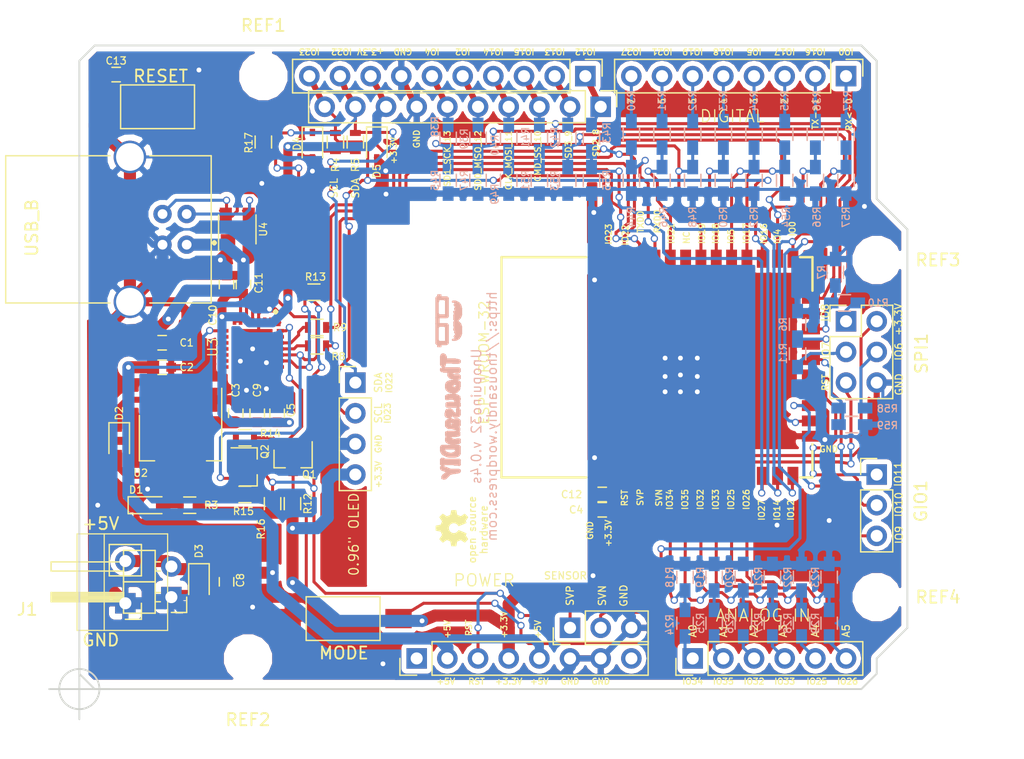
<source format=kicad_pcb>
(kicad_pcb (version 4) (host pcbnew 4.0.6)
  (layers (0 F.Cu signal) (31 B.Cu signal) (34 B.Paste user) (35 F.Paste user) (36 B.SilkS user) (37 F.SilkS user) (38 B.Mask user) (39 F.Mask user) (44 Edge.Cuts user))
  (net 0 "")
  (net 1 +5V)
  (net 2 GND)
  (net 3 +3V3)
  (net 4 SCK)
  (net 5 IO22)
  (net 6 IO23)
  (net 7 IO2)
  (net 8 IO4)
  (net 9 IO5)
  (net 10 IO16)
  (net 11 SD2)
  (net 12 SD3)
  (net 13 CMD)
  (net 14 SD0)
  (net 15 SD1)
  (net 16 RESET)
  (net 17 "Net-(Q1-Pad1)")
  (net 18 IO0)
  (net 19 "Net-(Q2-Pad1)")
  (net 20 IO19)
  (net 21 IO32)
  (net 22 IO33)
  (net 23 IO34)
  (net 24 IO35)
  (net 25 IO25)
  (net 26 IO26)
  (net 27 IO27)
  (net 28 IO21)
  (net 29 IO18)
  (net 30 IO17)
  (net 31 IO14)
  (net 32 IO15)
  (net 33 IO13)
  (net 34 IO12)
  (net 35 SVP)
  (net 36 SVN)
  (net 37 /AD0)
  (net 38 /AD1)
  (net 39 /AD2)
  (net 40 /AD3)
  (net 41 /AD4)
  (net 42 /AD5)
  (net 43 /D8)
  (net 44 /D9)
  (net 45 /D10_SS)
  (net 46 /D11_MOSI)
  (net 47 /D12_MISO)
  (net 48 /D13_SCK)
  (net 49 /D0_RXD)
  (net 50 /D1_TXD)
  (net 51 /D2)
  (net 52 /D3)
  (net 53 /D4)
  (net 54 /D5)
  (net 55 /D6)
  (net 56 /D7)
  (net 57 /RXD)
  (net 58 /TXD0)
  (net 59 /TXD)
  (net 60 /RXD0)
  (net 61 /D+)
  (net 62 /D-)
  (net 63 "Net-(R10-Pad2)")
  (net 64 "Net-(R11-Pad2)")
  (net 65 "Net-(R58-Pad1)")
  (net 66 "Net-(D1-Pad2)")
  (net 67 /DTR)
  (net 68 /RTS)
  (net 69 /CTS)
  (module Pin_Headers:Pin_Header_Straight_1x06_Pitch2.54mm (layer F.Cu) (at 165.1 129.54 90)
    (fp_text reference AD1)
    (fp_text value CONN_01X06)
    (pad 1 thru_hole rect (at 0 0 90) (size 1.7 1.7) (drill 1) (layers *.Cu *.Mask) (net 37 /AD0))
    (pad 2 thru_hole oval (at 0 2.54 90) (size 1.7 1.7) (drill 1) (layers *.Cu *.Mask) (net 38 /AD1))
    (pad 3 thru_hole oval (at 0 5.08 90) (size 1.7 1.7) (drill 1) (layers *.Cu *.Mask) (net 39 /AD2))
    (pad 4 thru_hole oval (at 0 7.62 90) (size 1.7 1.7) (drill 1) (layers *.Cu *.Mask) (net 40 /AD3))
    (pad 5 thru_hole oval (at 0 10.16 90) (size 1.7 1.7) (drill 1) (layers *.Cu *.Mask) (net 41 /AD4))
    (pad 6 thru_hole oval (at 0 12.7 90) (size 1.7 1.7) (drill 1) (layers *.Cu *.Mask) (net 42 /AD5))
  )
  (module Capacitors_SMD:C_0603 (layer F.Cu) (at 121.158 103.378)
    (fp_text reference C1 (at 2.032 0) (layer F.SilkS) (effects (font (size 0.6 0.6) (thickness 0.1))))
    (fp_text value 10uF)
    (pad 1 smd rect (at -0.75 0) (size 0.8 0.75) (layers F.Cu F.Paste F.Mask) (net 1 +5V))
    (pad 2 smd rect (at 0.75 0) (size 0.8 0.75) (layers F.Cu F.Paste F.Mask) (net 2 GND))
  )
  (module Capacitors_SMD:C_0603 (layer F.Cu) (at 121.158 105.41)
    (fp_text reference C2 (at 2.032 0) (layer F.SilkS) (effects (font (size 0.6 0.6) (thickness 0.1))))
    (fp_text value 10uF)
    (pad 1 smd rect (at -0.75 0) (size 0.8 0.75) (layers F.Cu F.Paste F.Mask) (net 1 +5V))
    (pad 2 smd rect (at 0.75 0) (size 0.8 0.75) (layers F.Cu F.Paste F.Mask) (net 2 GND))
  )
  (module Capacitors_SMD:C_0603 (layer F.Cu) (at 130.683 109.22 90)
    (fp_text reference C5 (at 0.254 1.143 90) (layer F.SilkS) (effects (font (size 0.6 0.6) (thickness 0.1))))
    (fp_text value 10uF)
    (pad 1 smd rect (at -0.75 0 90) (size 0.8 0.75) (layers F.Cu F.Paste F.Mask) (net 3 +3V3))
    (pad 2 smd rect (at 0.75 0 90) (size 0.8 0.75) (layers F.Cu F.Paste F.Mask) (net 2 GND))
  )
  (module LEDs:LED_0805 (layer F.Cu) (at 120.142 116.84)
    (fp_text reference D1 (at -1.143 -1.27) (layer F.SilkS) (effects (font (size 0.6 0.6) (thickness 0.1))))
    (fp_text value LED)
    (pad 2 smd rect (at 1.1 0 180) (size 1.2 1.2) (layers F.Cu F.Paste F.Mask) (net 66 "Net-(D1-Pad2)"))
    (pad 1 smd rect (at -1.1 0 180) (size 1.2 1.2) (layers F.Cu F.Paste F.Mask) (net 2 GND))
  )
  (module Diodes_SMD:D_SOD-323 (layer F.Cu) (at 117.602 111.506 270)
    (fp_text reference D2 (at -2.286 0 270) (layer F.SilkS) (effects (font (size 0.6 0.6) (thickness 0.1))))
    (fp_text value CH501H-40)
    (pad 1 smd rect (at -1.05 0 270) (size 0.6 0.45) (layers F.Cu F.Paste F.Mask) (net 1 +5V))
    (pad 2 smd rect (at 1.05 0 270) (size 0.6 0.45) (layers F.Cu F.Paste F.Mask) (net 3 +3V3))
  )
  (module Pin_Headers:Pin_Header_Straight_1x10_Pitch2.54mm (layer F.Cu) (at 156.21 81.28 270)
    (fp_text reference IOH1)
    (fp_text value CONN_01X10)
    (pad 1 thru_hole rect (at 0 0 270) (size 1.7 1.7) (drill 1) (layers *.Cu *.Mask) (net 43 /D8))
    (pad 2 thru_hole oval (at 0 2.54 270) (size 1.7 1.7) (drill 1) (layers *.Cu *.Mask) (net 44 /D9))
    (pad 3 thru_hole oval (at 0 5.08 270) (size 1.7 1.7) (drill 1) (layers *.Cu *.Mask) (net 45 /D10_SS))
    (pad 4 thru_hole oval (at 0 7.62 270) (size 1.7 1.7) (drill 1) (layers *.Cu *.Mask) (net 46 /D11_MOSI))
    (pad 5 thru_hole oval (at 0 10.16 270) (size 1.7 1.7) (drill 1) (layers *.Cu *.Mask) (net 47 /D12_MISO))
    (pad 6 thru_hole oval (at 0 12.7 270) (size 1.7 1.7) (drill 1) (layers *.Cu *.Mask) (net 48 /D13_SCK))
    (pad 7 thru_hole oval (at 0 15.24 270) (size 1.7 1.7) (drill 1) (layers *.Cu *.Mask) (net 2 GND))
    (pad 8 thru_hole oval (at 0 17.78 270) (size 1.7 1.7) (drill 1) (layers *.Cu *.Mask) (net 3 +3V3))
    (pad 9 thru_hole oval (at 0 20.32 270) (size 1.7 1.7) (drill 1) (layers *.Cu *.Mask) (net 5 IO22))
    (pad 10 thru_hole oval (at 0 22.86 270) (size 1.7 1.7) (drill 1) (layers *.Cu *.Mask) (net 6 IO23))
  )
  (module Pin_Headers:Pin_Header_Straight_1x08_Pitch2.54mm (layer F.Cu) (at 177.8 81.28 270)
    (fp_text reference IOL1)
    (fp_text value CONN_01X08)
    (pad 1 thru_hole rect (at 0 0 270) (size 1.7 1.7) (drill 1) (layers *.Cu *.Mask) (net 49 /D0_RXD))
    (pad 2 thru_hole oval (at 0 2.54 270) (size 1.7 1.7) (drill 1) (layers *.Cu *.Mask) (net 50 /D1_TXD))
    (pad 3 thru_hole oval (at 0 5.08 270) (size 1.7 1.7) (drill 1) (layers *.Cu *.Mask) (net 51 /D2))
    (pad 4 thru_hole oval (at 0 7.62 270) (size 1.7 1.7) (drill 1) (layers *.Cu *.Mask) (net 52 /D3))
    (pad 5 thru_hole oval (at 0 10.16 270) (size 1.7 1.7) (drill 1) (layers *.Cu *.Mask) (net 53 /D4))
    (pad 6 thru_hole oval (at 0 12.7 270) (size 1.7 1.7) (drill 1) (layers *.Cu *.Mask) (net 54 /D5))
    (pad 7 thru_hole oval (at 0 15.24 270) (size 1.7 1.7) (drill 1) (layers *.Cu *.Mask) (net 55 /D6))
    (pad 8 thru_hole oval (at 0 17.78 270) (size 1.7 1.7) (drill 1) (layers *.Cu *.Mask) (net 56 /D7))
  )
  (module Pin_Headers:Pin_Header_Straight_1x08_Pitch2.54mm (layer F.Cu) (at 142.24 129.54 90)
    (fp_text reference POWER1)
    (fp_text value CONN_01X08)
    (pad 1 thru_hole rect (at 0 0 90) (size 1.7 1.7) (drill 1) (layers *.Cu *.Mask))
    (pad 2 thru_hole oval (at 0 2.54 90) (size 1.7 1.7) (drill 1) (layers *.Cu *.Mask) (net 1 +5V))
    (pad 3 thru_hole oval (at 0 5.08 90) (size 1.7 1.7) (drill 1) (layers *.Cu *.Mask) (net 16 RESET))
    (pad 4 thru_hole oval (at 0 7.62 90) (size 1.7 1.7) (drill 1) (layers *.Cu *.Mask) (net 3 +3V3))
    (pad 5 thru_hole oval (at 0 10.16 90) (size 1.7 1.7) (drill 1) (layers *.Cu *.Mask) (net 1 +5V))
    (pad 6 thru_hole oval (at 0 12.7 90) (size 1.7 1.7) (drill 1) (layers *.Cu *.Mask) (net 2 GND))
    (pad 7 thru_hole oval (at 0 15.24 90) (size 1.7 1.7) (drill 1) (layers *.Cu *.Mask) (net 2 GND))
    (pad 8 thru_hole oval (at 0 17.78 90) (size 1.7 1.7) (drill 1) (layers *.Cu *.Mask))
  )
  (module TO_SOT_Packages_SMD:SOT-23 (layer F.Cu) (at 132.0038 112.9792 270)
    (fp_text reference Q1 (at 1.3208 -1.3462 360) (layer F.SilkS) (effects (font (size 0.6 0.6) (thickness 0.1))))
    (fp_text value S8050)
    (pad 1 smd rect (at -1 -0.95 270) (size 0.9 0.8) (layers F.Cu F.Paste F.Mask) (net 17 "Net-(Q1-Pad1)"))
    (pad 2 smd rect (at -1 0.95 270) (size 0.9 0.8) (layers F.Cu F.Paste F.Mask) (net 67 /DTR))
    (pad 3 smd rect (at 1 0 270) (size 0.9 0.8) (layers F.Cu F.Paste F.Mask) (net 18 IO0))
  )
  (module TO_SOT_Packages_SMD:SOT-23 (layer F.Cu) (at 128.27 113.665)
    (fp_text reference Q2 (at 1.397 -1.27 90) (layer F.SilkS) (effects (font (size 0.6 0.6) (thickness 0.1))))
    (fp_text value S8050)
    (pad 1 smd rect (at -1 -0.95) (size 0.9 0.8) (layers F.Cu F.Paste F.Mask) (net 19 "Net-(Q2-Pad1)"))
    (pad 2 smd rect (at -1 0.95) (size 0.9 0.8) (layers F.Cu F.Paste F.Mask) (net 68 /RTS))
    (pad 3 smd rect (at 1 0) (size 0.9 0.8) (layers F.Cu F.Paste F.Mask) (net 16 RESET))
  )
  (module Resistors_SMD:R_0603 (layer F.Cu) (at 123.444 116.84 180)
    (fp_text reference R3 (at -1.778 0 180) (layer F.SilkS) (effects (font (size 0.6 0.6) (thickness 0.1))))
    (fp_text value 1k)
    (pad 1 smd rect (at -0.75 0 180) (size 0.5 0.9) (layers F.Cu F.Paste F.Mask) (net 3 +3V3))
    (pad 2 smd rect (at 0.75 0 180) (size 0.5 0.9) (layers F.Cu F.Paste F.Mask) (net 66 "Net-(D1-Pad2)"))
  )
  (module Resistors_SMD:R_0603 (layer F.Cu) (at 131.953 116.713 90)
    (fp_text reference R12 (at 0 1.27 90) (layer F.SilkS) (effects (font (size 0.6 0.6) (thickness 0.1))))
    (fp_text value 10k)
    (pad 1 smd rect (at -0.75 0 90) (size 0.5 0.9) (layers F.Cu F.Paste F.Mask) (net 3 +3V3))
    (pad 2 smd rect (at 0.75 0 90) (size 0.5 0.9) (layers F.Cu F.Paste F.Mask) (net 18 IO0))
  )
  (module Resistors_SMD:R_0603 (layer F.Cu) (at 133.731 99.187)
    (fp_text reference R13 (at 0.127 -1.27) (layer F.SilkS) (effects (font (size 0.6 0.6) (thickness 0.1))))
    (fp_text value DNP)
    (pad 1 smd rect (at -0.75 0) (size 0.5 0.9) (layers F.Cu F.Paste F.Mask) (net 69 /CTS))
    (pad 2 smd rect (at 0.75 0) (size 0.5 0.9) (layers F.Cu F.Paste F.Mask) (net 20 IO19))
  )
  (module Resistors_SMD:R_0603 (layer F.Cu) (at 128.016 111.252)
    (fp_text reference R14 (at 2.1082 -0.3556) (layer F.SilkS) (effects (font (size 0.6 0.6) (thickness 0.1))))
    (fp_text value 10k)
    (pad 1 smd rect (at -0.75 0) (size 0.5 0.9) (layers F.Cu F.Paste F.Mask) (net 19 "Net-(Q2-Pad1)"))
    (pad 2 smd rect (at 0.75 0) (size 0.5 0.9) (layers F.Cu F.Paste F.Mask) (net 67 /DTR))
  )
  (module Resistors_SMD:R_0603 (layer F.Cu) (at 128.016 115.951)
    (fp_text reference R15 (at -0.127 1.397) (layer F.SilkS) (effects (font (size 0.6 0.6) (thickness 0.1))))
    (fp_text value 10k)
    (pad 1 smd rect (at -0.75 0) (size 0.5 0.9) (layers F.Cu F.Paste F.Mask) (net 68 /RTS))
    (pad 2 smd rect (at 0.75 0) (size 0.5 0.9) (layers F.Cu F.Paste F.Mask) (net 17 "Net-(Q1-Pad1)"))
  )
  (module Resistors_SMD:R_0603 (layer F.Cu) (at 130.302 116.713 90)
    (fp_text reference R16 (at -2.0955 -0.9525 90) (layer F.SilkS) (effects (font (size 0.6 0.6) (thickness 0.1))))
    (fp_text value 10k)
    (pad 1 smd rect (at -0.75 0 90) (size 0.5 0.9) (layers F.Cu F.Paste F.Mask) (net 3 +3V3))
    (pad 2 smd rect (at 0.75 0 90) (size 0.5 0.9) (layers F.Cu F.Paste F.Mask) (net 16 RESET))
  )
  (module Resistors_SMD:R_0603 (layer F.Cu) (at 129.54 86.741 90)
    (fp_text reference R17 (at -0.0635 -1.2065 90) (layer F.SilkS) (effects (font (size 0.6 0.6) (thickness 0.1))))
    (fp_text value DNP)
    (pad 1 smd rect (at -0.75 0 90) (size 0.5 0.9) (layers F.Cu F.Paste F.Mask) (net 68 /RTS))
    (pad 2 smd rect (at 0.75 0 90) (size 0.5 0.9) (layers F.Cu F.Paste F.Mask) (net 5 IO22))
  )
  (module Pin_Headers:Pin_Header_Straight_1x03_Pitch2.54mm (layer F.Cu) (at 154.94 127 90)
    (fp_text reference Sensor1)
    (fp_text value CONN_01X03)
    (pad 1 thru_hole rect (at 0 0 90) (size 1.7 1.7) (drill 1) (layers *.Cu *.Mask) (net 35 SVP))
    (pad 2 thru_hole oval (at 0 2.54 90) (size 1.7 1.7) (drill 1) (layers *.Cu *.Mask) (net 36 SVN))
    (pad 3 thru_hole oval (at 0 5.08 90) (size 1.7 1.7) (drill 1) (layers *.Cu *.Mask) (net 2 GND))
  )
  (module TO_SOT_Packages_SMD:SOT-223-3Lead_TabPin2 (layer F.Cu) (at 122.682 111.252 270)
    (fp_text reference U2 (at 2.921 3.302 360) (layer F.SilkS) (effects (font (size 0.6 0.6) (thickness 0.1))))
    (fp_text value ADP3338AKCZ­3.3-RL)
    (pad 2 smd rect (at 3.15 0 270) (size 2 3.8) (layers F.Cu F.Paste F.Mask) (net 3 +3V3))
    (pad 2 smd rect (at -3.15 0 270) (size 2 1.5) (layers F.Cu F.Paste F.Mask) (net 3 +3V3))
    (pad 3 smd rect (at -3.15 2.3 270) (size 2 1.5) (layers F.Cu F.Paste F.Mask) (net 1 +5V))
    (pad 1 smd rect (at -3.15 -2.3 270) (size 2 1.5) (layers F.Cu F.Paste F.Mask) (net 2 GND))
  )
  (module Buttons_Switches_SMD:SW_SPST_FSMSM (layer F.Cu) (at 136.144 126.238 180)
    (fp_text reference MODE1)
    (fp_text value MODE)
    (pad 1 smd rect (at -4.59 0 180) (size 2.18 1.6) (layers F.Cu F.Paste F.Mask) (net 18 IO0))
    (pad 2 smd rect (at 4.59 0 180) (size 2.18 1.6) (layers F.Cu F.Paste F.Mask) (net 2 GND))
  )
  (module Buttons_Switches_SMD:SW_SPST_FSMSM (layer F.Cu) (at 120.777 83.82 180)
    (fp_text reference RESET1)
    (fp_text value RESET)
    (pad 1 smd rect (at -4.59 0 180) (size 2.18 1.6) (layers F.Cu F.Paste F.Mask) (net 16 RESET))
    (pad 2 smd rect (at 4.59 0 180) (size 2.18 1.6) (layers F.Cu F.Paste F.Mask) (net 2 GND))
  )
  (module Connect:USB_B (layer F.Cu) (at 123.19 95.25 180)
    (fp_text reference USB_B1)
    (fp_text value USB_B)
    (pad 2 thru_hole circle (at 0 2.54 90) (size 1.52 1.52) (drill 0.81) (layers *.Cu *.Mask) (net 62 /D-))
    (pad 1 thru_hole circle (at 0 0 90) (size 1.52 1.52) (drill 0.81) (layers *.Cu *.Mask) (net 1 +5V))
    (pad 4 thru_hole circle (at 2 0 90) (size 1.52 1.52) (drill 0.81) (layers *.Cu *.Mask) (net 2 GND))
    (pad 3 thru_hole circle (at 2 2.54 90) (size 1.52 1.52) (drill 0.81) (layers *.Cu *.Mask) (net 61 /D+))
    (pad 5 thru_hole circle (at 4.7 7.27 90) (size 2.7 2.7) (drill 2.3) (layers *.Cu *.Mask) (net 2 GND))
    (pad 5 thru_hole circle (at 4.7 -4.73 90) (size 2.7 2.7) (drill 2.3) (layers *.Cu *.Mask) (net 2 GND))
  )
  (module footprint:OSHW-logo_silkscreen-front_3mm (layer F.Cu) (at 145.161 118.745 90)
    (fp_text reference LOGO1 hide)
    (fp_text value OPEN_HARDWARE hide)
  )
  (module Diodes_SMD:D_SOD-323 (layer F.Cu) (at 124.206 123.19 270)
    (fp_text reference D3 (at -2.54 0 270) (layer F.SilkS) (effects (font (size 0.6 0.6) (thickness 0.1))))
    (fp_text value CH501H-40)
    (pad 1 smd rect (at -1.05 0 270) (size 0.6 0.45) (layers F.Cu F.Paste F.Mask) (net 1 +5V))
    (pad 2 smd rect (at 1.05 0 270) (size 0.6 0.45) (layers F.Cu F.Paste F.Mask) (net 2 GND))
  )
  (module Pin_Headers:Pin_Header_Angled_1x02_Pitch2.54mm (layer F.Cu) (at 121.92 124.46 180)
    (fp_text reference P1)
    (fp_text value CONN_01X02)
    (pad 1 thru_hole rect (at 0 0 180) (size 1.7 1.7) (drill 1) (layers *.Cu *.Mask) (net 2 GND))
    (pad 2 thru_hole oval (at 0 2.54 180) (size 1.7 1.7) (drill 1) (layers *.Cu *.Mask) (net 1 +5V))
  )
  (module Capacitors_SMD:C_0603 (layer F.Cu) (at 126.492 123.19 270)
    (fp_text reference C8 (at -0.127 -1.143 270) (layer F.SilkS) (effects (font (size 0.6 0.6) (thickness 0.1))))
    (fp_text value 10uF)
    (pad 1 smd rect (at -0.75 0 270) (size 0.8 0.75) (layers F.Cu F.Paste F.Mask) (net 1 +5V))
    (pad 2 smd rect (at 0.75 0 270) (size 0.8 0.75) (layers F.Cu F.Paste F.Mask) (net 2 GND))
  )
  (module footprint:ESP-WROOM-32_aki (layer F.Cu) (at 164.592 105.41 180)
    (fp_text reference U1 hide)
    (fp_text value ESP-WROOM-32 hide)
    (fp_text user ESP-WROOM-32 (at 16.764 0.381 270) (layer F.SilkS) (effects (font (size 0.8128 0.8128) (thickness 0.1))))
    (pad 1 smd rect (at 7.69874 -8.99922 180) (size 0.89916 1.4986) (layers F.Cu F.Paste F.Mask) (net 2 GND))
    (pad 2 smd rect (at 6.42874 -8.99922 180) (size 0.89916 1.4986) (layers F.Cu F.Paste F.Mask) (net 3 +3V3))
    (pad 3 smd rect (at 5.15874 -8.99922 180) (size 0.89916 1.4986) (layers F.Cu F.Paste F.Mask) (net 16 RESET))
    (pad 4 smd rect (at 3.88874 -8.99922 180) (size 0.89916 1.4986) (layers F.Cu F.Paste F.Mask) (net 35 SVP))
    (pad 5 smd rect (at 2.61874 -8.99922 180) (size 0.89916 1.4986) (layers F.Cu F.Paste F.Mask) (net 36 SVN))
    (pad 6 smd rect (at 1.34874 -8.99922 180) (size 0.89916 1.4986) (layers F.Cu F.Paste F.Mask) (net 23 IO34))
    (pad 7 smd rect (at 0.07874 -8.99922 180) (size 0.89916 1.4986) (layers F.Cu F.Paste F.Mask) (net 24 IO35))
    (pad 8 smd rect (at -1.18872 -8.99922 180) (size 0.89916 1.4986) (layers F.Cu F.Paste F.Mask) (net 21 IO32))
    (pad 9 smd rect (at -2.45872 -8.99922 180) (size 0.89916 1.4986) (layers F.Cu F.Paste F.Mask) (net 22 IO33))
    (pad 10 smd rect (at -3.72872 -8.99922 180) (size 0.89916 1.4986) (layers F.Cu F.Paste F.Mask) (net 25 IO25))
    (pad 11 smd rect (at -4.99872 -8.99922 180) (size 0.89916 1.4986) (layers F.Cu F.Paste F.Mask) (net 26 IO26))
    (pad 12 smd rect (at -6.26872 -8.99922 180) (size 0.89916 1.4986) (layers F.Cu F.Paste F.Mask) (net 27 IO27))
    (pad 13 smd rect (at -7.53872 -8.99922 180) (size 0.89916 1.4986) (layers F.Cu F.Paste F.Mask) (net 31 IO14))
    (pad 14 smd rect (at -8.80872 -8.99922 180) (size 0.89916 1.4986) (layers F.Cu F.Paste F.Mask) (net 34 IO12))
    (pad 15 smd rect (at -10.2997 -5.715 270) (size 0.89916 1.4986) (layers F.Cu F.Paste F.Mask) (net 2 GND))
    (pad 16 smd rect (at -10.2997 -4.445 270) (size 0.89916 1.4986) (layers F.Cu F.Paste F.Mask) (net 33 IO13))
    (pad 17 smd rect (at -10.2997 -3.175 270) (size 0.89916 1.4986) (layers F.Cu F.Paste F.Mask) (net 11 SD2))
    (pad 18 smd rect (at -10.2997 -1.905 270) (size 0.89916 1.4986) (layers F.Cu F.Paste F.Mask) (net 12 SD3))
    (pad 19 smd rect (at -10.2997 -0.635 270) (size 0.89916 1.4986) (layers F.Cu F.Paste F.Mask) (net 13 CMD))
    (pad 20 smd rect (at -10.2997 0.635 270) (size 0.89916 1.4986) (layers F.Cu F.Paste F.Mask) (net 4 SCK))
    (pad 21 smd rect (at -10.2997 1.905 270) (size 0.89916 1.4986) (layers F.Cu F.Paste F.Mask) (net 14 SD0))
    (pad 22 smd rect (at -10.2997 3.175 270) (size 0.89916 1.4986) (layers F.Cu F.Paste F.Mask) (net 15 SD1))
    (pad 23 smd rect (at -10.2997 4.445 270) (size 0.89916 1.4986) (layers F.Cu F.Paste F.Mask) (net 32 IO15))
    (pad 24 smd rect (at -10.2997 5.715 270) (size 0.89916 1.4986) (layers F.Cu F.Paste F.Mask) (net 7 IO2))
    (pad 25 smd rect (at -8.80872 8.99922 180) (size 0.89916 1.4986) (layers F.Cu F.Paste F.Mask) (net 18 IO0))
    (pad 26 smd rect (at -7.53872 8.99922 180) (size 0.89916 1.4986) (layers F.Cu F.Paste F.Mask) (net 8 IO4))
    (pad 27 smd rect (at -6.26872 8.99922 180) (size 0.89916 1.4986) (layers F.Cu F.Paste F.Mask) (net 10 IO16))
    (pad 28 smd rect (at -4.99872 8.99922 180) (size 0.89916 1.4986) (layers F.Cu F.Paste F.Mask) (net 30 IO17))
    (pad 29 smd rect (at -3.72872 8.99922 180) (size 0.89916 1.4986) (layers F.Cu F.Paste F.Mask) (net 9 IO5))
    (pad 30 smd rect (at -2.45872 8.99922 180) (size 0.89916 1.4986) (layers F.Cu F.Paste F.Mask) (net 29 IO18))
    (pad 31 smd rect (at -1.18872 8.99922 180) (size 0.89916 1.4986) (layers F.Cu F.Paste F.Mask) (net 20 IO19))
    (pad 32 smd rect (at 0.07874 8.99922 180) (size 0.89916 1.4986) (layers F.Cu F.Paste F.Mask))
    (pad 33 smd rect (at 1.34874 8.99922 180) (size 0.89916 1.4986) (layers F.Cu F.Paste F.Mask) (net 28 IO21))
    (pad 34 smd rect (at 2.61874 8.99922 180) (size 0.89916 1.4986) (layers F.Cu F.Paste F.Mask) (net 60 /RXD0))
    (pad 35 smd rect (at 3.88874 8.99922 180) (size 0.89916 1.4986) (layers F.Cu F.Paste F.Mask) (net 58 /TXD0))
    (pad 36 smd rect (at 5.15874 8.99922 180) (size 0.89916 1.4986) (layers F.Cu F.Paste F.Mask) (net 5 IO22))
    (pad 37 smd rect (at 6.42874 8.99922 180) (size 0.89916 1.4986) (layers F.Cu F.Paste F.Mask) (net 6 IO23))
    (pad 38 smd rect (at 7.69874 8.99922 180) (size 0.89916 1.4986) (layers F.Cu F.Paste F.Mask) (net 2 GND))
    (pad GND smd rect (at 0.5 -0.635 180) (size 4 4) (layers F.Cu F.Paste F.Mask) (net 2 GND))
  )
  (module Capacitors_SMD:C_0603 (layer F.Cu) (at 127.254 109.22 90)
    (fp_text reference C3 (at 1.905 0 90) (layer F.SilkS) (effects (font (size 0.6 0.6) (thickness 0.1))))
    (fp_text value 10uF)
    (pad 1 smd rect (at -0.75 0 90) (size 0.8 0.75) (layers F.Cu F.Paste F.Mask) (net 3 +3V3))
    (pad 2 smd rect (at 0.75 0 90) (size 0.8 0.75) (layers F.Cu F.Paste F.Mask) (net 2 GND))
  )
  (module Capacitors_SMD:C_0603 (layer F.Cu) (at 157.607 117.221 180)
    (fp_text reference C4 (at 2.159 0 180) (layer F.SilkS) (effects (font (size 0.6 0.6) (thickness 0.1))))
    (fp_text value 10uF)
    (pad 1 smd rect (at -0.75 0 180) (size 0.8 0.75) (layers F.Cu F.Paste F.Mask) (net 3 +3V3))
    (pad 2 smd rect (at 0.75 0 180) (size 0.8 0.75) (layers F.Cu F.Paste F.Mask) (net 2 GND))
  )
  (module Capacitors_SMD:C_0603 (layer F.Cu) (at 129.032 109.22 90)
    (fp_text reference C9 (at 1.905 0 90) (layer F.SilkS) (effects (font (size 0.6 0.6) (thickness 0.1))))
    (fp_text value 10uF)
    (pad 1 smd rect (at -0.75 0 90) (size 0.8 0.75) (layers F.Cu F.Paste F.Mask) (net 3 +3V3))
    (pad 2 smd rect (at 0.75 0 90) (size 0.8 0.75) (layers F.Cu F.Paste F.Mask) (net 2 GND))
  )
  (module Capacitors_SMD:C_0603 (layer F.Cu) (at 126.492 98.552 90)
    (fp_text reference C10 (at -2.54 -1.143 90) (layer F.SilkS) (effects (font (size 0.6 0.6) (thickness 0.1))))
    (fp_text value 10uF)
    (pad 1 smd rect (at -0.75 0 90) (size 0.8 0.75) (layers F.Cu F.Paste F.Mask) (net 3 +3V3))
    (pad 2 smd rect (at 0.75 0 90) (size 0.8 0.75) (layers F.Cu F.Paste F.Mask) (net 2 GND))
  )
  (module Capacitors_SMD:C_0603 (layer F.Cu) (at 127.889 98.552 90)
    (fp_text reference C11 (at 0.127 1.27 90) (layer F.SilkS) (effects (font (size 0.6 0.6) (thickness 0.1))))
    (fp_text value 10uF)
    (pad 1 smd rect (at -0.75 0 90) (size 0.8 0.75) (layers F.Cu F.Paste F.Mask) (net 3 +3V3))
    (pad 2 smd rect (at 0.75 0 90) (size 0.8 0.75) (layers F.Cu F.Paste F.Mask) (net 2 GND))
  )
  (module Capacitors_SMD:C_0603 (layer F.Cu) (at 157.607 115.951 180)
    (fp_text reference C12 (at 2.54 0 180) (layer F.SilkS) (effects (font (size 0.6 0.6) (thickness 0.1))))
    (fp_text value 0.1u)
    (pad 1 smd rect (at -0.75 0 180) (size 0.8 0.75) (layers F.Cu F.Paste F.Mask) (net 3 +3V3))
    (pad 2 smd rect (at 0.75 0 180) (size 0.8 0.75) (layers F.Cu F.Paste F.Mask) (net 2 GND))
  )
  (module Diodes_SMD:D_SOD-323 (layer F.Cu) (at 133.604 86.995 270)
    (fp_text reference D4 (at -0.127 1.27 270) (layer F.SilkS) (effects (font (size 0.6 0.6) (thickness 0.1))))
    (fp_text value DNP)
    (pad 1 smd rect (at -1.05 0 270) (size 0.6 0.45) (layers F.Cu F.Paste F.Mask) (net 6 IO23))
    (pad 2 smd rect (at 1.05 0 270) (size 0.6 0.45) (layers F.Cu F.Paste F.Mask) (net 2 GND))
  )
  (module Diodes_SMD:D_SOD-323 (layer F.Cu) (at 138.938 86.995 270)
    (fp_text reference D5 (at 2.159 0 270) (layer F.SilkS) (effects (font (size 0.6 0.6) (thickness 0.1))))
    (fp_text value DNP)
    (pad 1 smd rect (at -1.05 0 270) (size 0.6 0.45) (layers F.Cu F.Paste F.Mask) (net 5 IO22))
    (pad 2 smd rect (at 1.05 0 270) (size 0.6 0.45) (layers F.Cu F.Paste F.Mask) (net 2 GND))
  )
  (module Pin_Headers:Pin_Header_Straight_1x03_Pitch2.54mm (layer F.Cu) (at 180.34 114.3)
    (fp_text reference GIO1 (at 3.6576 2.2098 90) (layer F.SilkS))
    (fp_text value CONN_01X03)
    (pad 1 thru_hole rect (at 0 0) (size 1.7 1.7) (drill 1) (layers *.Cu *.Mask) (net 13 CMD))
    (pad 2 thru_hole oval (at 0 2.54) (size 1.7 1.7) (drill 1) (layers *.Cu *.Mask) (net 12 SD3))
    (pad 3 thru_hole oval (at 0 5.08) (size 1.7 1.7) (drill 1) (layers *.Cu *.Mask) (net 11 SD2))
  )
  (module Pin_Headers:Pin_Header_Straight_2x03_Pitch2.54mm (layer F.Cu) (at 177.8 101.6)
    (fp_text reference SPI1 (at 6.2484 2.667 90) (layer F.SilkS))
    (fp_text value CONN_02X03)
    (pad 1 thru_hole rect (at 0 0) (size 1.7 1.7) (drill 1) (layers *.Cu *.Mask) (net 63 "Net-(R10-Pad2)"))
    (pad 2 thru_hole oval (at 2.54 0) (size 1.7 1.7) (drill 1) (layers *.Cu *.Mask) (net 3 +3V3))
    (pad 3 thru_hole oval (at 0 2.54) (size 1.7 1.7) (drill 1) (layers *.Cu *.Mask) (net 64 "Net-(R11-Pad2)"))
    (pad 4 thru_hole oval (at 2.54 2.54) (size 1.7 1.7) (drill 1) (layers *.Cu *.Mask) (net 65 "Net-(R58-Pad1)"))
    (pad 5 thru_hole oval (at 0 5.08) (size 1.7 1.7) (drill 1) (layers *.Cu *.Mask) (net 16 RESET))
    (pad 6 thru_hole oval (at 2.54 5.08) (size 1.7 1.7) (drill 1) (layers *.Cu *.Mask) (net 2 GND))
  )
  (module Resistors_SMD:R_0603_HandSoldering (layer B.Cu) (at 173.7868 101.854 90)
    (fp_text reference R6 (at 0 -1.1938 90) (layer B.SilkS) (effects (font (size 0.6 0.6) (thickness 0.1)) (justify mirror)))
    (fp_text value DNP)
    (pad 1 smd rect (at -1.1 0 90) (size 1.2 0.9) (layers B.Cu B.Paste B.Mask) (net 14 SD0))
    (pad 2 smd rect (at 1.1 0 90) (size 1.2 0.9) (layers B.Cu B.Paste B.Mask) (net 2 GND))
  )
  (module Resistors_SMD:R_0603_HandSoldering (layer B.Cu) (at 176.911 97.536 90)
    (fp_text reference R7 (at 0 -1.143 90) (layer B.SilkS) (effects (font (size 0.6 0.6) (thickness 0.11)) (justify mirror)))
    (fp_text value DNP)
    (pad 1 smd rect (at -1.1 0 90) (size 1.2 0.9) (layers B.Cu B.Paste B.Mask) (net 15 SD1))
    (pad 2 smd rect (at 1.1 0 90) (size 1.2 0.9) (layers B.Cu B.Paste B.Mask) (net 2 GND))
  )
  (module Resistors_SMD:R_0603_HandSoldering (layer B.Cu) (at 177.673 100.076)
    (fp_text reference R10 (at 2.794 0) (layer B.SilkS) (effects (font (size 0.6 0.6) (thickness 0.1)) (justify mirror)))
    (fp_text value 0)
    (pad 1 smd rect (at -1.1 0) (size 1.2 0.9) (layers B.Cu B.Paste B.Mask) (net 15 SD1))
    (pad 2 smd rect (at 1.1 0) (size 1.2 0.9) (layers B.Cu B.Paste B.Mask) (net 63 "Net-(R10-Pad2)"))
  )
  (module Resistors_SMD:R_0603_HandSoldering (layer B.Cu) (at 173.7868 104.2924 270)
    (fp_text reference R11 (at -0.0254 1.1938 270) (layer B.SilkS) (effects (font (size 0.6 0.6) (thickness 0.1)) (justify mirror)))
    (fp_text value 0)
    (pad 1 smd rect (at -1.1 0 270) (size 1.2 0.9) (layers B.Cu B.Paste B.Mask) (net 14 SD0))
    (pad 2 smd rect (at 1.1 0 270) (size 1.2 0.9) (layers B.Cu B.Paste B.Mask) (net 64 "Net-(R11-Pad2)"))
  )
  (module Resistors_SMD:R_0603_HandSoldering (layer B.Cu) (at 164.465 122.809 90)
    (fp_text reference R18 (at 0 -1.27 90) (layer B.SilkS) (effects (font (size 0.6 0.6) (thickness 0.1)) (justify mirror)))
    (fp_text value DNP)
    (pad 1 smd rect (at -1.1 0 90) (size 1.2 0.9) (layers B.Cu B.Paste B.Mask) (net 23 IO34))
    (pad 2 smd rect (at 1.1 0 90) (size 1.2 0.9) (layers B.Cu B.Paste B.Mask) (net 2 GND))
  )
  (module Resistors_SMD:R_0603_HandSoldering (layer B.Cu) (at 166.878 122.809 90)
    (fp_text reference R19 (at 0 -1.143 90) (layer B.SilkS) (effects (font (size 0.6 0.6) (thickness 0.1)) (justify mirror)))
    (fp_text value DNP)
    (pad 1 smd rect (at -1.1 0 90) (size 1.2 0.9) (layers B.Cu B.Paste B.Mask) (net 24 IO35))
    (pad 2 smd rect (at 1.1 0 90) (size 1.2 0.9) (layers B.Cu B.Paste B.Mask) (net 2 GND))
  )
  (module Resistors_SMD:R_0603_HandSoldering (layer B.Cu) (at 169.291 122.809 90)
    (fp_text reference R20 (at 0 -1.143 90) (layer B.SilkS) (effects (font (size 0.6 0.6) (thickness 0.1)) (justify mirror)))
    (fp_text value DNP)
    (pad 1 smd rect (at -1.1 0 90) (size 1.2 0.9) (layers B.Cu B.Paste B.Mask) (net 21 IO32))
    (pad 2 smd rect (at 1.1 0 90) (size 1.2 0.9) (layers B.Cu B.Paste B.Mask) (net 2 GND))
  )
  (module Resistors_SMD:R_0603_HandSoldering (layer B.Cu) (at 171.704 122.809 90)
    (fp_text reference R21 (at 0 -1.143 90) (layer B.SilkS) (effects (font (size 0.6 0.6) (thickness 0.1)) (justify mirror)))
    (fp_text value DNP)
    (pad 1 smd rect (at -1.1 0 90) (size 1.2 0.9) (layers B.Cu B.Paste B.Mask) (net 22 IO33))
    (pad 2 smd rect (at 1.1 0 90) (size 1.2 0.9) (layers B.Cu B.Paste B.Mask) (net 2 GND))
  )
  (module Resistors_SMD:R_0603_HandSoldering (layer B.Cu) (at 174.117 122.809 90)
    (fp_text reference R22 (at 0 -1.143 90) (layer B.SilkS) (effects (font (size 0.6 0.6) (thickness 0.1)) (justify mirror)))
    (fp_text value DNP)
    (pad 1 smd rect (at -1.1 0 90) (size 1.2 0.9) (layers B.Cu B.Paste B.Mask) (net 25 IO25))
    (pad 2 smd rect (at 1.1 0 90) (size 1.2 0.9) (layers B.Cu B.Paste B.Mask) (net 2 GND))
  )
  (module Resistors_SMD:R_0603_HandSoldering (layer B.Cu) (at 176.403 122.809 90)
    (fp_text reference R23 (at 0 -1.143 90) (layer B.SilkS) (effects (font (size 0.6 0.6) (thickness 0.1)) (justify mirror)))
    (fp_text value DNP)
    (pad 1 smd rect (at -1.1 0 90) (size 1.2 0.9) (layers B.Cu B.Paste B.Mask) (net 26 IO26))
    (pad 2 smd rect (at 1.1 0 90) (size 1.2 0.9) (layers B.Cu B.Paste B.Mask) (net 2 GND))
  )
  (module Resistors_SMD:R_0603_HandSoldering (layer B.Cu) (at 164.465 126.619 270)
    (fp_text reference R24 (at 0.127 1.27 270) (layer B.SilkS) (effects (font (size 0.6 0.6) (thickness 0.1)) (justify mirror)))
    (fp_text value 0)
    (pad 1 smd rect (at -1.1 0 270) (size 1.2 0.9) (layers B.Cu B.Paste B.Mask) (net 23 IO34))
    (pad 2 smd rect (at 1.1 0 270) (size 1.2 0.9) (layers B.Cu B.Paste B.Mask) (net 37 /AD0))
  )
  (module Resistors_SMD:R_0603_HandSoldering (layer B.Cu) (at 166.878 126.619 270)
    (fp_text reference R25 (at 0 1.143 270) (layer B.SilkS) (effects (font (size 0.6 0.6) (thickness 0.1)) (justify mirror)))
    (fp_text value 0)
    (pad 1 smd rect (at -1.1 0 270) (size 1.2 0.9) (layers B.Cu B.Paste B.Mask) (net 24 IO35))
    (pad 2 smd rect (at 1.1 0 270) (size 1.2 0.9) (layers B.Cu B.Paste B.Mask) (net 38 /AD1))
  )
  (module Resistors_SMD:R_0603_HandSoldering (layer B.Cu) (at 169.291 126.619 270)
    (fp_text reference R26 (at 0 1.143 270) (layer B.SilkS) (effects (font (size 0.6 0.6) (thickness 0.1)) (justify mirror)))
    (fp_text value 0)
    (pad 1 smd rect (at -1.1 0 270) (size 1.2 0.9) (layers B.Cu B.Paste B.Mask) (net 21 IO32))
    (pad 2 smd rect (at 1.1 0 270) (size 1.2 0.9) (layers B.Cu B.Paste B.Mask) (net 39 /AD2))
  )
  (module Resistors_SMD:R_0603_HandSoldering (layer B.Cu) (at 171.704 126.619 270)
    (fp_text reference R27 (at 0 1.143 270) (layer B.SilkS) (effects (font (size 0.6 0.6) (thickness 0.1)) (justify mirror)))
    (fp_text value 0)
    (pad 1 smd rect (at -1.1 0 270) (size 1.2 0.9) (layers B.Cu B.Paste B.Mask) (net 22 IO33))
    (pad 2 smd rect (at 1.1 0 270) (size 1.2 0.9) (layers B.Cu B.Paste B.Mask) (net 40 /AD3))
  )
  (module Resistors_SMD:R_0603_HandSoldering (layer B.Cu) (at 174.117 126.619 270)
    (fp_text reference R28 (at 0 1.143 270) (layer B.SilkS) (effects (font (size 0.6 0.6) (thickness 0.1)) (justify mirror)))
    (fp_text value 0)
    (pad 1 smd rect (at -1.1 0 270) (size 1.2 0.9) (layers B.Cu B.Paste B.Mask) (net 25 IO25))
    (pad 2 smd rect (at 1.1 0 270) (size 1.2 0.9) (layers B.Cu B.Paste B.Mask) (net 41 /AD4))
  )
  (module Resistors_SMD:R_0603_HandSoldering (layer B.Cu) (at 176.403 126.619 270)
    (fp_text reference R29 (at 0 1.143 270) (layer B.SilkS) (effects (font (size 0.6 0.6) (thickness 0.1)) (justify mirror)))
    (fp_text value 0)
    (pad 1 smd rect (at -1.1 0 270) (size 1.2 0.9) (layers B.Cu B.Paste B.Mask) (net 26 IO26))
    (pad 2 smd rect (at 1.1 0 270) (size 1.2 0.9) (layers B.Cu B.Paste B.Mask) (net 42 /AD5))
  )
  (module Resistors_SMD:R_0603_HandSoldering (layer B.Cu) (at 160.02 86.106 270)
    (fp_text reference R30 (at -2.794 0 270) (layer B.SilkS) (effects (font (size 0.6 0.6) (thickness 0.1)) (justify mirror)))
    (fp_text value 0)
    (pad 1 smd rect (at -1.1 0 270) (size 1.2 0.9) (layers B.Cu B.Paste B.Mask) (net 56 /D7))
    (pad 2 smd rect (at 1.1 0 270) (size 1.2 0.9) (layers B.Cu B.Paste B.Mask) (net 27 IO27))
  )
  (module Resistors_SMD:R_0603_HandSoldering (layer B.Cu) (at 162.56 86.106 270)
    (fp_text reference R31 (at -2.794 0 270) (layer B.SilkS) (effects (font (size 0.6 0.6) (thickness 0.1)) (justify mirror)))
    (fp_text value 0)
    (pad 1 smd rect (at -1.1 0 270) (size 1.2 0.9) (layers B.Cu B.Paste B.Mask) (net 55 /D6))
    (pad 2 smd rect (at 1.1 0 270) (size 1.2 0.9) (layers B.Cu B.Paste B.Mask) (net 28 IO21))
  )
  (module Resistors_SMD:R_0603_HandSoldering (layer B.Cu) (at 165.1 86.106 270)
    (fp_text reference R32 (at -2.794 0 270) (layer B.SilkS) (effects (font (size 0.6 0.6) (thickness 0.1)) (justify mirror)))
    (fp_text value 0)
    (pad 1 smd rect (at -1.1 0 270) (size 1.2 0.9) (layers B.Cu B.Paste B.Mask) (net 54 /D5))
    (pad 2 smd rect (at 1.1 0 270) (size 1.2 0.9) (layers B.Cu B.Paste B.Mask) (net 20 IO19))
  )
  (module Resistors_SMD:R_0603_HandSoldering (layer B.Cu) (at 167.64 86.106 270)
    (fp_text reference R33 (at -2.794 0 270) (layer B.SilkS) (effects (font (size 0.6 0.6) (thickness 0.1)) (justify mirror)))
    (fp_text value 0)
    (pad 1 smd rect (at -1.1 0 270) (size 1.2 0.9) (layers B.Cu B.Paste B.Mask) (net 53 /D4))
    (pad 2 smd rect (at 1.1 0 270) (size 1.2 0.9) (layers B.Cu B.Paste B.Mask) (net 29 IO18))
  )
  (module Resistors_SMD:R_0603_HandSoldering (layer B.Cu) (at 170.18 86.106 270)
    (fp_text reference R34 (at -2.794 0 270) (layer B.SilkS) (effects (font (size 0.6 0.6) (thickness 0.1)) (justify mirror)))
    (fp_text value 0)
    (pad 1 smd rect (at -1.1 0 270) (size 1.2 0.9) (layers B.Cu B.Paste B.Mask) (net 52 /D3))
    (pad 2 smd rect (at 1.1 0 270) (size 1.2 0.9) (layers B.Cu B.Paste B.Mask) (net 9 IO5))
  )
  (module Resistors_SMD:R_0603_HandSoldering (layer B.Cu) (at 172.72 86.106 270)
    (fp_text reference R35 (at -2.794 0 270) (layer B.SilkS) (effects (font (size 0.6 0.6) (thickness 0.1)) (justify mirror)))
    (fp_text value 0)
    (pad 1 smd rect (at -1.1 0 270) (size 1.2 0.9) (layers B.Cu B.Paste B.Mask) (net 51 /D2))
    (pad 2 smd rect (at 1.1 0 270) (size 1.2 0.9) (layers B.Cu B.Paste B.Mask) (net 30 IO17))
  )
  (module Resistors_SMD:R_0603_HandSoldering (layer B.Cu) (at 175.26 86.106 270)
    (fp_text reference R36 (at -2.794 -0.127 270) (layer B.SilkS) (effects (font (size 0.6 0.6) (thickness 0.1)) (justify mirror)))
    (fp_text value 0)
    (pad 1 smd rect (at -1.1 0 270) (size 1.2 0.9) (layers B.Cu B.Paste B.Mask) (net 50 /D1_TXD))
    (pad 2 smd rect (at 1.1 0 270) (size 1.2 0.9) (layers B.Cu B.Paste B.Mask) (net 10 IO16))
  )
  (module Resistors_SMD:R_0603_HandSoldering (layer B.Cu) (at 177.8 86.106 270)
    (fp_text reference R37 (at -2.794 -0.127 270) (layer B.SilkS) (effects (font (size 0.6 0.6) (thickness 0.1)) (justify mirror)))
    (fp_text value 0)
    (pad 1 smd rect (at -1.1 0 270) (size 1.2 0.9) (layers B.Cu B.Paste B.Mask) (net 49 /D0_RXD))
    (pad 2 smd rect (at 1.1 0 270) (size 1.2 0.9) (layers B.Cu B.Paste B.Mask) (net 18 IO0))
  )
  (module Resistors_SMD:R_0603_HandSoldering (layer B.Cu) (at 144.8435 86.4235 270)
    (fp_text reference R38 (at -0.9525 1.0795 270) (layer B.SilkS) (effects (font (size 0.6 0.6) (thickness 0.1)) (justify mirror)))
    (fp_text value 0)
    (pad 1 smd rect (at -1.1 0 270) (size 1.2 0.9) (layers B.Cu B.Paste B.Mask) (net 48 /D13_SCK))
    (pad 2 smd rect (at 1.1 0 270) (size 1.2 0.9) (layers B.Cu B.Paste B.Mask) (net 8 IO4))
  )
  (module Resistors_SMD:R_0603_HandSoldering (layer B.Cu) (at 147.32 86.4235 270)
    (fp_text reference R39 (at 0.0635 1.143 270) (layer B.SilkS) (effects (font (size 0.6 0.6) (thickness 0.1)) (justify mirror)))
    (fp_text value 0)
    (pad 1 smd rect (at -1.1 0 270) (size 1.2 0.9) (layers B.Cu B.Paste B.Mask) (net 47 /D12_MISO))
    (pad 2 smd rect (at 1.1 0 270) (size 1.2 0.9) (layers B.Cu B.Paste B.Mask) (net 7 IO2))
  )
  (module Resistors_SMD:R_0603_HandSoldering (layer B.Cu) (at 149.86 86.4235 270)
    (fp_text reference R40 (at 0.5715 1.143 270) (layer B.SilkS) (effects (font (size 0.6 0.6) (thickness 0.1)) (justify mirror)))
    (fp_text value 0)
    (pad 1 smd rect (at -1.1 0 270) (size 1.2 0.9) (layers B.Cu B.Paste B.Mask) (net 46 /D11_MOSI))
    (pad 2 smd rect (at 1.1 0 270) (size 1.2 0.9) (layers B.Cu B.Paste B.Mask) (net 31 IO14))
  )
  (module Resistors_SMD:R_0603_HandSoldering (layer B.Cu) (at 152.4 86.4235 270)
    (fp_text reference R41 (at -0.0635 1.143 270) (layer B.SilkS) (effects (font (size 0.6 0.6) (thickness 0.1)) (justify mirror)))
    (fp_text value 0)
    (pad 1 smd rect (at -1.1 0 270) (size 1.2 0.9) (layers B.Cu B.Paste B.Mask) (net 45 /D10_SS))
    (pad 2 smd rect (at 1.1 0 270) (size 1.2 0.9) (layers B.Cu B.Paste B.Mask) (net 32 IO15))
  )
  (module Resistors_SMD:R_0603_HandSoldering (layer B.Cu) (at 154.7495 86.4235 270)
    (fp_text reference R42 (at -0.0635 1.0795 270) (layer B.SilkS) (effects (font (size 0.6 0.6) (thickness 0.1)) (justify mirror)))
    (fp_text value 0)
    (pad 1 smd rect (at -1.1 0 270) (size 1.2 0.9) (layers B.Cu B.Paste B.Mask) (net 44 /D9))
    (pad 2 smd rect (at 1.1 0 270) (size 1.2 0.9) (layers B.Cu B.Paste B.Mask) (net 33 IO13))
  )
  (module Resistors_SMD:R_0603_HandSoldering (layer B.Cu) (at 156.718 86.4235 270)
    (fp_text reference R43 (at -0.4445 -1.27 270) (layer B.SilkS) (effects (font (size 0.6 0.6) (thickness 0.1)) (justify mirror)))
    (fp_text value 0)
    (pad 1 smd rect (at -1.1 0 270) (size 1.2 0.9) (layers B.Cu B.Paste B.Mask) (net 43 /D8))
    (pad 2 smd rect (at 1.1 0 270) (size 1.2 0.9) (layers B.Cu B.Paste B.Mask) (net 34 IO12))
  )
  (module Resistors_SMD:R_0603_HandSoldering (layer B.Cu) (at 160.02 89.916 270)
    (fp_text reference R44 (at 3.048 0 270) (layer B.SilkS) (effects (font (size 0.6 0.6) (thickness 0.1)) (justify mirror)))
    (fp_text value DNP)
    (pad 1 smd rect (at -1.1 0 270) (size 1.2 0.9) (layers B.Cu B.Paste B.Mask) (net 27 IO27))
    (pad 2 smd rect (at 1.1 0 270) (size 1.2 0.9) (layers B.Cu B.Paste B.Mask) (net 2 GND))
  )
  (module Resistors_SMD:R_0603_HandSoldering (layer B.Cu) (at 144.8435 89.916 270)
    (fp_text reference R45 (at 0 1.0795 270) (layer B.SilkS) (effects (font (size 0.6 0.6) (thickness 0.1)) (justify mirror)))
    (fp_text value DNP)
    (pad 1 smd rect (at -1.1 0 270) (size 1.2 0.9) (layers B.Cu B.Paste B.Mask) (net 8 IO4))
    (pad 2 smd rect (at 1.1 0 270) (size 1.2 0.9) (layers B.Cu B.Paste B.Mask) (net 2 GND))
  )
  (module Resistors_SMD:R_0603_HandSoldering (layer B.Cu) (at 162.56 89.916 270)
    (fp_text reference R46 (at 3.048 -0.127 270) (layer B.SilkS) (effects (font (size 0.6 0.6) (thickness 0.1)) (justify mirror)))
    (fp_text value DNP)
    (pad 1 smd rect (at -1.1 0 270) (size 1.2 0.9) (layers B.Cu B.Paste B.Mask) (net 28 IO21))
    (pad 2 smd rect (at 1.1 0 270) (size 1.2 0.9) (layers B.Cu B.Paste B.Mask) (net 2 GND))
  )
  (module Resistors_SMD:R_0603_HandSoldering (layer B.Cu) (at 147.32 89.916 270)
    (fp_text reference R47 (at 0 1.143 270) (layer B.SilkS) (effects (font (size 0.6 0.6) (thickness 0.1)) (justify mirror)))
    (fp_text value DNP)
    (pad 1 smd rect (at -1.1 0 270) (size 1.2 0.9) (layers B.Cu B.Paste B.Mask) (net 7 IO2))
    (pad 2 smd rect (at 1.1 0 270) (size 1.2 0.9) (layers B.Cu B.Paste B.Mask) (net 2 GND))
  )
  (module Resistors_SMD:R_0603_HandSoldering (layer B.Cu) (at 165.1 89.916 270)
    (fp_text reference R48 (at 3.048 0 270) (layer B.SilkS) (effects (font (size 0.6 0.6) (thickness 0.1)) (justify mirror)))
    (fp_text value DNP)
    (pad 1 smd rect (at -1.1 0 270) (size 1.2 0.9) (layers B.Cu B.Paste B.Mask) (net 20 IO19))
    (pad 2 smd rect (at 1.1 0 270) (size 1.2 0.9) (layers B.Cu B.Paste B.Mask) (net 2 GND))
  )
  (module Resistors_SMD:R_0603_HandSoldering (layer B.Cu) (at 149.86 89.916 270)
    (fp_text reference R49 (at 1.143 1.143 270) (layer B.SilkS) (effects (font (size 0.6 0.6) (thickness 0.1)) (justify mirror)))
    (fp_text value DNP)
    (pad 1 smd rect (at -1.1 0 270) (size 1.2 0.9) (layers B.Cu B.Paste B.Mask) (net 31 IO14))
    (pad 2 smd rect (at 1.1 0 270) (size 1.2 0.9) (layers B.Cu B.Paste B.Mask) (net 2 GND))
  )
  (module Resistors_SMD:R_0603_HandSoldering (layer B.Cu) (at 167.64 89.916 270)
    (fp_text reference R50 (at 3.048 0 270) (layer B.SilkS) (effects (font (size 0.6 0.6) (thickness 0.1)) (justify mirror)))
    (fp_text value DNP)
    (pad 1 smd rect (at -1.1 0 270) (size 1.2 0.9) (layers B.Cu B.Paste B.Mask) (net 29 IO18))
    (pad 2 smd rect (at 1.1 0 270) (size 1.2 0.9) (layers B.Cu B.Paste B.Mask) (net 2 GND))
  )
  (module Resistors_SMD:R_0603_HandSoldering (layer B.Cu) (at 152.4 89.916 270)
    (fp_text reference R51 (at 0 1.143 270) (layer B.SilkS) (effects (font (size 0.6 0.6) (thickness 0.1)) (justify mirror)))
    (fp_text value DNP)
    (pad 1 smd rect (at -1.1 0 270) (size 1.2 0.9) (layers B.Cu B.Paste B.Mask) (net 32 IO15))
    (pad 2 smd rect (at 1.1 0 270) (size 1.2 0.9) (layers B.Cu B.Paste B.Mask) (net 2 GND))
  )
  (module Resistors_SMD:R_0603_HandSoldering (layer B.Cu) (at 170.18 89.916 270)
    (fp_text reference R52 (at 3.048 0 270) (layer B.SilkS) (effects (font (size 0.6 0.6) (thickness 0.1)) (justify mirror)))
    (fp_text value DNP)
    (pad 1 smd rect (at -1.1 0 270) (size 1.2 0.9) (layers B.Cu B.Paste B.Mask) (net 9 IO5))
    (pad 2 smd rect (at 1.1 0 270) (size 1.2 0.9) (layers B.Cu B.Paste B.Mask) (net 2 GND))
  )
  (module Resistors_SMD:R_0603_HandSoldering (layer B.Cu) (at 154.7495 89.916 270)
    (fp_text reference R53 (at 0 1.0795 270) (layer B.SilkS) (effects (font (size 0.6 0.6) (thickness 0.1)) (justify mirror)))
    (fp_text value DNP)
    (pad 1 smd rect (at -1.1 0 270) (size 1.2 0.9) (layers B.Cu B.Paste B.Mask) (net 33 IO13))
    (pad 2 smd rect (at 1.1 0 270) (size 1.2 0.9) (layers B.Cu B.Paste B.Mask) (net 2 GND))
  )
  (module Resistors_SMD:R_0603_HandSoldering (layer B.Cu) (at 172.72 89.916 270)
    (fp_text reference R54 (at 3.048 -0.127 270) (layer B.SilkS) (effects (font (size 0.6 0.6) (thickness 0.1)) (justify mirror)))
    (fp_text value DNP)
    (pad 1 smd rect (at -1.1 0 270) (size 1.2 0.9) (layers B.Cu B.Paste B.Mask) (net 30 IO17))
    (pad 2 smd rect (at 1.1 0 270) (size 1.2 0.9) (layers B.Cu B.Paste B.Mask) (net 2 GND))
  )
  (module Resistors_SMD:R_0603_HandSoldering (layer B.Cu) (at 156.718 89.916 270)
    (fp_text reference R55 (at 0 -1.27 270) (layer B.SilkS) (effects (font (size 0.6 0.6) (thickness 0.1)) (justify mirror)))
    (fp_text value DNP)
    (pad 1 smd rect (at -1.1 0 270) (size 1.2 0.9) (layers B.Cu B.Paste B.Mask) (net 34 IO12))
    (pad 2 smd rect (at 1.1 0 270) (size 1.2 0.9) (layers B.Cu B.Paste B.Mask) (net 2 GND))
  )
  (module Resistors_SMD:R_0603_HandSoldering (layer B.Cu) (at 175.26 89.916 270)
    (fp_text reference R56 (at 3.048 -0.127 270) (layer B.SilkS) (effects (font (size 0.6 0.6) (thickness 0.1)) (justify mirror)))
    (fp_text value DNP)
    (pad 1 smd rect (at -1.1 0 270) (size 1.2 0.9) (layers B.Cu B.Paste B.Mask) (net 10 IO16))
    (pad 2 smd rect (at 1.1 0 270) (size 1.2 0.9) (layers B.Cu B.Paste B.Mask) (net 2 GND))
  )
  (module Resistors_SMD:R_0603_HandSoldering (layer B.Cu) (at 177.8 89.916 270)
    (fp_text reference R57 (at 3.048 0 270) (layer B.SilkS) (effects (font (size 0.6 0.6) (thickness 0.1)) (justify mirror)))
    (fp_text value DNP)
    (pad 1 smd rect (at -1.1 0 270) (size 1.2 0.9) (layers B.Cu B.Paste B.Mask) (net 18 IO0))
    (pad 2 smd rect (at 1.1 0 270) (size 1.2 0.9) (layers B.Cu B.Paste B.Mask) (net 2 GND))
  )
  (module Resistors_SMD:R_0603_HandSoldering (layer B.Cu) (at 178.2826 108.7882 180)
    (fp_text reference R58 (at -2.9464 -0.0508 180) (layer B.SilkS) (effects (font (size 0.6 0.6) (thickness 0.1)) (justify mirror)))
    (fp_text value 0)
    (pad 1 smd rect (at -1.1 0 180) (size 1.2 0.9) (layers B.Cu B.Paste B.Mask) (net 65 "Net-(R58-Pad1)"))
    (pad 2 smd rect (at 1.1 0 180) (size 1.2 0.9) (layers B.Cu B.Paste B.Mask) (net 4 SCK))
  )
  (module Resistors_SMD:R_0603_HandSoldering (layer B.Cu) (at 178.2826 110.1598)
    (fp_text reference R59 (at 2.9464 0.0762) (layer B.SilkS) (effects (font (size 0.6 0.6) (thickness 0.1)) (justify mirror)))
    (fp_text value DNP)
    (pad 1 smd rect (at -1.1 0) (size 1.2 0.9) (layers B.Cu B.Paste B.Mask) (net 4 SCK))
    (pad 2 smd rect (at 1.1 0) (size 1.2 0.9) (layers B.Cu B.Paste B.Mask) (net 2 GND))
  )
  (module footprint:TDIY-LOGO-S (layer B.Cu) (at 146.304 99.06 270)
    (fp_text reference LOGO_TDIY1 hide)
    (fp_text value TDIY_LOGO hide)
  )
  (module Resistors_SMD:R_0603 (layer F.Cu) (at 133.985 103.632)
    (fp_text reference R8 (at 1.778 0.889) (layer F.SilkS) (effects (font (size 0.6 0.6) (thickness 0.1))))
    (fp_text value 1k)
    (pad 1 smd rect (at -0.75 0) (size 0.5 0.9) (layers F.Cu F.Paste F.Mask) (net 57 /RXD))
    (pad 2 smd rect (at 0.75 0) (size 0.5 0.9) (layers F.Cu F.Paste F.Mask) (net 58 /TXD0))
  )
  (module Resistors_SMD:R_0603 (layer F.Cu) (at 133.985 102.108)
    (fp_text reference R9 (at 1.905 0) (layer F.SilkS) (effects (font (size 0.6 0.6) (thickness 0.1))))
    (fp_text value 1k)
    (pad 1 smd rect (at -0.75 0) (size 0.5 0.9) (layers F.Cu F.Paste F.Mask) (net 59 /TXD))
    (pad 2 smd rect (at 0.75 0) (size 0.5 0.9) (layers F.Cu F.Paste F.Mask) (net 60 /RXD0))
  )
  (module Mounting_Holes:MountingHole_3.2mm_M3 (layer F.Cu) (at 129.54 81.28)
    (fp_text reference REF1 (at 0 -4.2) (layer F.SilkS))
    (fp_text value HOLE)
    (pad 1 np_thru_hole circle (at 0 0) (size 3.2 3.2) (drill 3.2) (layers *.Cu *.Mask))
  )
  (module Mounting_Holes:MountingHole_3.2mm_M3 (layer F.Cu) (at 128.27 129.54)
    (fp_text reference REF2 (at 0 5.08) (layer F.SilkS))
    (fp_text value HOLE)
    (pad 1 np_thru_hole circle (at 0 0) (size 3.2 3.2) (drill 3.2) (layers *.Cu *.Mask))
  )
  (module Mounting_Holes:MountingHole_3.2mm_M3 (layer F.Cu) (at 180.34 96.52)
    (fp_text reference REF3 (at 5.08 0) (layer F.SilkS))
    (fp_text value HOLE)
    (pad 1 np_thru_hole circle (at 0 0) (size 3.2 3.2) (drill 3.2) (layers *.Cu *.Mask))
  )
  (module Mounting_Holes:MountingHole_3.2mm_M3 (layer F.Cu) (at 180.34 124.46)
    (fp_text reference REF4 (at 5.08 0) (layer F.SilkS))
    (fp_text value HOLE)
    (pad 1 np_thru_hole circle (at 0 0) (size 3.2 3.2) (drill 3.2) (layers *.Cu *.Mask))
  )
  (module footprint:CP2102_MLP28 (layer F.Cu) (at 128.651 103.886 270)
    (fp_text reference U3 (at -0.127 3.302 270) (layer F.SilkS) (effects (font (size 0.8 0.8) (thickness 0.1))))
    (fp_text value CP2102_QFN_MLP28)
    (pad 1 smd rect (at -2.2987 -1.4986 270) (size 0.59944 0.29972) (layers F.Cu F.Paste F.Mask))
    (pad 2 smd rect (at -2.2987 -0.99822 270) (size 0.59944 0.29972) (layers F.Cu F.Paste F.Mask))
    (pad 3 smd rect (at -2.2987 -0.49784 270) (size 0.59944 0.29972) (layers F.Cu F.Paste F.Mask) (net 2 GND))
    (pad 4 smd rect (at -2.2987 0 270) (size 0.59944 0.29972) (layers F.Cu F.Paste F.Mask) (net 61 /D+))
    (pad 5 smd rect (at -2.2987 0.49784 270) (size 0.59944 0.29972) (layers F.Cu F.Paste F.Mask) (net 62 /D-))
    (pad 6 smd rect (at -2.2987 0.99822 270) (size 0.59944 0.29972) (layers F.Cu F.Paste F.Mask) (net 3 +3V3))
    (pad 7 smd rect (at -2.2987 1.4986 270) (size 0.59944 0.29972) (layers F.Cu F.Paste F.Mask) (net 3 +3V3))
    (pad 8 smd rect (at -1.4986 2.2987) (size 0.59944 0.29972) (layers F.Cu F.Paste F.Mask) (net 1 +5V))
    (pad 9 smd rect (at -0.99822 2.2987) (size 0.59944 0.29972) (layers F.Cu F.Paste F.Mask))
    (pad 10 smd rect (at -0.49784 2.2987) (size 0.59944 0.29972) (layers F.Cu F.Paste F.Mask))
    (pad 11 smd rect (at 0 2.2987) (size 0.59944 0.29972) (layers F.Cu F.Paste F.Mask))
    (pad 12 smd rect (at 0.49784 2.2987) (size 0.59944 0.29972) (layers F.Cu F.Paste F.Mask))
    (pad 13 smd rect (at 0.99822 2.2987) (size 0.59944 0.29972) (layers F.Cu F.Paste F.Mask))
    (pad 14 smd rect (at 1.4986 2.2987) (size 0.59944 0.29972) (layers F.Cu F.Paste F.Mask))
    (pad 15 smd rect (at 2.2987 1.4986 90) (size 0.59944 0.29972) (layers F.Cu F.Paste F.Mask))
    (pad 16 smd rect (at 2.2987 0.99822 90) (size 0.59944 0.29972) (layers F.Cu F.Paste F.Mask))
    (pad 17 smd rect (at 2.2987 0.49784 90) (size 0.59944 0.29972) (layers F.Cu F.Paste F.Mask))
    (pad 18 smd rect (at 2.2987 0 90) (size 0.59944 0.29972) (layers F.Cu F.Paste F.Mask))
    (pad 19 smd rect (at 2.2987 -0.49784 90) (size 0.59944 0.29972) (layers F.Cu F.Paste F.Mask))
    (pad 20 smd rect (at 2.2987 -0.99822 90) (size 0.59944 0.29972) (layers F.Cu F.Paste F.Mask))
    (pad 21 smd rect (at 2.2987 -1.4986 90) (size 0.59944 0.29972) (layers F.Cu F.Paste F.Mask))
    (pad 22 smd rect (at 1.4986 -2.2987 180) (size 0.59944 0.29972) (layers F.Cu F.Paste F.Mask))
    (pad 23 smd rect (at 0.99822 -2.2987 180) (size 0.59944 0.29972) (layers F.Cu F.Paste F.Mask) (net 69 /CTS))
    (pad 24 smd rect (at 0.49784 -2.2987 180) (size 0.59944 0.29972) (layers F.Cu F.Paste F.Mask) (net 68 /RTS))
    (pad 25 smd rect (at 0 -2.2987 180) (size 0.59944 0.29972) (layers F.Cu F.Paste F.Mask) (net 57 /RXD))
    (pad 26 smd rect (at -0.49784 -2.2987 180) (size 0.59944 0.29972) (layers F.Cu F.Paste F.Mask) (net 59 /TXD))
    (pad 27 smd rect (at -0.99822 -2.2987 180) (size 0.59944 0.29972) (layers F.Cu F.Paste F.Mask))
    (pad 28 smd rect (at -1.4986 -2.2987 180) (size 0.59944 0.29972) (layers F.Cu F.Paste F.Mask) (net 67 /DTR))
    (pad EXP smd rect (at 0 0 270) (size 3.29946 3.29946) (layers F.Cu F.Paste F.Mask) (net 2 GND))
    (pad M smd rect (at -2.10058 -2.10058 270) (size 0.43434 0.43434) (layers F.Cu F.Paste F.Mask) (net 2 GND))
  )
  (module TO_SOT_Packages_SMD:SOT-143 (layer F.Cu) (at 127.381 93.98 90)
    (fp_text reference U4 (at 0 2.159 90) (layer F.SilkS) (effects (font (size 0.6 0.6) (thickness 0.1))))
    (fp_text value SP0503BAHTG_SOT143-4N)
    (pad 1 smd rect (at -1.1 -0.77) (size 1.2 1.4) (layers F.Cu F.Paste F.Mask) (net 2 GND))
    (pad 2 smd rect (at -1.1 0.95) (size 1 1.4) (layers F.Cu F.Paste F.Mask) (net 1 +5V))
    (pad 3 smd rect (at 1.1 0.95) (size 1 1.4) (layers F.Cu F.Paste F.Mask) (net 62 /D-))
    (pad 4 smd rect (at 1.1 -0.95) (size 1 1.4) (layers F.Cu F.Paste F.Mask) (net 61 /D+))
  )
  (module Resistors_SMD:R_0603 (layer F.Cu) (at 135.509 86.741 90)
    (fp_text reference R4 (at -1.905 0 90) (layer F.SilkS) (effects (font (size 0.6 0.6) (thickness 0.1))))
    (fp_text value 10k)
    (pad 1 smd rect (at -0.75 0 90) (size 0.5 0.9) (layers F.Cu F.Paste F.Mask) (net 3 +3V3))
    (pad 2 smd rect (at 0.75 0 90) (size 0.5 0.9) (layers F.Cu F.Paste F.Mask) (net 6 IO23))
  )
  (module Resistors_SMD:R_0603 (layer F.Cu) (at 137.16 86.741 90)
    (fp_text reference R5 (at -1.905 0 90) (layer F.SilkS) (effects (font (size 0.6 0.6) (thickness 0.1))))
    (fp_text value 10k)
    (pad 1 smd rect (at -0.75 0 90) (size 0.5 0.9) (layers F.Cu F.Paste F.Mask) (net 3 +3V3))
    (pad 2 smd rect (at 0.75 0 90) (size 0.5 0.9) (layers F.Cu F.Paste F.Mask) (net 5 IO22))
  )
  (module Capacitors_SMD:C_0603 (layer F.Cu) (at 117.348 81.153 180)
    (fp_text reference C13 (at 0 1.143 180) (layer F.SilkS) (effects (font (size 0.6 0.6) (thickness 0.1))))
    (fp_text value DNP)
    (pad 1 smd rect (at -0.75 0 180) (size 0.8 0.75) (layers F.Cu F.Paste F.Mask) (net 16 RESET))
    (pad 2 smd rect (at 0.75 0 180) (size 0.8 0.75) (layers F.Cu F.Paste F.Mask) (net 2 GND))
  )
  (module Pin_Headers:Pin_Header_Straight_1x10_Pitch2.54mm (layer F.Cu) (at 157.48 83.82 270)
    (fp_text reference IOH2)
    (fp_text value CONN_01X10)
    (pad 1 thru_hole rect (at 0 0 270) (size 1.7 1.7) (drill 1) (layers *.Cu *.Mask) (net 43 /D8))
    (pad 2 thru_hole oval (at 0 2.54 270) (size 1.7 1.7) (drill 1) (layers *.Cu *.Mask) (net 44 /D9))
    (pad 3 thru_hole oval (at 0 5.08 270) (size 1.7 1.7) (drill 1) (layers *.Cu *.Mask) (net 45 /D10_SS))
    (pad 4 thru_hole oval (at 0 7.62 270) (size 1.7 1.7) (drill 1) (layers *.Cu *.Mask) (net 46 /D11_MOSI))
    (pad 5 thru_hole oval (at 0 10.16 270) (size 1.7 1.7) (drill 1) (layers *.Cu *.Mask) (net 47 /D12_MISO))
    (pad 6 thru_hole oval (at 0 12.7 270) (size 1.7 1.7) (drill 1) (layers *.Cu *.Mask) (net 48 /D13_SCK))
    (pad 7 thru_hole oval (at 0 15.24 270) (size 1.7 1.7) (drill 1) (layers *.Cu *.Mask) (net 2 GND))
    (pad 8 thru_hole oval (at 0 17.78 270) (size 1.7 1.7) (drill 1) (layers *.Cu *.Mask) (net 3 +3V3))
    (pad 9 thru_hole oval (at 0 20.32 270) (size 1.7 1.7) (drill 1) (layers *.Cu *.Mask) (net 5 IO22))
    (pad 10 thru_hole oval (at 0 22.86 270) (size 1.7 1.7) (drill 1) (layers *.Cu *.Mask) (net 6 IO23))
  )
  (module Pin_Headers:Pin_Header_Straight_1x04_Pitch2.54mm (layer F.Cu) (at 137.16 106.68)
    (fp_text reference I2C1 hide)
    (fp_text value CONN_01X04)
    (pad 1 thru_hole rect (at 0 0) (size 1.7 1.7) (drill 1) (layers *.Cu *.Mask) (net 5 IO22))
    (pad 2 thru_hole oval (at 0 2.54) (size 1.7 1.7) (drill 1) (layers *.Cu *.Mask) (net 6 IO23))
    (pad 3 thru_hole oval (at 0 5.08) (size 1.7 1.7) (drill 1) (layers *.Cu *.Mask) (net 2 GND))
    (pad 4 thru_hole oval (at 0 7.62) (size 1.7 1.7) (drill 1) (layers *.Cu *.Mask) (net 3 +3V3))
  )
  (module footprint:Terminal_2pin_Pitch3.5mm (layer F.Cu) (at 118.11 124.968 180)
    (fp_text reference J1 (at 8.128 -0.508 180) (layer F.SilkS))
    (fp_text value Terminal_01X02_FEMALE)
    (pad 1 thru_hole rect (at 0 0 180) (size 1.7 1.7) (drill 1) (layers *.Cu *.Mask) (net 2 GND))
    (pad 2 thru_hole oval (at 0 3.5 180) (size 1.7 1.7) (drill 1) (layers *.Cu *.Mask) (net 1 +5V))
  )
  (gr_text "0.96\" OLED" (at 137.033 119.253 90) (layer F.SilkS) (effects (font (size 0.8 0.8) (thickness 0.1))))
  (gr_text +3.3V (at 139.065 114.3 90) (layer F.SilkS) (effects (font (size 0.5 0.5) (thickness 0.1))))
  (gr_text GND (at 139.065 111.76 90) (layer F.SilkS) (effects (font (size 0.5 0.5) (thickness 0.1))))
  (gr_text IO23 (at 139.827 109.22 90) (layer F.SilkS) (effects (font (size 0.5 0.5) (thickness 0.1))))
  (gr_text SCL (at 139.065 109.22 90) (layer F.SilkS) (effects (font (size 0.6 0.6) (thickness 0.1))))
  (gr_text IO22 (at 139.954 106.68 90) (layer F.SilkS) (effects (font (size 0.5 0.5) (thickness 0.1))))
  (gr_text SDA (at 139.065 106.68 90) (layer F.SilkS) (effects (font (size 0.6 0.6) (thickness 0.1))))
  (gr_text . (at 125.476 94.488) (layer F.SilkS) (effects (font (size 1.5 1.5) (thickness 0.3))))
  (gr_text . (at 130.556 100.203) (layer F.SilkS) (effects (font (size 1.5 1.5) (thickness 0.3))))
  (gr_text +5V (at 152.273 127.127 90) (layer F.SilkS) (effects (font (size 0.5 0.5) (thickness 0.1))))
  (gr_text +3.3V (at 149.479 126.746 90) (layer F.SilkS) (effects (font (size 0.5 0.5) (thickness 0.1))))
  (gr_text RST (at 146.558 127 90) (layer F.SilkS) (effects (font (size 0.5 0.5) (thickness 0.1))))
  (gr_text +5V (at 144.78 127.127 90) (layer F.SilkS) (effects (font (size 0.5 0.5) (thickness 0.1))))
  (gr_text +3.3V (at 140.335 87.4395 90) (layer F.SilkS) (effects (font (size 0.5 0.5) (thickness 0.1))))
  (gr_text GND (at 142.24 86.487 90) (layer F.SilkS) (effects (font (size 0.5 0.5) (thickness 0.1))))
  (gr_text "Unopuino32 v.0.4s\nhttps://thousandiy.wordpress.com" (at 147.828 109.474 90) (layer B.SilkS) (effects (font (size 0.8 0.8) (thickness 0.1)) (justify mirror)))
  (gr_text 7 (at 160.02 83.058 90) (layer F.SilkS) (effects (font (size 0.5 0.5) (thickness 0.1)) (justify right)))
  (gr_text 6 (at 162.56 83.058 90) (layer F.SilkS) (effects (font (size 0.5 0.5) (thickness 0.1)) (justify right)))
  (gr_text 5 (at 165.1 83.058 90) (layer F.SilkS) (effects (font (size 0.5 0.5) (thickness 0.1)) (justify right)))
  (gr_text 4 (at 167.64 83.058 90) (layer F.SilkS) (effects (font (size 0.5 0.5) (thickness 0.1)) (justify right)))
  (gr_text 3 (at 170.18 83.058 90) (layer F.SilkS) (effects (font (size 0.5 0.5) (thickness 0.1)) (justify right)))
  (gr_text 2 (at 172.72 83.058 90) (layer F.SilkS) (effects (font (size 0.5 0.5) (thickness 0.1)) (justify right)))
  (gr_text TX->1 (at 175.26 83.058 90) (layer F.SilkS) (effects (font (size 0.5 0.5) (thickness 0.1)) (justify right)))
  (gr_text RX<-0 (at 178.054 83.058 90) (layer F.SilkS) (effects (font (size 0.5 0.5) (thickness 0.1)) (justify right)))
  (gr_text DIGITAL (at 168.3766 84.6074) (layer F.SilkS) (effects (font (size 1 1) (thickness 0.1))))
  (gr_text SENSOR (at 154.559 122.682) (layer F.SilkS) (effects (font (size 0.6 0.6) (thickness 0.1))))
  (gr_text POWER (at 147.828 123.063) (layer F.SilkS) (effects (font (size 1 1) (thickness 0.1))))
  (gr_text "ANALOG IN" (at 170.942 125.984) (layer F.SilkS) (effects (font (size 1 1) (thickness 0.1))))
  (gr_text IO9 (at 182.1942 119.3038 90) (layer F.SilkS) (effects (font (size 0.6 0.6) (thickness 0.1))))
  (gr_text IO10 (at 182.1688 116.7892 90) (layer F.SilkS) (effects (font (size 0.6 0.6) (thickness 0.1))))
  (gr_text IO11 (at 182.118 114.2746 90) (layer F.SilkS) (effects (font (size 0.6 0.6) (thickness 0.1))))
  (gr_text SVP (at 154.94 124.333 90) (layer F.SilkS) (effects (font (size 0.6 0.6) (thickness 0.1))))
  (gr_text SVN (at 157.607 124.333 90) (layer F.SilkS) (effects (font (size 0.6 0.6) (thickness 0.1))))
  (gr_text IO6 (at 182.1688 104.1146 90) (layer F.SilkS) (effects (font (size 0.6 0.6) (thickness 0.1))))
  (target plus (at 114.3 132.08) (size 5) (width 0.15) (layer Edge.Cuts))
  (gr_text GND (at 116.078 128.016) (layer F.SilkS) (effects (font (size 1 1))))
  (gr_text +5V (at 116.078 118.364) (layer F.SilkS) (effects (font (size 1 1))))
  (gr_text "open source\nhardware" (at 147.32 118.872 90) (layer F.SilkS) (effects (font (size 0.6 0.6) (thickness 0.1))))
  (gr_line (start 182.88 127) (end 180.34 129.54) (angle 90) (layer Edge.Cuts) (width 0.15))
  (gr_line (start 115.57 78.74) (end 179.07 78.74) (angle 90) (layer Edge.Cuts) (width 0.15))
  (gr_line (start 114.3 80.01) (end 115.57 78.74) (angle 90) (layer Edge.Cuts) (width 0.15))
  (gr_line (start 114.3 130.81) (end 114.3 80.01) (angle 90) (layer Edge.Cuts) (width 0.15))
  (gr_line (start 115.57 132.08) (end 114.3 130.81) (angle 90) (layer Edge.Cuts) (width 0.15))
  (gr_line (start 179.07 132.08) (end 115.57 132.08) (angle 90) (layer Edge.Cuts) (width 0.15))
  (gr_line (start 180.34 130.81) (end 179.07 132.08) (angle 90) (layer Edge.Cuts) (width 0.15))
  (gr_line (start 180.34 129.54) (end 180.34 130.81) (angle 90) (layer Edge.Cuts) (width 0.15))
  (gr_line (start 182.88 93.98) (end 182.88 127) (angle 90) (layer Edge.Cuts) (width 0.15))
  (gr_line (start 180.34 91.44) (end 182.88 93.98) (angle 90) (layer Edge.Cuts) (width 0.15))
  (gr_line (start 180.34 80.01) (end 180.34 91.44) (angle 90) (layer Edge.Cuts) (width 0.15))
  (gr_line (start 179.07 78.74) (end 180.34 80.01) (angle 90) (layer Edge.Cuts) (width 0.15))
  (gr_line (start 180.34 91.44) (end 182.88 93.98) (angle 90) (layer Edge.Cuts) (width 0.15))
  (gr_line (start 180.34 80.01) (end 180.34 91.44) (angle 90) (layer Edge.Cuts) (width 0.15))
  (gr_line (start 179.07 78.74) (end 180.34 80.01) (angle 90) (layer Edge.Cuts) (width 0.15))
  (gr_text GND (at 156.591 118.11 90) (layer F.SilkS) (effects (font (size 0.5 0.5) (thickness 0.1)) (justify right)))
  (gr_text +3.3V (at 158.115 117.983 90) (layer F.SilkS) (effects (font (size 0.5 0.5) (thickness 0.1)) (justify right)))
  (gr_text RST (at 159.4612 115.4938 90) (layer F.SilkS) (effects (font (size 0.5 0.5) (thickness 0.1)) (justify right)))
  (gr_text SVP (at 160.7566 115.4176 90) (layer F.SilkS) (effects (font (size 0.5 0.5) (thickness 0.1)) (justify right)))
  (gr_text SVN (at 162.306 115.443 90) (layer F.SilkS) (effects (font (size 0.5 0.5) (thickness 0.1)) (justify right)))
  (gr_text IO34 (at 163.195 115.443 90) (layer F.SilkS) (effects (font (size 0.5 0.5) (thickness 0.1)) (justify right)))
  (gr_text IO35 (at 164.465 115.443 90) (layer F.SilkS) (effects (font (size 0.5 0.5) (thickness 0.1)) (justify right)))
  (gr_text IO32 (at 165.735 115.443 90) (layer F.SilkS) (effects (font (size 0.5 0.5) (thickness 0.1)) (justify right)))
  (gr_text IO33 (at 167.005 115.443 90) (layer F.SilkS) (effects (font (size 0.5 0.5) (thickness 0.1)) (justify right)))
  (gr_text IO25 (at 168.275 115.443 90) (layer F.SilkS) (effects (font (size 0.5 0.5) (thickness 0.1)) (justify right)))
  (gr_text IO26 (at 169.545 115.443 90) (layer F.SilkS) (effects (font (size 0.5 0.5) (thickness 0.1)) (justify right)))
  (gr_text IO27 (at 170.815 116.332 90) (layer F.SilkS) (effects (font (size 0.5 0.5) (thickness 0.1)) (justify right)))
  (gr_text IO14 (at 172.085 116.332 90) (layer F.SilkS) (effects (font (size 0.5 0.5) (thickness 0.1)) (justify right)))
  (gr_text IO12 (at 173.228 116.332 90) (layer F.SilkS) (effects (font (size 0.5 0.5) (thickness 0.1)) (justify right)))
  (gr_text GND (at 175.5394 112.1918) (layer F.SilkS) (effects (font (size 0.5 0.5) (thickness 0.1)) (justify left)))
  (gr_text RST (at 176.0728 107.4166 90) (layer F.SilkS) (effects (font (size 0.5 0.5) (thickness 0.1)) (justify left)))
  (gr_text IO0 (at 173.355 94.615 90) (layer F.SilkS) (effects (font (size 0.5 0.5) (thickness 0.1)) (justify left)))
  (gr_text IO4 (at 172.1104 95.25 90) (layer F.SilkS) (effects (font (size 0.5 0.5) (thickness 0.1)) (justify left)))
  (gr_text IO16 (at 170.9928 95.25 90) (layer F.SilkS) (effects (font (size 0.5 0.5) (thickness 0.1)) (justify left)))
  (gr_text IO17 (at 169.545 95.25 90) (layer F.SilkS) (effects (font (size 0.5 0.5) (thickness 0.1)) (justify left)))
  (gr_text IO5 (at 168.275 95.25 90) (layer F.SilkS) (effects (font (size 0.5 0.5) (thickness 0.1)) (justify left)))
  (gr_text IO18 (at 167.005 95.25 90) (layer F.SilkS) (effects (font (size 0.5 0.5) (thickness 0.1)) (justify left)))
  (gr_text IO19 (at 165.862 95.25 90) (layer F.SilkS) (effects (font (size 0.5 0.5) (thickness 0.1)) (justify left)))
  (gr_text NC (at 164.592 95.25 90) (layer F.SilkS) (effects (font (size 0.5 0.5) (thickness 0.1)) (justify left)))
  (gr_text IO21 (at 163.322 95.25 90) (layer F.SilkS) (effects (font (size 0.5 0.5) (thickness 0.1)) (justify left)))
  (gr_text RXD0 (at 162.179 94.361 90) (layer F.SilkS) (effects (font (size 0.5 0.5) (thickness 0.1)) (justify left)))
  (gr_text TXD0 (at 160.782 94.3356 90) (layer F.SilkS) (effects (font (size 0.5 0.5) (thickness 0.1)) (justify left)))
  (gr_text IO22 (at 159.512 95.377 90) (layer F.SilkS) (effects (font (size 0.5 0.5) (thickness 0.1)) (justify left)))
  (gr_text IO23 (at 158.1404 95.3008 90) (layer F.SilkS) (effects (font (size 0.5 0.5) (thickness 0.1)) (justify left)))
  (gr_text IO0 (at 177.8 79.248 180) (layer F.SilkS) (effects (font (size 0.5 0.5) (thickness 0.1))))
  (gr_text IO16 (at 175.26 79.248 180) (layer F.SilkS) (effects (font (size 0.5 0.5) (thickness 0.1))))
  (gr_text IO17 (at 172.72 79.248 180) (layer F.SilkS) (effects (font (size 0.5 0.5) (thickness 0.1))))
  (gr_text IO5 (at 170.18 79.248 180) (layer F.SilkS) (effects (font (size 0.5 0.5) (thickness 0.1))))
  (gr_text IO18 (at 167.64 79.248 180) (layer F.SilkS) (effects (font (size 0.5 0.5) (thickness 0.1))))
  (gr_text IO19 (at 165.1 79.248 180) (layer F.SilkS) (effects (font (size 0.5 0.5) (thickness 0.1))))
  (gr_text IO21 (at 162.56 79.248 180) (layer F.SilkS) (effects (font (size 0.5 0.5) (thickness 0.1))))
  (gr_text IO27 (at 160.02 79.248 180) (layer F.SilkS) (effects (font (size 0.5 0.5) (thickness 0.1))))
  (gr_text SD2_8 (at 157.099 85.598 90) (layer F.SilkS) (effects (font (size 0.5 0.5) (thickness 0.1)) (justify right)))
  (gr_text IO12 (at 156.21 79.248 180) (layer F.SilkS) (effects (font (size 0.5 0.5) (thickness 0.1))))
  (gr_text SD3_9 (at 154.813 85.725 90) (layer F.SilkS) (effects (font (size 0.5 0.5) (thickness 0.1)) (justify right)))
  (gr_text IO13 (at 153.67 79.248 180) (layer F.SilkS) (effects (font (size 0.5 0.5) (thickness 0.1))))
  (gr_text CMD_SS_10 (at 152.273 85.725 90) (layer F.SilkS) (effects (font (size 0.5 0.5) (thickness 0.1)) (justify right)))
  (gr_text IO15 (at 151.13 79.248 180) (layer F.SilkS) (effects (font (size 0.5 0.5) (thickness 0.1))))
  (gr_text CLK_MOSI_11 (at 149.86 85.725 90) (layer F.SilkS) (effects (font (size 0.5 0.5) (thickness 0.1)) (justify right)))
  (gr_text IO14 (at 148.59 79.248 180) (layer F.SilkS) (effects (font (size 0.5 0.5) (thickness 0.1))))
  (gr_text SD0_MISO_12 (at 147.32 85.725 90) (layer F.SilkS) (effects (font (size 0.5 0.5) (thickness 0.1)) (justify right)))
  (gr_text SD1_SCK_13 (at 144.78 85.725 90) (layer F.SilkS) (effects (font (size 0.5 0.5) (thickness 0.1)) (justify right)))
  (gr_text IO2 (at 146.05 79.248 180) (layer F.SilkS) (effects (font (size 0.5 0.5) (thickness 0.1))))
  (gr_text IO4 (at 143.51 79.248 180) (layer F.SilkS) (effects (font (size 0.5 0.5) (thickness 0.1))))
  (gr_text A5 (at 177.8 127.254 90) (layer F.SilkS) (effects (font (size 0.6 0.6) (thickness 0.1))))
  (gr_text A4 (at 175.26 127.254 90) (layer F.SilkS) (effects (font (size 0.6 0.6) (thickness 0.1))))
  (gr_text A3 (at 172.593 127.254 90) (layer F.SilkS) (effects (font (size 0.6 0.6) (thickness 0.1))))
  (gr_text A2 (at 170.18 127.254 90) (layer F.SilkS) (effects (font (size 0.6 0.6) (thickness 0.1))))
  (gr_text A1 (at 167.64 127.254 90) (layer F.SilkS) (effects (font (size 0.6 0.6) (thickness 0.1))))
  (gr_text GND (at 141.097 79.248 180) (layer F.SilkS) (effects (font (size 0.5 0.5) (thickness 0.1))))
  (gr_text +3.3V (at 138.43 79.248 180) (layer F.SilkS) (effects (font (size 0.5 0.5) (thickness 0.1))))
  (gr_text USB_B (at 110.363 93.853 90) (layer F.SilkS) (effects (font (size 1 1))))
  (gr_text RESET (at 121.031 81.28) (layer F.SilkS) (effects (font (size 1 1))))
  (gr_text MODE (at 136.2075 129.0955) (layer F.SilkS) (effects (font (size 1 1))))
  (gr_text IO22 (at 136.017 79.248 180) (layer F.SilkS) (effects (font (size 0.5 0.5) (thickness 0.1))))
  (gr_text IO23 (at 133.35 79.248 180) (layer F.SilkS) (effects (font (size 0.5 0.5) (thickness 0.1))))
  (gr_text +3.3V (at 182.1434 101.4476 90) (layer F.SilkS) (effects (font (size 0.6 0.6) (thickness 0.1))))
  (gr_text IO8 (at 176.0728 100.8888 90) (layer F.SilkS) (effects (font (size 0.6 0.6) (thickness 0.1))))
  (gr_text IO7 (at 176.149 104.0384 90) (layer F.SilkS) (effects (font (size 0.6 0.6) (thickness 0.1))))
  (gr_text GND (at 182.1942 106.8324 90) (layer F.SilkS) (effects (font (size 0.6 0.6) (thickness 0.1))))
  (gr_text A0 (at 165.1 127.254 90) (layer F.SilkS) (effects (font (size 0.6 0.6) (thickness 0.1))))
  (gr_text GND (at 157.48 131.445) (layer F.SilkS) (effects (font (size 0.5 0.5) (thickness 0.1))))
  (gr_text IO26 (at 177.927 131.445) (layer F.SilkS) (effects (font (size 0.5 0.5) (thickness 0.1))))
  (gr_text IO25 (at 175.387 131.445) (layer F.SilkS) (effects (font (size 0.5 0.5) (thickness 0.1))))
  (gr_text IO33 (at 172.72 131.445) (layer F.SilkS) (effects (font (size 0.5 0.5) (thickness 0.1))))
  (gr_text IO32 (at 170.18 131.445) (layer F.SilkS) (effects (font (size 0.5 0.5) (thickness 0.1))))
  (gr_text IO35 (at 167.64 131.445) (layer F.SilkS) (effects (font (size 0.5 0.5) (thickness 0.1))))
  (gr_text IO34 (at 165.1 131.445) (layer F.SilkS) (effects (font (size 0.5 0.5) (thickness 0.1))))
  (gr_text GND (at 154.94 131.445) (layer F.SilkS) (effects (font (size 0.5 0.5) (thickness 0.1))))
  (gr_text RST (at 147.193 131.445) (layer F.SilkS) (effects (font (size 0.5 0.5) (thickness 0.1))))
  (gr_text +3.3V (at 149.86 131.445) (layer F.SilkS) (effects (font (size 0.5 0.5) (thickness 0.1))))
  (gr_text +5V (at 152.4 131.445) (layer F.SilkS) (effects (font (size 0.5 0.5) (thickness 0.1))))
  (gr_text +5V (at 144.653 131.445) (layer F.SilkS) (effects (font (size 0.5 0.5) (thickness 0.1))))
  (gr_text GND (at 159.385 124.333 90) (layer F.SilkS) (effects (font (size 0.6 0.6) (thickness 0.1))))
  (gr_text SDA (at 137.16 89.662 90) (layer F.SilkS) (effects (font (size 0.6 0.6) (thickness 0.1)) (justify right)))
  (gr_text SCL (at 135.382 89.662 90) (layer F.SilkS) (effects (font (size 0.6 0.6) (thickness 0.1)) (justify right)))
  (segment (start 130.302 122.428) (end 130.302 118.745) (width 1) (layer B.Cu) (net 1))
  (segment (start 118.364 105.41) (end 118.364 116.0145) (width 1) (layer B.Cu) (net 1))
  (segment (start 118.364 116.0145) (end 119.888 117.602) (width 1) (layer B.Cu) (net 1))
  (segment (start 119.888 117.602) (end 129.159 117.602) (width 1) (layer B.Cu) (net 1))
  (segment (start 129.159 117.602) (end 130.302 118.745) (width 1) (layer B.Cu) (net 1))
  (segment (start 144.78 129.54) (end 144.78 128.6383) (width 1) (layer B.Cu) (net 1))
  (segment (start 130.302 122.9995) (end 130.302 122.428) (width 1) (layer B.Cu) (net 1))
  (segment (start 130.302 123.7615) (end 130.302 122.9995) (width 1) (layer B.Cu) (net 1))
  (segment (start 135.255 127.889) (end 130.302 123.7615) (width 1) (layer B.Cu) (net 1))
  (segment (start 144.0815 127.889) (end 135.255 127.889) (width 1) (layer B.Cu) (net 1))
  (segment (start 144.78 128.6383) (end 144.0815 127.889) (width 1) (layer B.Cu) (net 1))
  (segment (start 126.492 122.44) (end 130.29 122.44) (width 1) (layer F.Cu) (net 1))
  (via (at 130.302 122.428) (size 0.6) (drill 0.4) (layers F.Cu B.Cu) (net 1))
  (segment (start 130.29 122.44) (end 130.302 122.428) (width 1) (layer F.Cu) (net 1))
  (segment (start 124.206 122.14) (end 126.192 122.14) (width 1) (layer F.Cu) (net 1))
  (segment (start 126.192 122.14) (end 126.492 122.44) (width 1) (layer F.Cu) (net 1))
  (segment (start 124.206 122.14) (end 122.14 122.14) (width 1) (layer F.Cu) (net 1))
  (segment (start 122.14 122.14) (end 121.92 121.92) (width 1) (layer F.Cu) (net 1))
  (segment (start 118.11 121.468) (end 121.468 121.468) (width 1) (layer F.Cu) (net 1))
  (segment (start 121.468 121.468) (end 121.92 121.92) (width 1) (layer F.Cu) (net 1))
  (segment (start 118.364 105.41) (end 123.952 105.41) (width 0.25) (layer B.Cu) (net 1))
  (segment (start 125.1204 102.3874) (end 126.3523 102.3874) (width 0.25) (layer F.Cu) (net 1))
  (segment (start 125.095 102.362) (end 125.1204 102.3874) (width 0.25) (layer F.Cu) (net 1))
  (via (at 125.095 102.362) (size 0.6) (drill 0.4) (layers F.Cu B.Cu) (net 1))
  (segment (start 124.587 102.87) (end 125.095 102.362) (width 0.25) (layer B.Cu) (net 1))
  (segment (start 124.587 104.775) (end 124.587 102.87) (width 0.25) (layer B.Cu) (net 1))
  (segment (start 123.952 105.41) (end 124.587 104.775) (width 0.25) (layer B.Cu) (net 1))
  (segment (start 120.408 105.41) (end 118.364 105.41) (width 1) (layer F.Cu) (net 1))
  (via (at 118.364 105.41) (size 0.6) (drill 0.4) (layers F.Cu B.Cu) (net 1))
  (segment (start 127.889 96.52) (end 127.889 98.425) (width 1) (layer B.Cu) (net 1))
  (segment (start 127.889 98.425) (end 127.254 99.06) (width 1) (layer B.Cu) (net 1))
  (segment (start 127.254 99.06) (end 123.19 99.06) (width 1) (layer B.Cu) (net 1))
  (segment (start 123.19 95.25) (end 126.365 95.25) (width 1) (layer B.Cu) (net 1))
  (segment (start 126.365 95.25) (end 127.889 96.52) (width 1) (layer B.Cu) (net 1))
  (via (at 127.889 96.52) (size 0.6) (drill 0.4) (layers F.Cu B.Cu) (net 1))
  (segment (start 127.889 96.52) (end 128.331 96.332) (width 1) (layer F.Cu) (net 1))
  (segment (start 128.331 96.332) (end 128.331 95.08) (width 1) (layer F.Cu) (net 1))
  (segment (start 152.4 129.54) (end 152.4 128.4224) (width 0.75) (layer B.Cu) (net 1))
  (segment (start 152.4 128.4224) (end 151.892 127.9144) (width 0.75) (layer B.Cu) (net 1))
  (segment (start 151.892 127.9144) (end 145.1102 127.9144) (width 0.75) (layer B.Cu) (net 1))
  (segment (start 145.1102 127.9144) (end 144.78 128.2446) (width 0.75) (layer B.Cu) (net 1))
  (segment (start 144.78 128.2446) (end 144.78 128.6256) (width 0.75) (layer B.Cu) (net 1))
  (segment (start 144.78 128.6256) (end 144.78 129.54) (width 0.75) (layer B.Cu) (net 1))
  (segment (start 120.408 105.41) (end 120.408 108.076) (width 1) (layer F.Cu) (net 1))
  (segment (start 120.408 108.076) (end 120.382 108.102) (width 1) (layer F.Cu) (net 1))
  (segment (start 120.408 103.378) (end 120.408 105.41) (width 1) (layer F.Cu) (net 1))
  (segment (start 120.408 103.378) (end 120.408 102.6675) (width 1) (layer F.Cu) (net 1))
  (segment (start 120.408 102.6675) (end 121.666 101.4095) (width 1) (layer F.Cu) (net 1))
  (segment (start 120.396 103.366) (end 120.408 103.378) (width 0.5) (layer F.Cu) (net 1))
  (segment (start 123.19 99.06) (end 121.666 101.4095) (width 1) (layer B.Cu) (net 1))
  (segment (start 121.666 101.4095) (end 121.678 101.4215) (width 1) (layer F.Cu) (net 1))
  (via (at 121.666 101.4095) (size 0.6) (drill 0.4) (layers F.Cu B.Cu) (net 1))
  (segment (start 120.382 108.102) (end 118.212 108.102) (width 0.5) (layer F.Cu) (net 1))
  (segment (start 118.212 108.102) (end 117.602 108.712) (width 0.5) (layer F.Cu) (net 1))
  (segment (start 117.602 108.712) (end 117.602 110.456) (width 0.5) (layer F.Cu) (net 1))
  (segment (start 120.408 108.076) (end 120.382 108.102) (width 0.25) (layer F.Cu) (net 1))
  (segment (start 156.89326 96.41078) (end 156.89326 92.59824) (width 0.25) (layer F.Cu) (net 2))
  (segment (start 156.718 92.3925) (end 156.718 91.016) (width 0.25) (layer B.Cu) (net 2))
  (segment (start 156.9085 92.583) (end 156.718 92.3925) (width 0.25) (layer B.Cu) (net 2))
  (via (at 156.9085 92.583) (size 0.6) (drill 0.4) (layers F.Cu B.Cu) (net 2))
  (segment (start 156.89326 92.59824) (end 156.9085 92.583) (width 0.25) (layer F.Cu) (net 2))
  (segment (start 137.16 111.76) (end 130.302 111.76) (width 1) (layer B.Cu) (net 2))
  (segment (start 119.9515 115.5065) (end 119.042 116.416) (width 1) (layer F.Cu) (net 2))
  (via (at 119.9515 115.5065) (size 0.6) (drill 0.4) (layers F.Cu B.Cu) (net 2))
  (segment (start 120.396 115.951) (end 119.9515 115.5065) (width 1) (layer B.Cu) (net 2))
  (segment (start 127.6985 115.951) (end 120.396 115.951) (width 1) (layer B.Cu) (net 2))
  (segment (start 128.524 115.1255) (end 127.6985 115.951) (width 1) (layer B.Cu) (net 2))
  (segment (start 128.524 113.284) (end 128.524 115.1255) (width 1) (layer B.Cu) (net 2))
  (segment (start 130.302 111.76) (end 128.524 113.284) (width 1) (layer B.Cu) (net 2))
  (segment (start 119.042 116.416) (end 119.042 116.84) (width 1) (layer F.Cu) (net 2))
  (segment (start 119.042 116.84) (end 115.824 116.84) (width 1) (layer F.Cu) (net 2))
  (via (at 115.824 116.84) (size 0.6) (drill 0.4) (layers F.Cu B.Cu) (net 2))
  (segment (start 128.651 125.2855) (end 127.8375 125.2855) (width 0.75) (layer F.Cu) (net 2))
  (segment (start 127.8375 125.2855) (end 126.492 123.94) (width 0.75) (layer F.Cu) (net 2))
  (segment (start 124.206 124.24) (end 126.192 124.24) (width 0.75) (layer F.Cu) (net 2))
  (segment (start 126.192 124.24) (end 126.492 123.94) (width 0.75) (layer F.Cu) (net 2))
  (segment (start 124.206 124.24) (end 122.14 124.24) (width 0.75) (layer F.Cu) (net 2))
  (segment (start 122.14 124.24) (end 121.92 124.46) (width 1) (layer F.Cu) (net 2))
  (segment (start 128.651 125.2855) (end 122.7455 125.2855) (width 1) (layer B.Cu) (net 2))
  (segment (start 122.7455 125.2855) (end 121.92 124.46) (width 1) (layer B.Cu) (net 2))
  (segment (start 118.11 124.968) (end 121.412 124.968) (width 1) (layer B.Cu) (net 2))
  (segment (start 121.412 124.968) (end 121.92 124.46) (width 1) (layer B.Cu) (net 2))
  (segment (start 115.824 102.87) (end 115.824 116.2685) (width 1) (layer F.Cu) (net 2))
  (segment (start 115.824 116.2685) (end 115.824 122.682) (width 1) (layer F.Cu) (net 2))
  (segment (start 118.49 100.204) (end 115.824 102.87) (width 1) (layer F.Cu) (net 2))
  (segment (start 115.824 122.682) (end 118.11 124.968) (width 1) (layer F.Cu) (net 2))
  (segment (start 134.873939 129.98931) (end 132.5245 127.889) (width 0.5) (layer B.Cu) (net 2))
  (via (at 139.446 129.9845) (size 0.6) (drill 0.4) (layers F.Cu B.Cu) (net 2))
  (segment (start 140.5255 131.064) (end 139.446 129.9845) (width 0.5) (layer B.Cu) (net 2))
  (segment (start 154.051 131.064) (end 140.5255 131.064) (width 0.5) (layer B.Cu) (net 2))
  (segment (start 154.94 130.175) (end 154.051 131.064) (width 0.5) (layer B.Cu) (net 2))
  (segment (start 139.446 129.9845) (end 134.873939 129.98931) (width 0.5) (layer B.Cu) (net 2))
  (segment (start 129.921 125.2855) (end 128.651 125.2855) (width 0.5) (layer B.Cu) (net 2))
  (segment (start 132.5245 127.889) (end 129.921 125.2855) (width 0.5) (layer B.Cu) (net 2))
  (segment (start 131.554 126.238) (end 129.6035 126.238) (width 1) (layer F.Cu) (net 2))
  (via (at 128.651 125.2855) (size 0.6) (drill 0.4) (layers F.Cu B.Cu) (net 2))
  (segment (start 129.6035 126.238) (end 128.651 125.2855) (width 1) (layer F.Cu) (net 2))
  (segment (start 126.611 95.08) (end 126.611 95.893) (width 1) (layer F.Cu) (net 2))
  (segment (start 126.611 95.893) (end 125.984 96.52) (width 1) (layer F.Cu) (net 2))
  (via (at 125.984 96.52) (size 0.6) (drill 0.4) (layers F.Cu B.Cu) (net 2))
  (segment (start 125.984 96.52) (end 125.095 97.409) (width 1) (layer B.Cu) (net 2))
  (segment (start 125.095 97.409) (end 121.666 97.409) (width 1) (layer B.Cu) (net 2))
  (segment (start 121.666 97.409) (end 121.19 96.933) (width 1) (layer B.Cu) (net 2))
  (segment (start 121.19 96.933) (end 121.19 95.25) (width 1) (layer B.Cu) (net 2))
  (segment (start 129.794 107.188) (end 129.794 105.029) (width 0.25) (layer B.Cu) (net 2))
  (via (at 129.794 105.029) (size 0.6) (drill 0.4) (layers F.Cu B.Cu) (net 2))
  (segment (start 129.794 105.029) (end 128.651 103.886) (width 0.25) (layer F.Cu) (net 2))
  (via (at 128.651 103.886) (size 0.6) (drill 0.4) (layers F.Cu B.Cu) (net 2))
  (segment (start 129.032 107.95) (end 129.032 108.47) (width 0.25) (layer F.Cu) (net 2))
  (segment (start 129.794 107.188) (end 129.032 107.95) (width 0.25) (layer F.Cu) (net 2))
  (via (at 129.794 107.188) (size 0.6) (drill 0.4) (layers F.Cu B.Cu) (net 2))
  (segment (start 129.794 105.029) (end 129.794 107.188) (width 0.25) (layer B.Cu) (net 2))
  (segment (start 127.254 108.47) (end 127.254 108.204) (width 0.25) (layer F.Cu) (net 2))
  (segment (start 127.254 108.204) (end 128.143 107.315) (width 0.25) (layer F.Cu) (net 2))
  (via (at 128.143 107.315) (size 0.6) (drill 0.4) (layers F.Cu B.Cu) (net 2))
  (segment (start 128.143 107.315) (end 127.635 106.807) (width 0.25) (layer B.Cu) (net 2))
  (segment (start 127.635 106.807) (end 127.635 104.902) (width 0.25) (layer B.Cu) (net 2))
  (via (at 127.635 104.902) (size 0.6) (drill 0.4) (layers F.Cu B.Cu) (net 2))
  (segment (start 127.635 104.902) (end 128.651 103.886) (width 0.25) (layer F.Cu) (net 2))
  (segment (start 118.49 87.98) (end 120.681 87.98) (width 0.25) (layer B.Cu) (net 2))
  (segment (start 120.681 87.98) (end 121.412 87.249) (width 0.25) (layer B.Cu) (net 2))
  (segment (start 121.412 87.249) (end 121.412 83.566) (width 0.25) (layer B.Cu) (net 2))
  (segment (start 121.412 83.566) (end 124.206 80.772) (width 0.25) (layer B.Cu) (net 2))
  (via (at 124.206 80.772) (size 0.6) (drill 0.4) (layers F.Cu B.Cu) (net 2))
  (segment (start 124.206 80.772) (end 123.063 79.629) (width 0.25) (layer F.Cu) (net 2))
  (segment (start 123.063 79.629) (end 118.122 79.629) (width 0.25) (layer F.Cu) (net 2))
  (segment (start 118.122 79.629) (end 116.598 81.153) (width 0.25) (layer F.Cu) (net 2))
  (segment (start 179.324 92.075) (end 179.324 94.023) (width 0.25) (layer B.Cu) (net 2))
  (segment (start 179.324 94.023) (end 176.911 96.436) (width 0.25) (layer B.Cu) (net 2))
  (segment (start 177.8 91.016) (end 178.265 91.016) (width 0.25) (layer B.Cu) (net 2))
  (segment (start 178.265 91.016) (end 179.324 92.075) (width 0.25) (layer B.Cu) (net 2))
  (via (at 179.324 92.075) (size 0.6) (drill 0.4) (layers F.Cu B.Cu) (net 2))
  (segment (start 176.403 118.11) (end 172.466 118.11) (width 0.25) (layer F.Cu) (net 2))
  (segment (start 172.466 118.11) (end 172.085 118.491) (width 0.25) (layer F.Cu) (net 2))
  (via (at 172.085 118.491) (size 0.6) (drill 0.4) (layers F.Cu B.Cu) (net 2))
  (segment (start 172.085 118.491) (end 171.831 118.237) (width 0.25) (layer B.Cu) (net 2))
  (segment (start 171.831 118.237) (end 157.734 118.237) (width 0.25) (layer B.Cu) (net 2))
  (segment (start 157.734 118.237) (end 156.845 119.126) (width 0.25) (layer B.Cu) (net 2))
  (segment (start 156.845 119.126) (end 156.845 122.682) (width 0.25) (layer B.Cu) (net 2))
  (segment (start 176.0474 111.4044) (end 176.0474 117.7544) (width 0.25) (layer B.Cu) (net 2))
  (segment (start 176.0474 117.7544) (end 176.403 118.11) (width 0.25) (layer B.Cu) (net 2))
  (segment (start 176.403 121.709) (end 176.403 118.11) (width 0.25) (layer B.Cu) (net 2))
  (via (at 176.403 118.11) (size 0.6) (drill 0.4) (layers F.Cu B.Cu) (net 2))
  (segment (start 154.94 129.54) (end 154.94 130.175) (width 1) (layer B.Cu) (net 2))
  (segment (start 139.7 91.059) (end 137.795 91.059) (width 0.5) (layer B.Cu) (net 2))
  (segment (start 137.795 91.059) (end 136.906 90.17) (width 0.5) (layer B.Cu) (net 2))
  (segment (start 136.906 90.17) (end 129.413 90.17) (width 0.5) (layer B.Cu) (net 2))
  (segment (start 139.6746 89.1286) (end 139.6746 91.0336) (width 0.5) (layer F.Cu) (net 2))
  (segment (start 139.6746 91.0336) (end 139.7 91.059) (width 0.5) (layer F.Cu) (net 2))
  (via (at 139.7 91.059) (size 0.6) (drill 0.4) (layers F.Cu B.Cu) (net 2))
  (segment (start 139.7 91.059) (end 139.743 91.016) (width 0.5) (layer B.Cu) (net 2))
  (segment (start 139.743 91.016) (end 144.8435 91.016) (width 0.5) (layer B.Cu) (net 2))
  (segment (start 130.75158 101.78542) (end 130.75158 100.77958) (width 0.25) (layer F.Cu) (net 2))
  (segment (start 130.75158 100.77958) (end 130.556 100.584) (width 0.25) (layer F.Cu) (net 2))
  (segment (start 130.556 100.584) (end 130.048 100.584) (width 0.25) (layer F.Cu) (net 2))
  (segment (start 120.396 90.17) (end 129.413 90.17) (width 0.5) (layer B.Cu) (net 2))
  (via (at 129.413 90.17) (size 0.6) (drill 0.4) (layers F.Cu B.Cu) (net 2))
  (segment (start 130.048 100.584) (end 130.048 100.457) (width 0.5) (layer B.Cu) (net 2))
  (via (at 130.048 100.584) (size 0.6) (drill 0.4) (layers F.Cu B.Cu) (net 2))
  (segment (start 129.54 100.584) (end 130.048 100.584) (width 0.25) (layer F.Cu) (net 2))
  (segment (start 129.14884 100.97516) (end 129.54 100.584) (width 0.25) (layer F.Cu) (net 2))
  (segment (start 129.14884 101.5873) (end 129.14884 100.97516) (width 0.25) (layer F.Cu) (net 2))
  (segment (start 129.413 99.822) (end 129.413 90.17) (width 0.5) (layer B.Cu) (net 2))
  (segment (start 130.048 100.457) (end 129.413 99.822) (width 0.5) (layer B.Cu) (net 2))
  (segment (start 126.492 97.802) (end 121.793 97.79) (width 0.75) (layer F.Cu) (net 2))
  (segment (start 121.793 97.79) (end 121.19 97.28) (width 0.75) (layer F.Cu) (net 2))
  (segment (start 121.19 97.28) (end 121.19 95.25) (width 0.75) (layer F.Cu) (net 2))
  (segment (start 127.889 97.802) (end 126.492 97.802) (width 0.75) (layer F.Cu) (net 2))
  (segment (start 116.598 81.153) (end 116.586 81.153) (width 0.25) (layer F.Cu) (net 2))
  (segment (start 116.586 81.153) (end 116.187 81.552) (width 0.25) (layer F.Cu) (net 2))
  (segment (start 116.187 81.552) (end 116.187 83.82) (width 0.25) (layer F.Cu) (net 2))
  (segment (start 116.217 83.79) (end 116.187 83.82) (width 0.75) (layer F.Cu) (net 2))
  (segment (start 139.6746 89.1286) (end 133.6294 89.1286) (width 0.5) (layer B.Cu) (net 2))
  (segment (start 133.6294 89.1286) (end 133.604 89.154) (width 0.5) (layer B.Cu) (net 2))
  (via (at 133.604 89.154) (size 0.6) (drill 0.4) (layers F.Cu B.Cu) (net 2))
  (segment (start 133.604 89.154) (end 133.604 88.045) (width 0.5) (layer F.Cu) (net 2))
  (segment (start 139.6746 89.1286) (end 139.6746 88.7816) (width 0.5) (layer F.Cu) (net 2))
  (segment (start 139.6746 88.7816) (end 138.938 88.045) (width 0.5) (layer F.Cu) (net 2))
  (segment (start 121.19 95.25) (end 121.19 94.964) (width 0.25) (layer F.Cu) (net 2))
  (segment (start 129.14884 101.5873) (end 129.14884 103.38816) (width 0.25) (layer F.Cu) (net 2))
  (segment (start 129.14884 103.38816) (end 128.651 103.886) (width 0.25) (layer F.Cu) (net 2))
  (segment (start 179.3826 110.1598) (end 180.2892 110.1598) (width 0.25) (layer B.Cu) (net 2))
  (segment (start 180.848 109.601) (end 180.848 107.188) (width 0.25) (layer B.Cu) (net 2))
  (segment (start 180.2892 110.1598) (end 180.848 109.601) (width 0.25) (layer B.Cu) (net 2))
  (segment (start 180.848 107.188) (end 180.34 106.68) (width 0.25) (layer B.Cu) (net 2))
  (segment (start 178.7906 111.1504) (end 176.3014 111.1504) (width 0.25) (layer B.Cu) (net 2))
  (segment (start 178.7906 111.1504) (end 179.0326 110.9084) (width 0.25) (layer B.Cu) (net 2))
  (segment (start 179.0326 110.1598) (end 179.0326 110.9084) (width 0.25) (layer B.Cu) (net 2))
  (segment (start 176.3014 111.1504) (end 176.0474 111.4044) (width 0.25) (layer B.Cu) (net 2))
  (segment (start 174.8917 111.125) (end 175.9966 111.3536) (width 0.25) (layer F.Cu) (net 2))
  (via (at 176.0474 111.4044) (size 0.6) (drill 0.4) (layers F.Cu B.Cu) (net 2))
  (segment (start 175.9966 111.3536) (end 176.0474 111.4044) (width 0.25) (layer F.Cu) (net 2))
  (segment (start 176.0474 121.7034) (end 176.403 122.059) (width 0.25) (layer B.Cu) (net 2))
  (segment (start 179.0326 110.1598) (end 179.8066 110.1598) (width 0.25) (layer B.Cu) (net 2))
  (segment (start 176.0474 111.4044) (end 176.0728 111.379) (width 0.25) (layer B.Cu) (net 2))
  (segment (start 173.7868 101.104) (end 173.7868 98.171) (width 0.25) (layer B.Cu) (net 2))
  (segment (start 175.1965 96.774) (end 176.911 96.786) (width 0.25) (layer B.Cu) (net 2))
  (segment (start 173.7868 98.171) (end 175.1965 96.774) (width 0.25) (layer B.Cu) (net 2))
  (segment (start 176.911 96.786) (end 176.911 90.666) (width 0.25) (layer B.Cu) (net 2))
  (segment (start 176.911 90.666) (end 176.911 90.7034) (width 0.25) (layer B.Cu) (net 2))
  (segment (start 176.911 90.7034) (end 176.911 90.666) (width 0.25) (layer B.Cu) (net 2))
  (segment (start 156.845 122.682) (end 156.845 117.233) (width 0.75) (layer F.Cu) (net 2))
  (via (at 156.845 122.682) (size 0.6) (drill 0.4) (layers F.Cu B.Cu) (net 2))
  (segment (start 156.845 117.233) (end 156.857 117.221) (width 0.75) (layer F.Cu) (net 2))
  (segment (start 156.845 122.682) (end 156.8958 122.7328) (width 0.75) (layer B.Cu) (net 2))
  (segment (start 156.8958 122.7328) (end 156.9085 124.714) (width 0.75) (layer B.Cu) (net 2))
  (segment (start 164.465 122.059) (end 162.56 122.047) (width 0.25) (layer B.Cu) (net 2))
  (segment (start 161.925 122.682) (end 156.845 122.682) (width 0.25) (layer B.Cu) (net 2))
  (segment (start 162.56 122.047) (end 161.925 122.682) (width 0.25) (layer B.Cu) (net 2))
  (segment (start 160.02 126.0856) (end 160.02 127) (width 0.75) (layer B.Cu) (net 2))
  (segment (start 156.9085 124.714) (end 157.48 125.4252) (width 0.75) (layer B.Cu) (net 2))
  (segment (start 157.48 125.4252) (end 159.3596 125.4252) (width 0.75) (layer B.Cu) (net 2))
  (segment (start 159.3596 125.4252) (end 160.02 126.0856) (width 0.75) (layer B.Cu) (net 2))
  (segment (start 174.8917 111.125) (end 164.465 111.125) (width 0.25) (layer F.Cu) (net 2))
  (segment (start 164.092 110.752) (end 164.092 106.045) (width 0.25) (layer F.Cu) (net 2))
  (segment (start 164.465 111.125) (end 164.092 110.752) (width 0.25) (layer F.Cu) (net 2))
  (segment (start 124.982 108.102) (end 126.886 108.102) (width 0.75) (layer F.Cu) (net 2))
  (segment (start 126.886 108.102) (end 127.254 108.47) (width 0.75) (layer F.Cu) (net 2))
  (segment (start 129.032 108.47) (end 127.254 108.47) (width 0.75) (layer F.Cu) (net 2))
  (segment (start 130.683 108.47) (end 129.032 108.47) (width 0.75) (layer F.Cu) (net 2))
  (segment (start 154.94 129.54) (end 154.94 129.6289) (width 0.25) (layer B.Cu) (net 2))
  (segment (start 160.02 127) (end 157.48 129.54) (width 0.5) (layer B.Cu) (net 2))
  (via (at 139.6746 89.1286) (size 0.6) (drill 0.4) (layers F.Cu B.Cu) (net 2))
  (segment (start 141.141623 88.26483) (end 139.6746 89.1286) (width 0.25) (layer B.Cu) (net 2))
  (segment (start 141.167023 85.44543) (end 141.141623 88.26483) (width 0.25) (layer B.Cu) (net 2))
  (segment (start 142.24 83.82) (end 141.167023 85.44543) (width 0.25) (layer B.Cu) (net 2))
  (segment (start 142.2654 83.8454) (end 142.24 83.82) (width 0.25) (layer B.Cu) (net 2))
  (segment (start 142.2105 83.8495) (end 142.24 83.82) (width 0.5) (layer F.Cu) (net 2))
  (segment (start 156.89326 114.40922) (end 156.89326 112.98174) (width 0.75) (layer F.Cu) (net 2))
  (segment (start 156.89326 112.98174) (end 156.972 112.903) (width 0.75) (layer F.Cu) (net 2))
  (segment (start 156.89326 112.98174) (end 156.972 112.903) (width 0.25) (layer F.Cu) (net 2))
  (via (at 156.972 112.903) (size 0.6) (drill 0.4) (layers F.Cu B.Cu) (net 2))
  (segment (start 156.972 112.903) (end 157.099 112.776) (width 0.25) (layer B.Cu) (net 2))
  (segment (start 157.099 112.776) (end 163.195 112.776) (width 0.25) (layer B.Cu) (net 2))
  (segment (start 163.195 112.776) (end 164.084 111.887) (width 0.25) (layer B.Cu) (net 2))
  (segment (start 164.084 111.887) (end 164.084 107.442) (width 0.25) (layer B.Cu) (net 2))
  (segment (start 156.857 115.951) (end 156.857 114.44548) (width 0.75) (layer F.Cu) (net 2))
  (segment (start 156.857 114.44548) (end 156.89326 114.40922) (width 0.75) (layer F.Cu) (net 2))
  (segment (start 156.857 117.221) (end 156.857 115.951) (width 0.75) (layer F.Cu) (net 2))
  (segment (start 121.19 95.25) (end 121.19 94.964) (width 0.5) (layer F.Cu) (net 2))
  (segment (start 118.49 99.98) (end 122.3955 99.98) (width 0.75) (layer F.Cu) (net 2))
  (segment (start 123.1265 102.1595) (end 121.908 103.378) (width 0.75) (layer F.Cu) (net 2))
  (segment (start 123.1265 100.711) (end 123.1265 102.1595) (width 0.75) (layer F.Cu) (net 2))
  (segment (start 122.3955 99.98) (end 123.1265 100.711) (width 0.75) (layer F.Cu) (net 2))
  (segment (start 156.89326 96.41078) (end 156.89326 98.09226) (width 0.25) (layer F.Cu) (net 2))
  (segment (start 164.084 99.06) (end 164.084 104.648) (width 0.25) (layer B.Cu) (net 2))
  (segment (start 163.068 98.044) (end 164.084 99.06) (width 0.25) (layer B.Cu) (net 2))
  (segment (start 157.099 98.044) (end 163.068 98.044) (width 0.25) (layer B.Cu) (net 2))
  (segment (start 156.972 98.171) (end 157.099 98.044) (width 0.25) (layer B.Cu) (net 2))
  (via (at 156.972 98.171) (size 0.6) (drill 0.4) (layers F.Cu B.Cu) (net 2))
  (segment (start 156.89326 98.09226) (end 156.972 98.171) (width 0.25) (layer F.Cu) (net 2))
  (segment (start 166.878 122.059) (end 164.465 122.059) (width 0.25) (layer B.Cu) (net 2))
  (segment (start 169.291 122.059) (end 166.878 122.059) (width 0.25) (layer B.Cu) (net 2))
  (segment (start 171.704 122.059) (end 169.291 122.059) (width 0.25) (layer B.Cu) (net 2))
  (segment (start 174.117 122.059) (end 171.704 122.059) (width 0.25) (layer B.Cu) (net 2))
  (segment (start 176.403 122.059) (end 174.117 122.059) (width 0.25) (layer B.Cu) (net 2))
  (segment (start 156.718 90.666) (end 160.02 90.666) (width 0.25) (layer B.Cu) (net 2))
  (segment (start 152.4 90.666) (end 154.7495 90.666) (width 0.25) (layer B.Cu) (net 2))
  (segment (start 162.56 90.666) (end 160.02 90.666) (width 0.25) (layer B.Cu) (net 2))
  (segment (start 165.1 90.666) (end 162.56 90.666) (width 0.25) (layer B.Cu) (net 2))
  (segment (start 167.64 90.666) (end 165.1 90.666) (width 0.25) (layer B.Cu) (net 2))
  (segment (start 170.18 90.666) (end 167.64 90.666) (width 0.25) (layer B.Cu) (net 2))
  (segment (start 172.72 90.666) (end 170.18 90.666) (width 0.25) (layer B.Cu) (net 2))
  (segment (start 175.26 90.666) (end 172.72 90.666) (width 0.25) (layer B.Cu) (net 2))
  (segment (start 177.8 90.666) (end 176.911 90.666) (width 0.25) (layer B.Cu) (net 2))
  (segment (start 176.911 90.666) (end 175.26 90.666) (width 0.25) (layer B.Cu) (net 2))
  (segment (start 152.4 90.666) (end 149.86 90.666) (width 0.25) (layer B.Cu) (net 2))
  (segment (start 149.86 90.666) (end 147.32 90.666) (width 0.25) (layer B.Cu) (net 2))
  (segment (start 147.32 90.666) (end 144.8435 90.666) (width 0.25) (layer B.Cu) (net 2))
  (segment (start 154.7495 90.666) (end 156.718 90.666) (width 0.25) (layer B.Cu) (net 2))
  (segment (start 164.084 107.442) (end 164.076 106.053) (width 0.25) (layer B.Cu) (net 2))
  (segment (start 164.076 106.053) (end 164.084 106.045) (width 0.25) (layer B.Cu) (net 2))
  (segment (start 165.481 106.172) (end 164.211 106.172) (width 0.25) (layer B.Cu) (net 2))
  (segment (start 164.211 106.172) (end 164.084 106.045) (width 0.25) (layer B.Cu) (net 2))
  (segment (start 165.481 107.442) (end 164.084 107.442) (width 0.25) (layer B.Cu) (net 2))
  (segment (start 165.481 106.172) (end 165.481 107.442) (width 0.25) (layer B.Cu) (net 2))
  (segment (start 165.481 107.442) (end 164.203 106.045) (width 0.25) (layer F.Cu) (net 2))
  (via (at 165.481 107.442) (size 0.6) (drill 0.4) (layers F.Cu B.Cu) (net 2))
  (segment (start 164.203 106.045) (end 164.084 106.045) (width 0.25) (layer F.Cu) (net 2))
  (segment (start 165.481 104.648) (end 165.481 106.172) (width 0.25) (layer B.Cu) (net 2))
  (segment (start 165.481 106.172) (end 165.354 106.045) (width 0.25) (layer F.Cu) (net 2))
  (via (at 165.481 106.172) (size 0.6) (drill 0.4) (layers F.Cu B.Cu) (net 2))
  (segment (start 165.354 106.045) (end 164.084 106.045) (width 0.25) (layer F.Cu) (net 2))
  (segment (start 164.084 104.648) (end 165.481 104.648) (width 0.25) (layer B.Cu) (net 2))
  (segment (start 165.481 104.648) (end 164.203 106.045) (width 0.25) (layer F.Cu) (net 2))
  (via (at 165.481 104.648) (size 0.6) (drill 0.4) (layers F.Cu B.Cu) (net 2))
  (segment (start 164.203 106.045) (end 164.084 106.045) (width 0.25) (layer F.Cu) (net 2))
  (segment (start 164.084 104.648) (end 164.076 106.037) (width 0.25) (layer B.Cu) (net 2))
  (segment (start 164.076 106.037) (end 164.084 106.045) (width 0.25) (layer B.Cu) (net 2))
  (segment (start 162.814 106.172) (end 163.957 106.172) (width 0.25) (layer B.Cu) (net 2))
  (segment (start 163.957 106.172) (end 164.084 106.045) (width 0.25) (layer B.Cu) (net 2))
  (segment (start 162.814 104.648) (end 164.084 104.648) (width 0.25) (layer B.Cu) (net 2))
  (via (at 164.084 104.648) (size 0.6) (drill 0.4) (layers F.Cu B.Cu) (net 2))
  (segment (start 164.084 104.648) (end 164.092 104.656) (width 0.25) (layer F.Cu) (net 2))
  (segment (start 164.092 104.656) (end 164.084 106.045) (width 0.25) (layer F.Cu) (net 2))
  (via (at 164.084 106.045) (size 0.6) (drill 0.4) (layers F.Cu B.Cu) (net 2))
  (segment (start 164.084 106.045) (end 164.076 106.045) (width 0.25) (layer B.Cu) (net 2))
  (segment (start 162.814 107.442) (end 164.084 107.442) (width 0.25) (layer B.Cu) (net 2))
  (segment (start 162.814 106.172) (end 162.814 107.442) (width 0.25) (layer B.Cu) (net 2))
  (segment (start 162.814 107.442) (end 164.084 106.164) (width 0.25) (layer F.Cu) (net 2))
  (via (at 162.814 107.442) (size 0.6) (drill 0.4) (layers F.Cu B.Cu) (net 2))
  (segment (start 164.084 106.164) (end 164.084 106.045) (width 0.25) (layer F.Cu) (net 2))
  (segment (start 162.814 104.648) (end 162.814 106.172) (width 0.25) (layer B.Cu) (net 2))
  (segment (start 162.814 106.172) (end 162.941 106.045) (width 0.25) (layer F.Cu) (net 2))
  (via (at 162.814 106.172) (size 0.6) (drill 0.4) (layers F.Cu B.Cu) (net 2))
  (segment (start 162.941 106.045) (end 164.084 106.045) (width 0.25) (layer F.Cu) (net 2))
  (segment (start 162.814 104.648) (end 164.084 105.926) (width 0.25) (layer F.Cu) (net 2))
  (via (at 162.814 104.648) (size 0.6) (drill 0.4) (layers F.Cu B.Cu) (net 2))
  (segment (start 164.084 105.926) (end 164.084 106.045) (width 0.25) (layer F.Cu) (net 2))
  (segment (start 164.084 107.442) (end 164.092 107.434) (width 0.25) (layer F.Cu) (net 2))
  (via (at 164.084 107.442) (size 0.6) (drill 0.4) (layers F.Cu B.Cu) (net 2))
  (segment (start 164.092 107.434) (end 164.084 106.045) (width 0.25) (layer F.Cu) (net 2))
  (segment (start 165.227 104.648) (end 164.084 105.91) (width 0.25) (layer F.Cu) (net 2))
  (segment (start 124.172 124.206) (end 124.206 124.24) (width 0.5) (layer F.Cu) (net 2))
  (segment (start 120.396 95.25) (end 121.19 95.25) (width 0.5) (layer B.Cu) (net 2))
  (segment (start 119.634 94.488) (end 120.396 95.25) (width 0.5) (layer B.Cu) (net 2))
  (segment (start 119.634 90.932) (end 119.634 94.488) (width 0.5) (layer B.Cu) (net 2))
  (segment (start 120.396 90.17) (end 119.634 90.932) (width 0.5) (layer B.Cu) (net 2))
  (segment (start 118.49 99.98) (end 118.49 100.204) (width 0.25) (layer F.Cu) (net 2))
  (segment (start 127.2794 108.3042) (end 127.2794 108.2802) (width 0.25) (layer F.Cu) (net 2))
  (segment (start 121.908 105.41) (end 124.206 105.41) (width 0.25) (layer F.Cu) (net 2))
  (segment (start 124.206 105.41) (end 124.982 106.186) (width 0.25) (layer F.Cu) (net 2))
  (segment (start 124.982 106.186) (end 124.982 108.102) (width 0.25) (layer F.Cu) (net 2))
  (segment (start 121.908 103.378) (end 121.908 105.41) (width 0.25) (layer F.Cu) (net 2))
  (segment (start 121.19 95.25) (end 121.19 97.28) (width 0.5) (layer F.Cu) (net 2))
  (segment (start 121.19 97.28) (end 118.49 99.98) (width 1) (layer F.Cu) (net 2))
  (segment (start 116.187 83.82) (end 116.2558 86.1568) (width 1) (layer F.Cu) (net 2))
  (segment (start 116.2558 86.1568) (end 118.49 87.98) (width 1) (layer F.Cu) (net 2))
  (segment (start 118.49 87.98) (end 118.49 99.98) (width 1) (layer F.Cu) (net 2))
  (segment (start 140.97 81.28) (end 141.583253 82.629158) (width 0.5) (layer F.Cu) (net 2))
  (segment (start 141.583253 82.629158) (end 142.24 83.82) (width 0.5) (layer F.Cu) (net 2))
  (segment (start 164.084 104.648) (end 164.592 104.14) (width 0.25) (layer F.Cu) (net 2))
  (segment (start 164.076 105.918) (end 163.822 105.918) (width 0.25) (layer F.Cu) (net 2))
  (segment (start 174.8536 111.1631) (end 174.8917 111.125) (width 0.25) (layer F.Cu) (net 2))
  (segment (start 174.8917 111.125) (end 174.8917 111.2393) (width 0.25) (layer F.Cu) (net 2))
  (segment (start 157.48 129.54) (end 154.94 129.54) (width 0.5) (layer F.Cu) (net 2))
  (segment (start 137.16 114.3) (end 135.382 114.3) (width 1) (layer B.Cu) (net 3))
  (segment (start 131.953 118.745) (end 131.953 118.872) (width 1) (layer F.Cu) (net 3))
  (via (at 131.953 118.745) (size 0.6) (drill 0.4) (layers F.Cu B.Cu) (net 3))
  (segment (start 133.985 118.745) (end 131.953 118.745) (width 1) (layer B.Cu) (net 3))
  (segment (start 134.874 117.856) (end 133.985 118.745) (width 1) (layer B.Cu) (net 3))
  (segment (start 134.874 114.808) (end 134.874 117.856) (width 1) (layer B.Cu) (net 3))
  (segment (start 135.382 114.3) (end 134.874 114.808) (width 1) (layer B.Cu) (net 3))
  (segment (start 131.826 118.872) (end 131.953 118.872) (width 0.5) (layer F.Cu) (net 3))
  (segment (start 131.953 118.872) (end 131.826 118.872) (width 0.5) (layer F.Cu) (net 3))
  (segment (start 131.826 118.872) (end 131.953 118.872) (width 0.5) (layer F.Cu) (net 3))
  (segment (start 131.953 117.463) (end 131.953 118.872) (width 1) (layer F.Cu) (net 3))
  (segment (start 131.953 118.872) (end 131.953 123.2535) (width 1) (layer F.Cu) (net 3))
  (segment (start 149.86 127) (end 149.86 129.54) (width 1) (layer F.Cu) (net 3))
  (segment (start 148.2725 125.984) (end 149.86 127) (width 1) (layer F.Cu) (net 3))
  (segment (start 143.764 125.984) (end 148.2725 125.984) (width 1) (layer F.Cu) (net 3))
  (segment (start 142.6845 126.4285) (end 143.764 125.984) (width 1) (layer F.Cu) (net 3))
  (via (at 142.6845 126.4285) (size 0.6) (drill 0.4) (layers F.Cu B.Cu) (net 3))
  (segment (start 135.6995 126.4285) (end 142.6845 126.4285) (width 1) (layer B.Cu) (net 3))
  (segment (start 131.953 123.2535) (end 135.6995 126.4285) (width 1) (layer B.Cu) (net 3))
  (via (at 131.953 123.2535) (size 0.6) (drill 0.4) (layers F.Cu B.Cu) (net 3))
  (segment (start 158.357 122.8464) (end 158.352098 122.8464) (width 1) (layer F.Cu) (net 3))
  (segment (start 158.352098 122.8464) (end 157.373498 123.825) (width 1) (layer F.Cu) (net 3))
  (segment (start 157.373498 123.825) (end 151.0665 123.825) (width 1) (layer F.Cu) (net 3))
  (segment (start 151.0665 123.825) (end 149.86 125.0315) (width 1) (layer F.Cu) (net 3))
  (segment (start 149.86 125.0315) (end 149.86 129.54) (width 1) (layer F.Cu) (net 3))
  (segment (start 158.357 117.221) (end 158.357 122.8464) (width 1) (layer F.Cu) (net 3))
  (segment (start 121.92 109.982) (end 121.3485 109.982) (width 1) (layer F.Cu) (net 3))
  (segment (start 121.3485 109.982) (end 120.9675 110.363) (width 1) (layer F.Cu) (net 3))
  (segment (start 120.9675 110.363) (end 120.9675 113.2205) (width 1) (layer F.Cu) (net 3))
  (segment (start 120.9675 113.2205) (end 122.149 114.402) (width 1) (layer F.Cu) (net 3))
  (segment (start 122.149 114.402) (end 122.682 114.402) (width 1) (layer F.Cu) (net 3))
  (segment (start 122.682 108.102) (end 122.682 109.22) (width 1) (layer F.Cu) (net 3))
  (segment (start 122.682 109.22) (end 121.92 109.982) (width 1) (layer F.Cu) (net 3))
  (segment (start 121.92 109.982) (end 121.8565 110.0455) (width 1) (layer F.Cu) (net 3))
  (segment (start 121.8565 110.0455) (end 121.8565 113.5765) (width 1) (layer F.Cu) (net 3))
  (segment (start 121.8565 113.5765) (end 122.682 114.402) (width 1) (layer F.Cu) (net 3))
  (segment (start 124.702 109.97) (end 124.702 109.994) (width 1) (layer F.Cu) (net 3))
  (segment (start 124.702 109.994) (end 124.206 110.49) (width 1) (layer F.Cu) (net 3))
  (segment (start 124.206 110.49) (end 124.206 112.878) (width 1) (layer F.Cu) (net 3))
  (segment (start 124.206 112.878) (end 122.682 114.402) (width 1) (layer F.Cu) (net 3))
  (segment (start 123.6225 109.97) (end 123.6225 113.4615) (width 1) (layer F.Cu) (net 3))
  (segment (start 123.6225 113.4615) (end 122.682 114.402) (width 1) (layer F.Cu) (net 3))
  (segment (start 124.702 109.97) (end 124.702 113.423) (width 1) (layer F.Cu) (net 3))
  (segment (start 124.702 113.423) (end 124.6505 113.4745) (width 1) (layer F.Cu) (net 3))
  (segment (start 122.682 108.102) (end 122.682 109.0295) (width 0.5) (layer F.Cu) (net 3))
  (segment (start 122.682 109.0295) (end 123.6225 109.97) (width 0.5) (layer F.Cu) (net 3))
  (segment (start 123.6225 109.97) (end 124.702 109.97) (width 0.5) (layer F.Cu) (net 3))
  (segment (start 124.702 109.97) (end 124.968 110.236) (width 0.5) (layer F.Cu) (net 3))
  (segment (start 124.968 110.236) (end 124.968 113.538) (width 0.5) (layer F.Cu) (net 3))
  (segment (start 124.968 113.538) (end 124.2945 114.402) (width 0.5) (layer F.Cu) (net 3))
  (segment (start 124.2945 114.402) (end 122.682 114.402) (width 0.5) (layer F.Cu) (net 3))
  (segment (start 122.682 108.102) (end 122.682 108.6485) (width 0.5) (layer F.Cu) (net 3))
  (segment (start 122.682 108.6485) (end 121.6025 109.728) (width 0.5) (layer F.Cu) (net 3))
  (segment (start 121.6025 109.728) (end 120.8405 109.728) (width 0.5) (layer F.Cu) (net 3))
  (segment (start 120.8405 109.728) (end 120.4595 110.109) (width 0.5) (layer F.Cu) (net 3))
  (segment (start 120.4595 110.109) (end 120.4595 113.538) (width 0.5) (layer F.Cu) (net 3))
  (segment (start 120.4595 113.538) (end 121.3235 114.402) (width 0.5) (layer F.Cu) (net 3))
  (segment (start 121.3235 114.402) (end 122.682 114.402) (width 0.5) (layer F.Cu) (net 3))
  (segment (start 122.682 108.102) (end 122.682 109.0295) (width 1) (layer F.Cu) (net 3))
  (segment (start 122.682 109.0295) (end 123.6225 109.97) (width 1) (layer F.Cu) (net 3))
  (segment (start 123.6225 109.97) (end 127.254 109.97) (width 1) (layer F.Cu) (net 3))
  (segment (start 117.602 112.556) (end 117.602 113.792) (width 0.5) (layer F.Cu) (net 3))
  (segment (start 117.602 113.792) (end 118.212 114.402) (width 0.5) (layer F.Cu) (net 3))
  (segment (start 118.212 114.402) (end 122.682 114.402) (width 0.5) (layer F.Cu) (net 3))
  (segment (start 122.682 108.102) (end 122.682 108.839) (width 1) (layer F.Cu) (net 3))
  (segment (start 122.682 108.102) (end 122.682 109.728) (width 1) (layer F.Cu) (net 3))
  (segment (start 122.682 108.102) (end 122.682 109.728) (width 1) (layer F.Cu) (net 3))
  (segment (start 122.682 108.102) (end 122.682 108.966) (width 1) (layer F.Cu) (net 3))
  (segment (start 122.682 108.102) (end 122.682 108.966) (width 1) (layer F.Cu) (net 3))
  (segment (start 122.682 108.102) (end 122.682 108.966) (width 1) (layer F.Cu) (net 3))
  (segment (start 131.572 99.695) (end 131.572 100.457) (width 0.75) (layer B.Cu) (net 3))
  (segment (start 131.572 100.457) (end 130.302 101.727) (width 0.75) (layer B.Cu) (net 3))
  (segment (start 131.572 87.122) (end 138.303 87.122) (width 0.75) (layer B.Cu) (net 3))
  (segment (start 138.303 87.122) (end 138.938 86.487) (width 0.75) (layer B.Cu) (net 3))
  (segment (start 138.938 86.487) (end 138.938 84.582) (width 0.75) (layer B.Cu) (net 3))
  (segment (start 138.938 84.582) (end 139.7 83.82) (width 0.75) (layer B.Cu) (net 3))
  (segment (start 135.509 87.491) (end 134.608 87.491) (width 0.25) (layer F.Cu) (net 3))
  (segment (start 134.608 87.491) (end 134.239 87.122) (width 0.25) (layer F.Cu) (net 3))
  (segment (start 134.239 87.122) (end 131.572 87.122) (width 0.25) (layer F.Cu) (net 3))
  (segment (start 126.111 101.219) (end 127.889 101.219) (width 0.75) (layer B.Cu) (net 3))
  (via (at 131.572 87.122) (size 0.6) (drill 0.4) (layers F.Cu B.Cu) (net 3))
  (segment (start 131.572 99.695) (end 131.572 87.122) (width 0.75) (layer F.Cu) (net 3))
  (via (at 131.572 99.695) (size 0.6) (drill 0.4) (layers F.Cu B.Cu) (net 3))
  (segment (start 128.397 101.727) (end 130.302 101.727) (width 0.75) (layer B.Cu) (net 3))
  (segment (start 127.889 101.219) (end 128.397 101.727) (width 0.75) (layer B.Cu) (net 3))
  (segment (start 127.65278 101.5873) (end 127.65278 99.53822) (width 0.25) (layer F.Cu) (net 3))
  (segment (start 127.65278 99.53822) (end 127.889 99.302) (width 0.25) (layer F.Cu) (net 3))
  (segment (start 127.1524 101.5873) (end 127.65278 101.5873) (width 0.25) (layer F.Cu) (net 3))
  (segment (start 126.492 99.302) (end 127.889 99.302) (width 0.75) (layer F.Cu) (net 3))
  (segment (start 131.699 109.982) (end 126.873 109.982) (width 0.75) (layer B.Cu) (net 3))
  (segment (start 126.873 109.982) (end 126.111 109.22) (width 0.75) (layer B.Cu) (net 3))
  (segment (start 126.111 109.22) (end 126.111 101.219) (width 0.75) (layer B.Cu) (net 3))
  (via (at 126.111 101.219) (size 0.6) (drill 0.4) (layers F.Cu B.Cu) (net 3))
  (segment (start 126.111 101.219) (end 126.111 99.949) (width 0.75) (layer F.Cu) (net 3))
  (segment (start 126.111 99.949) (end 126.492 99.441) (width 0.75) (layer F.Cu) (net 3))
  (segment (start 126.492 99.441) (end 126.492 99.302) (width 0.75) (layer F.Cu) (net 3))
  (segment (start 131.699 109.982) (end 130.695 109.982) (width 0.75) (layer F.Cu) (net 3))
  (via (at 131.699 109.982) (size 0.6) (drill 0.4) (layers F.Cu B.Cu) (net 3))
  (segment (start 130.695 109.982) (end 130.683 109.97) (width 0.5) (layer F.Cu) (net 3))
  (segment (start 137.16 87.491) (end 135.509 87.491) (width 0.25) (layer F.Cu) (net 3))
  (segment (start 124.194 116.84) (end 124.194 117.082) (width 1) (layer F.Cu) (net 3))
  (segment (start 124.194 117.082) (end 124.575 117.463) (width 1) (layer F.Cu) (net 3))
  (segment (start 124.575 117.463) (end 130.302 117.463) (width 1) (layer F.Cu) (net 3))
  (segment (start 124.194 116.84) (end 124.194 115.914) (width 1) (layer F.Cu) (net 3))
  (segment (start 124.194 115.914) (end 122.682 114.402) (width 1) (layer F.Cu) (net 3))
  (segment (start 127.254 109.97) (end 129.032 109.97) (width 0.75) (layer F.Cu) (net 3))
  (segment (start 129.032 109.97) (end 130.683 109.97) (width 0.75) (layer F.Cu) (net 3))
  (segment (start 158.16326 114.40922) (end 158.16326 113.28654) (width 0.25) (layer F.Cu) (net 3))
  (segment (start 179.0446 102.8954) (end 180.34 101.6) (width 0.25) (layer F.Cu) (net 3))
  (segment (start 179.0446 112.0648) (end 179.0446 102.8954) (width 0.25) (layer F.Cu) (net 3))
  (segment (start 178.3842 112.7252) (end 179.0446 112.0648) (width 0.25) (layer F.Cu) (net 3))
  (segment (start 158.7246 112.7252) (end 178.3842 112.7252) (width 0.25) (layer F.Cu) (net 3))
  (segment (start 158.16326 113.28654) (end 158.7246 112.7252) (width 0.25) (layer F.Cu) (net 3))
  (segment (start 158.16326 114.40922) (end 158.16326 115.75726) (width 0.75) (layer F.Cu) (net 3))
  (segment (start 158.16326 115.75726) (end 158.357 115.951) (width 0.75) (layer F.Cu) (net 3))
  (segment (start 158.357 117.221) (end 158.357 115.951) (width 0.75) (layer F.Cu) (net 3))
  (segment (start 131.953 117.463) (end 130.302 117.463) (width 1) (layer F.Cu) (net 3))
  (segment (start 122.682 114.046) (end 122.682 114.402) (width 1) (layer F.Cu) (net 3))
  (segment (start 122.682 108.102) (end 122.682 108.331) (width 1) (layer F.Cu) (net 3))
  (segment (start 122.682 108.102) (end 122.682 108.458) (width 1) (layer F.Cu) (net 3))
  (segment (start 122.682 108.102) (end 122.682 114.402) (width 1) (layer F.Cu) (net 3))
  (segment (start 138.43 81.28) (end 139.065 82.423) (width 0.5) (layer F.Cu) (net 3))
  (segment (start 139.065 82.423) (end 139.7 83.82) (width 0.5) (layer F.Cu) (net 3))
  (segment (start 174.8917 104.775) (end 175.7934 104.775) (width 0.25) (layer F.Cu) (net 4))
  (segment (start 177.3682 108.2294) (end 177.5326 108.7882) (width 0.25) (layer B.Cu) (net 4))
  (segment (start 176.5808 107.6452) (end 177.3682 108.2294) (width 0.25) (layer B.Cu) (net 4))
  (segment (start 176.6062 105.4608) (end 176.5808 107.6452) (width 0.25) (layer B.Cu) (net 4))
  (segment (start 176.0474 105.029) (end 176.6062 105.4608) (width 0.25) (layer B.Cu) (net 4))
  (via (at 176.0474 105.029) (size 0.6) (drill 0.4) (layers F.Cu B.Cu) (net 4))
  (segment (start 175.7934 104.775) (end 176.0474 105.029) (width 0.25) (layer F.Cu) (net 4))
  (segment (start 177.5326 110.1598) (end 177.5326 108.7882) (width 0.25) (layer B.Cu) (net 4))
  (segment (start 135.128 91.059) (end 135.128 91.2495) (width 0.25) (layer B.Cu) (net 5))
  (segment (start 137.16 105.537) (end 136.271 105.029) (width 0.25) (layer B.Cu) (net 5))
  (via (at 135.128 91.059) (size 0.6) (drill 0.4) (layers F.Cu B.Cu) (net 5))
  (segment (start 135.128 91.059) (end 135.128 88.392) (width 0.25) (layer F.Cu) (net 5))
  (via (at 135.128 88.392) (size 0.6) (drill 0.4) (layers F.Cu B.Cu) (net 5))
  (segment (start 135.128 88.392) (end 135.1915 88.3285) (width 0.25) (layer B.Cu) (net 5))
  (segment (start 135.1915 88.3285) (end 138.8745 88.3285) (width 0.25) (layer B.Cu) (net 5))
  (segment (start 138.8745 88.3285) (end 140.2715 86.9315) (width 0.25) (layer B.Cu) (net 5))
  (segment (start 140.2715 86.9315) (end 140.2715 85.9155) (width 0.25) (layer B.Cu) (net 5))
  (via (at 140.2715 85.9155) (size 0.6) (drill 0.4) (layers F.Cu B.Cu) (net 5))
  (segment (start 140.2715 85.9155) (end 140.242 85.945) (width 0.25) (layer F.Cu) (net 5))
  (segment (start 138.938 85.945) (end 140.242 85.945) (width 0.25) (layer F.Cu) (net 5))
  (segment (start 137.16 105.537) (end 137.16 106.68) (width 0.25) (layer B.Cu) (net 5))
  (segment (start 136.271 100.457) (end 136.271 105.029) (width 0.25) (layer B.Cu) (net 5))
  (segment (start 135.5725 99.822) (end 136.271 100.457) (width 0.25) (layer B.Cu) (net 5))
  (segment (start 135.5725 91.694) (end 135.5725 99.822) (width 0.25) (layer B.Cu) (net 5))
  (segment (start 135.128 91.2495) (end 135.5725 91.694) (width 0.25) (layer B.Cu) (net 5))
  (segment (start 137.16 83.82) (end 137.16 84.836) (width 0.25) (layer B.Cu) (net 5))
  (segment (start 137.16 84.836) (end 136.017 85.979) (width 0.25) (layer B.Cu) (net 5))
  (segment (start 136.017 85.979) (end 131.826 85.979) (width 0.25) (layer B.Cu) (net 5))
  (via (at 131.826 85.979) (size 0.6) (drill 0.4) (layers F.Cu B.Cu) (net 5))
  (segment (start 131.826 85.979) (end 131.814 85.991) (width 0.25) (layer F.Cu) (net 5))
  (segment (start 131.814 85.991) (end 129.54 85.991) (width 0.25) (layer F.Cu) (net 5))
  (segment (start 137.16 85.991) (end 137.16 83.82) (width 0.25) (layer F.Cu) (net 5))
  (segment (start 138.938 85.945) (end 137.206 85.945) (width 0.25) (layer F.Cu) (net 5))
  (segment (start 137.206 85.945) (end 137.16 85.991) (width 0.25) (layer F.Cu) (net 5))
  (segment (start 138.938 85.979) (end 138.938 85.9704) (width 0.25) (layer F.Cu) (net 5))
  (segment (start 138.938 85.979) (end 138.938 86.995) (width 0.25) (layer F.Cu) (net 5))
  (segment (start 160.274 93.726) (end 160.274 88.138) (width 0.25) (layer F.Cu) (net 5))
  (segment (start 159.43326 94.56674) (end 160.274 93.726) (width 0.25) (layer F.Cu) (net 5))
  (segment (start 159.004 87.757) (end 159.893 87.757) (width 0.25) (layer F.Cu) (net 5))
  (segment (start 157.353 87.503) (end 157.734 87.3125) (width 0.25) (layer F.Cu) (net 5))
  (via (at 157.734 87.3125) (size 0.6) (drill 0.4) (layers F.Cu B.Cu) (net 5))
  (segment (start 157.734 87.3125) (end 158.3055 87.503) (width 0.25) (layer B.Cu) (net 5))
  (segment (start 158.3055 87.503) (end 159.004 87.757) (width 0.25) (layer B.Cu) (net 5))
  (via (at 159.004 87.757) (size 0.6) (drill 0.4) (layers F.Cu B.Cu) (net 5))
  (segment (start 139.446 87.503) (end 157.353 87.503) (width 0.25) (layer F.Cu) (net 5))
  (segment (start 159.893 87.757) (end 160.274 88.138) (width 0.25) (layer F.Cu) (net 5))
  (segment (start 159.43326 94.56674) (end 159.43326 96.41078) (width 0.25) (layer F.Cu) (net 5))
  (segment (start 138.938 86.995) (end 139.446 87.503) (width 0.25) (layer F.Cu) (net 5))
  (segment (start 137.16 83.82) (end 137.16 83.7946) (width 0.25) (layer B.Cu) (net 5))
  (segment (start 135.89 81.28) (end 136.398 82.55) (width 0.5) (layer F.Cu) (net 5))
  (segment (start 136.398 82.55) (end 137.16 83.82) (width 0.5) (layer F.Cu) (net 5))
  (segment (start 136.652 93.726) (end 136.652 104.648) (width 0.25) (layer F.Cu) (net 6))
  (segment (start 136.398 93.472) (end 136.652 93.726) (width 0.25) (layer B.Cu) (net 6))
  (segment (start 138.176 89.916) (end 137.7315 89.916) (width 0.25) (layer F.Cu) (net 6))
  (via (at 136.652 93.726) (size 0.6) (drill 0.4) (layers F.Cu B.Cu) (net 6))
  (via (at 136.398 91.186) (size 0.6) (drill 0.4) (layers F.Cu B.Cu) (net 6))
  (segment (start 137.7315 89.916) (end 136.398 91.186) (width 0.25) (layer F.Cu) (net 6))
  (segment (start 136.398 91.186) (end 136.398 93.472) (width 0.25) (layer B.Cu) (net 6))
  (segment (start 136.271 109.22) (end 137.16 109.22) (width 0.25) (layer F.Cu) (net 6))
  (segment (start 135.636 108.585) (end 136.271 109.22) (width 0.25) (layer F.Cu) (net 6))
  (segment (start 135.636 105.664) (end 135.636 108.585) (width 0.25) (layer F.Cu) (net 6))
  (segment (start 136.652 104.648) (end 135.636 105.664) (width 0.25) (layer F.Cu) (net 6))
  (segment (start 135.509 85.991) (end 135.509 86.487) (width 0.25) (layer F.Cu) (net 6))
  (segment (start 135.509 86.487) (end 135.763 86.741) (width 0.25) (layer F.Cu) (net 6))
  (segment (start 135.763 86.741) (end 137.668 86.741) (width 0.25) (layer F.Cu) (net 6))
  (segment (start 137.668 86.741) (end 138.176 87.249) (width 0.25) (layer F.Cu) (net 6))
  (segment (start 138.176 87.249) (end 138.176 89.916) (width 0.25) (layer F.Cu) (net 6))
  (via (at 138.176 89.916) (size 0.6) (drill 0.4) (layers F.Cu B.Cu) (net 6))
  (segment (start 135.509 85.991) (end 135.509 84.709) (width 0.25) (layer F.Cu) (net 6))
  (segment (start 135.509 84.709) (end 134.62 83.82) (width 0.25) (layer F.Cu) (net 6))
  (segment (start 133.604 85.945) (end 135.463 85.945) (width 0.25) (layer F.Cu) (net 6))
  (segment (start 135.463 85.945) (end 135.509 85.991) (width 0.25) (layer F.Cu) (net 6))
  (segment (start 148.59 89.916) (end 138.176 89.916) (width 0.25) (layer B.Cu) (net 6))
  (segment (start 158.115 96.36252) (end 158.115 92.456) (width 0.25) (layer F.Cu) (net 6))
  (segment (start 157.734 92.075) (end 158.115 92.456) (width 0.25) (layer F.Cu) (net 6))
  (segment (start 157.734 89.789) (end 157.734 92.075) (width 0.25) (layer F.Cu) (net 6))
  (segment (start 157.48 89.535) (end 157.734 89.789) (width 0.25) (layer F.Cu) (net 6))
  (segment (start 149.421002 89.535) (end 157.48 89.535) (width 0.25) (layer F.Cu) (net 6))
  (segment (start 149.040002 89.916) (end 149.421002 89.535) (width 0.25) (layer F.Cu) (net 6))
  (segment (start 148.59 89.916) (end 149.040002 89.916) (width 0.25) (layer F.Cu) (net 6))
  (via (at 148.59 89.916) (size 0.6) (drill 0.4) (layers F.Cu B.Cu) (net 6))
  (segment (start 158.115 96.36252) (end 158.16326 96.41078) (width 0.25) (layer F.Cu) (net 6))
  (segment (start 133.35 81.28) (end 133.985 82.55) (width 0.5) (layer F.Cu) (net 6))
  (segment (start 133.985 82.55) (end 134.62 83.82) (width 0.5) (layer F.Cu) (net 6))
  (via (at 148.59 85.852) (size 0.6) (drill 0.4) (layers F.Cu B.Cu) (net 7))
  (segment (start 155.378998 85.667002) (end 155.378998 85.730502) (width 0.25) (layer F.Cu) (net 7))
  (segment (start 178.111998 85.979) (end 178.111998 89.858002) (width 0.25) (layer F.Cu) (net 7))
  (segment (start 178.111998 89.858002) (end 176.784 91.186) (width 0.25) (layer F.Cu) (net 7))
  (segment (start 155.378998 85.667002) (end 177.8 85.667002) (width 0.25) (layer F.Cu) (net 7))
  (segment (start 176.784 97.917) (end 176.784 91.186) (width 0.25) (layer F.Cu) (net 7))
  (segment (start 175.895 99.695) (end 176.784 97.917) (width 0.25) (layer F.Cu) (net 7))
  (segment (start 174.8917 99.695) (end 175.895 99.695) (width 0.25) (layer F.Cu) (net 7))
  (segment (start 177.8 85.667002) (end 178.111998 85.979) (width 0.25) (layer F.Cu) (net 7))
  (segment (start 155.2575 85.852) (end 148.59 85.852) (width 0.25) (layer F.Cu) (net 7))
  (segment (start 155.378998 85.730502) (end 155.2575 85.852) (width 0.25) (layer F.Cu) (net 7))
  (segment (start 148.59 85.852) (end 148.59 86.995) (width 0.25) (layer B.Cu) (net 7))
  (segment (start 148.59 86.995) (end 147.32 87.1735) (width 0.25) (layer B.Cu) (net 7))
  (segment (start 148.578 85.864) (end 148.59 85.852) (width 0.25) (layer B.Cu) (net 7))
  (segment (start 147.32 87.1735) (end 147.32 89.166) (width 0.25) (layer B.Cu) (net 7))
  (segment (start 172.18025 86.58225) (end 172.466 86.868) (width 0.25) (layer F.Cu) (net 8))
  (segment (start 143.8275 86.868) (end 144.5895 86.9315) (width 0.25) (layer F.Cu) (net 8))
  (segment (start 157.2768 86.588564) (end 157.2768 86.5886) (width 0.25) (layer F.Cu) (net 8))
  (via (at 171.45 91.5035) (size 0.6) (drill 0.4) (layers F.Cu B.Cu) (net 8))
  (segment (start 172.13072 92.79128) (end 172.13072 96.41078) (width 0.25) (layer F.Cu) (net 8))
  (segment (start 172.1485 92.7735) (end 172.13072 92.79128) (width 0.25) (layer F.Cu) (net 8))
  (via (at 172.1485 92.7735) (size 0.6) (drill 0.4) (layers F.Cu B.Cu) (net 8))
  (segment (start 171.45 91.5035) (end 172.1485 92.7735) (width 0.25) (layer B.Cu) (net 8))
  (segment (start 156.9212 86.9442) (end 144.5895 86.9315) (width 0.25) (layer F.Cu) (net 8))
  (segment (start 157.2768 86.5886) (end 156.9212 86.9442) (width 0.25) (layer F.Cu) (net 8))
  (segment (start 157.2768 86.588564) (end 172.18025 86.58225) (width 0.25) (layer F.Cu) (net 8))
  (segment (start 172.466 90.4875) (end 171.45 91.5035) (width 0.25) (layer F.Cu) (net 8))
  (segment (start 172.466 86.868) (end 172.466 90.4875) (width 0.25) (layer F.Cu) (net 8))
  (segment (start 144.8435 87.1735) (end 143.8155 86.856) (width 0.25) (layer B.Cu) (net 8))
  (segment (start 143.8275 86.9188) (end 143.8275 86.868) (width 0.25) (layer F.Cu) (net 8))
  (via (at 143.8275 86.868) (size 0.6) (drill 0.4) (layers F.Cu B.Cu) (net 8))
  (segment (start 143.8155 86.856) (end 143.8275 86.868) (width 0.25) (layer B.Cu) (net 8))
  (segment (start 144.8435 87.1735) (end 144.8435 89.166) (width 0.25) (layer B.Cu) (net 8))
  (segment (start 170.18 89.166) (end 169.049 89.166) (width 0.25) (layer B.Cu) (net 9))
  (segment (start 168.32072 89.87028) (end 168.32072 96.41078) (width 0.25) (layer F.Cu) (net 9))
  (segment (start 169.037 89.154) (end 168.32072 89.87028) (width 0.25) (layer F.Cu) (net 9))
  (via (at 169.037 89.154) (size 0.6) (drill 0.4) (layers F.Cu B.Cu) (net 9))
  (segment (start 169.049 89.166) (end 169.037 89.154) (width 0.25) (layer B.Cu) (net 9))
  (segment (start 170.18 86.856) (end 170.18 89.166) (width 0.25) (layer B.Cu) (net 9))
  (segment (start 174.244 89.154) (end 174.244 90.7415) (width 0.25) (layer F.Cu) (net 10))
  (segment (start 174.244 90.7415) (end 174.244 91.694) (width 0.25) (layer F.Cu) (net 10))
  (segment (start 171.45 92.456) (end 171.45 94.615) (width 0.25) (layer F.Cu) (net 10))
  (segment (start 174.256 89.166) (end 174.244 89.154) (width 0.25) (layer B.Cu) (net 10))
  (via (at 174.244 89.154) (size 0.6) (drill 0.4) (layers F.Cu B.Cu) (net 10))
  (segment (start 171.704 92.1385) (end 171.45 92.456) (width 0.25) (layer F.Cu) (net 10))
  (segment (start 173.7995 92.1385) (end 171.704 92.1385) (width 0.25) (layer F.Cu) (net 10))
  (segment (start 174.244 91.694) (end 173.7995 92.1385) (width 0.25) (layer F.Cu) (net 10))
  (segment (start 175.26 89.166) (end 174.256 89.166) (width 0.25) (layer B.Cu) (net 10))
  (segment (start 170.86072 95.20428) (end 170.86072 96.41078) (width 0.25) (layer F.Cu) (net 10))
  (segment (start 171.45 94.615) (end 170.86072 95.20428) (width 0.25) (layer F.Cu) (net 10))
  (segment (start 175.26 86.856) (end 175.26 89.166) (width 0.25) (layer B.Cu) (net 10))
  (segment (start 170.942 96.49206) (end 170.86072 96.41078) (width 0.25) (layer F.Cu) (net 10))
  (segment (start 177.8 115.2525) (end 178.054 115.5065) (width 0.25) (layer F.Cu) (net 11))
  (via (at 174.9425 115.2525) (size 0.6) (drill 0.4) (layers F.Cu B.Cu) (net 11))
  (segment (start 174.9425 115.2525) (end 177.8 115.2525) (width 0.25) (layer F.Cu) (net 11))
  (segment (start 174.752 110.744) (end 174.3075 111.1885) (width 0.25) (layer B.Cu) (net 11))
  (via (at 173.482 108.585) (size 0.6) (drill 0.4) (layers F.Cu B.Cu) (net 11))
  (segment (start 173.482 108.585) (end 174.1805 108.585) (width 0.25) (layer B.Cu) (net 11))
  (segment (start 174.1805 108.585) (end 174.752 109.1565) (width 0.25) (layer B.Cu) (net 11))
  (segment (start 174.752 109.1565) (end 174.752 110.744) (width 0.25) (layer B.Cu) (net 11))
  (segment (start 174.8917 108.585) (end 173.482 108.585) (width 0.25) (layer F.Cu) (net 11))
  (segment (start 174.3075 111.1885) (end 174.3075 114.6175) (width 0.25) (layer B.Cu) (net 11))
  (segment (start 174.3075 114.6175) (end 174.9425 115.2525) (width 0.25) (layer B.Cu) (net 11))
  (segment (start 178.4985 119.38) (end 180.34 119.38) (width 0.25) (layer F.Cu) (net 11))
  (segment (start 178.054 118.9355) (end 178.4985 119.38) (width 0.25) (layer F.Cu) (net 11))
  (segment (start 178.054 115.5065) (end 178.054 118.9355) (width 0.25) (layer F.Cu) (net 11))
  (segment (start 174.8917 107.315) (end 175.9458 107.315) (width 0.25) (layer F.Cu) (net 12))
  (segment (start 179.2732 116.84) (end 180.34 116.84) (width 0.25) (layer F.Cu) (net 12))
  (segment (start 178.7398 116.3066) (end 179.2732 116.84) (width 0.25) (layer F.Cu) (net 12))
  (segment (start 178.7398 114.7064) (end 178.7398 116.3066) (width 0.25) (layer F.Cu) (net 12))
  (segment (start 178.3588 114.3254) (end 178.7398 114.7064) (width 0.25) (layer F.Cu) (net 12))
  (segment (start 175.1838 114.3254) (end 178.3588 114.3254) (width 0.25) (layer F.Cu) (net 12))
  (segment (start 175.0822 114.2238) (end 175.1838 114.3254) (width 0.25) (layer F.Cu) (net 12))
  (via (at 175.0822 114.2238) (size 0.6) (drill 0.4) (layers F.Cu B.Cu) (net 12))
  (segment (start 175.0822 112.0902) (end 175.0822 114.2238) (width 0.25) (layer B.Cu) (net 12))
  (via (at 175.0822 112.0902) (size 0.6) (drill 0.4) (layers F.Cu B.Cu) (net 12))
  (segment (start 176.3014 112.0902) (end 175.0822 112.0902) (width 0.25) (layer F.Cu) (net 12))
  (segment (start 176.943598 111.448002) (end 176.3014 112.0902) (width 0.25) (layer F.Cu) (net 12))
  (segment (start 176.943598 108.795398) (end 176.943598 111.448002) (width 0.25) (layer F.Cu) (net 12))
  (segment (start 176.1236 107.9754) (end 176.943598 108.795398) (width 0.25) (layer F.Cu) (net 12))
  (segment (start 176.1236 107.4928) (end 176.1236 107.9754) (width 0.25) (layer F.Cu) (net 12))
  (segment (start 175.9458 107.315) (end 176.1236 107.4928) (width 0.25) (layer F.Cu) (net 12))
  (segment (start 174.8917 106.045) (end 175.6664 106.045) (width 0.25) (layer F.Cu) (net 13))
  (segment (start 177.7746 114.3) (end 180.34 114.3) (width 0.25) (layer B.Cu) (net 13))
  (segment (start 177.419 113.9444) (end 177.7746 114.3) (width 0.25) (layer B.Cu) (net 13))
  (segment (start 177.419 112.014) (end 177.419 113.9444) (width 0.25) (layer B.Cu) (net 13))
  (segment (start 177.3936 111.9886) (end 177.419 112.014) (width 0.25) (layer B.Cu) (net 13))
  (via (at 177.3936 111.9886) (size 0.6) (drill 0.4) (layers F.Cu B.Cu) (net 13))
  (segment (start 177.3936 108.2548) (end 177.3936 111.9886) (width 0.25) (layer F.Cu) (net 13))
  (segment (start 176.5808 107.5182) (end 177.3936 108.2548) (width 0.25) (layer F.Cu) (net 13))
  (segment (start 176.5808 106.553) (end 176.5808 107.5182) (width 0.25) (layer F.Cu) (net 13))
  (segment (start 175.6664 106.045) (end 176.5808 106.553) (width 0.25) (layer F.Cu) (net 13))
  (segment (start 174.8917 106.045) (end 175.5394 106.045) (width 0.25) (layer F.Cu) (net 13))
  (segment (start 176.149 103.0732) (end 173.906 103.0732) (width 0.25) (layer B.Cu) (net 14))
  (segment (start 173.906 103.0732) (end 173.7868 102.954) (width 0.25) (layer B.Cu) (net 14))
  (segment (start 173.7868 103.5424) (end 173.7868 102.604) (width 0.25) (layer B.Cu) (net 14))
  (segment (start 176.0982 103.0224) (end 174.8917 103.505) (width 0.25) (layer F.Cu) (net 14))
  (segment (start 176.149 103.0732) (end 176.0982 103.0224) (width 0.25) (layer F.Cu) (net 14))
  (via (at 176.149 103.0732) (size 0.6) (drill 0.4) (layers F.Cu B.Cu) (net 14))
  (segment (start 176.1356 103.0598) (end 176.149 103.0732) (width 0.25) (layer B.Cu) (net 14))
  (segment (start 174.8917 102.235) (end 176.1236 102.235) (width 0.25) (layer F.Cu) (net 15))
  (segment (start 176.149 100.85) (end 176.923 100.076) (width 0.25) (layer B.Cu) (net 15))
  (segment (start 176.149 102.2096) (end 176.149 100.85) (width 0.25) (layer B.Cu) (net 15))
  (segment (start 176.1236 102.235) (end 176.149 102.2096) (width 0.25) (layer B.Cu) (net 15))
  (via (at 176.1236 102.235) (size 0.6) (drill 0.4) (layers F.Cu B.Cu) (net 15))
  (segment (start 176.923 100.076) (end 176.923 98.298) (width 0.25) (layer B.Cu) (net 15))
  (segment (start 176.923 98.298) (end 176.911 98.286) (width 0.25) (layer B.Cu) (net 15))
  (segment (start 149.1615 124.1425) (end 134.6835 124.1425) (width 0.25) (layer F.Cu) (net 16))
  (segment (start 133.731 123.19) (end 133.731 115.443) (width 0.25) (layer F.Cu) (net 16))
  (via (at 149.1615 124.1425) (size 0.6) (drill 0.4) (layers F.Cu B.Cu) (net 16))
  (segment (start 134.6835 124.1425) (end 133.731 123.19) (width 0.25) (layer F.Cu) (net 16))
  (segment (start 149.1615 124.1425) (end 147.955 124.1425) (width 0.25) (layer B.Cu) (net 16))
  (via (at 147.32 127) (size 0.6) (drill 0.4) (layers F.Cu B.Cu) (net 16))
  (segment (start 147.32 127) (end 147.32 129.54) (width 0.25) (layer F.Cu) (net 16))
  (segment (start 147.32 124.7775) (end 147.32 127) (width 0.25) (layer B.Cu) (net 16))
  (segment (start 147.955 124.1425) (end 147.32 124.7775) (width 0.25) (layer B.Cu) (net 16))
  (segment (start 150.876 125.984) (end 150.876 125.857) (width 0.25) (layer B.Cu) (net 16))
  (segment (start 159.43326 114.40922) (end 159.43326 124.23394) (width 0.25) (layer F.Cu) (net 16))
  (segment (start 159.004 124.714) (end 159.43326 124.23394) (width 0.25) (layer F.Cu) (net 16))
  (segment (start 154.559 124.714) (end 159.004 124.714) (width 0.25) (layer F.Cu) (net 16))
  (segment (start 153.0985 125.984) (end 154.559 124.714) (width 0.25) (layer F.Cu) (net 16))
  (segment (start 150.876 125.984) (end 153.0985 125.984) (width 0.25) (layer F.Cu) (net 16))
  (via (at 150.876 125.984) (size 0.6) (drill 0.4) (layers F.Cu B.Cu) (net 16))
  (segment (start 150.876 125.857) (end 149.1615 124.1425) (width 0.25) (layer B.Cu) (net 16))
  (segment (start 134.112 100.584) (end 134.112 100.33) (width 0.25) (layer F.Cu) (net 16))
  (segment (start 134.112 100.33) (end 133.731 99.949) (width 0.25) (layer F.Cu) (net 16))
  (segment (start 133.731 99.949) (end 133.731 90.932) (width 0.25) (layer F.Cu) (net 16))
  (segment (start 133.731 90.932) (end 132.461 89.662) (width 0.25) (layer F.Cu) (net 16))
  (segment (start 132.461 89.662) (end 132.461 88.9) (width 0.25) (layer F.Cu) (net 16))
  (via (at 132.461 88.9) (size 0.6) (drill 0.4) (layers F.Cu B.Cu) (net 16))
  (segment (start 134.112 100.584) (end 134.112 100.457) (width 0.25) (layer F.Cu) (net 16))
  (segment (start 132.461 88.9) (end 130.683 88.9) (width 0.25) (layer B.Cu) (net 16))
  (via (at 130.683 88.9) (size 0.6) (drill 0.4) (layers F.Cu B.Cu) (net 16))
  (segment (start 130.683 88.9) (end 130.556 88.773) (width 0.25) (layer F.Cu) (net 16))
  (segment (start 130.556 88.773) (end 130.556 87.122) (width 0.25) (layer F.Cu) (net 16))
  (segment (start 130.556 87.122) (end 130.175 86.741) (width 0.25) (layer F.Cu) (net 16))
  (segment (start 130.175 86.741) (end 125.984 86.741) (width 0.25) (layer F.Cu) (net 16))
  (segment (start 125.984 86.741) (end 125.367 86.124) (width 0.25) (layer F.Cu) (net 16))
  (segment (start 125.367 86.124) (end 125.367 83.82) (width 0.25) (layer F.Cu) (net 16))
  (segment (start 134.366 105.41) (end 134.112 104.775) (width 0.25) (layer B.Cu) (net 16))
  (segment (start 134.112 104.775) (end 134.112 100.584) (width 0.25) (layer B.Cu) (net 16))
  (via (at 134.112 100.584) (size 0.6) (drill 0.4) (layers F.Cu B.Cu) (net 16))
  (segment (start 133.731 115.443) (end 133.731 106.045) (width 0.25) (layer F.Cu) (net 16))
  (segment (start 133.731 106.045) (end 134.366 105.41) (width 0.25) (layer F.Cu) (net 16))
  (via (at 134.366 105.41) (size 0.6) (drill 0.4) (layers F.Cu B.Cu) (net 16))
  (via (at 133.731 115.443) (size 0.6) (drill 0.4) (layers F.Cu B.Cu) (net 16))
  (segment (start 133.731 115.443) (end 133.223 114.935) (width 0.25) (layer B.Cu) (net 16))
  (segment (start 133.223 114.935) (end 130.302 114.935) (width 0.25) (layer B.Cu) (net 16))
  (via (at 130.302 114.935) (size 0.6) (drill 0.4) (layers F.Cu B.Cu) (net 16))
  (segment (start 118.098 81.153) (end 118.11 83.312) (width 0.25) (layer F.Cu) (net 16))
  (segment (start 118.11 83.312) (end 118.618 83.82) (width 0.25) (layer F.Cu) (net 16))
  (segment (start 118.618 83.82) (end 125.367 83.82) (width 0.25) (layer F.Cu) (net 16))
  (segment (start 130.302 114.935) (end 130.159 114.935) (width 0.25) (layer F.Cu) (net 16))
  (segment (start 130.318 114.919) (end 130.302 114.935) (width 0.25) (layer F.Cu) (net 16))
  (segment (start 177.8 106.68) (end 177.8 107.4166) (width 0.25) (layer F.Cu) (net 16))
  (segment (start 177.8 107.4166) (end 178.2064 108.077) (width 0.25) (layer F.Cu) (net 16))
  (segment (start 178.2064 108.077) (end 178.2064 111.9632) (width 0.25) (layer F.Cu) (net 16))
  (via (at 178.2064 111.9632) (size 0.6) (drill 0.4) (layers F.Cu B.Cu) (net 16))
  (segment (start 178.2064 111.9632) (end 178.181 111.9886) (width 0.25) (layer B.Cu) (net 16))
  (segment (start 178.181 111.9886) (end 178.2064 113.411) (width 0.25) (layer B.Cu) (net 16))
  (via (at 178.2064 113.411) (size 0.6) (drill 0.4) (layers F.Cu B.Cu) (net 16))
  (segment (start 178.2064 113.411) (end 177.2412 113.2586) (width 0.25) (layer F.Cu) (net 16))
  (segment (start 177.2412 113.2586) (end 159.7914 113.2586) (width 0.25) (layer F.Cu) (net 16))
  (segment (start 159.7914 113.2586) (end 159.43326 113.61674) (width 0.25) (layer F.Cu) (net 16))
  (segment (start 159.43326 113.61674) (end 159.43326 114.40922) (width 0.25) (layer F.Cu) (net 16))
  (segment (start 130.302 114.935) (end 130.302 115.963) (width 0.25) (layer F.Cu) (net 16))
  (segment (start 125.367 83.82) (end 125.5194 83.9904) (width 0.25) (layer F.Cu) (net 16))
  (segment (start 125.5194 83.9904) (end 125.9332 84.4042) (width 0.25) (layer F.Cu) (net 16))
  (segment (start 130.159 114.935) (end 129.27 113.665) (width 0.25) (layer F.Cu) (net 16))
  (segment (start 129.286 113.649) (end 129.27 113.665) (width 0.25) (layer F.Cu) (net 16))
  (segment (start 132.9538 111.9792) (end 132.9538 112.5372) (width 0.25) (layer F.Cu) (net 17))
  (segment (start 128.2446 115.4296) (end 128.766 115.951) (width 0.25) (layer F.Cu) (net 17))
  (segment (start 128.2446 112.9792) (end 128.2446 115.4296) (width 0.25) (layer F.Cu) (net 17))
  (segment (start 128.651 112.5728) (end 128.2446 112.9792) (width 0.25) (layer F.Cu) (net 17))
  (segment (start 129.8194 112.5728) (end 128.651 112.5728) (width 0.25) (layer F.Cu) (net 17))
  (segment (start 130.2004 112.9538) (end 129.8194 112.5728) (width 0.25) (layer F.Cu) (net 17))
  (segment (start 132.5372 112.9538) (end 130.2004 112.9538) (width 0.25) (layer F.Cu) (net 17))
  (segment (start 132.9538 112.5372) (end 132.5372 112.9538) (width 0.25) (layer F.Cu) (net 17))
  (segment (start 128.839 116.024) (end 128.766 115.951) (width 0.25) (layer F.Cu) (net 17))
  (segment (start 140.734 126.238) (end 135.509 126.238) (width 0.25) (layer F.Cu) (net 18))
  (segment (start 132.727 115.963) (end 131.953 115.963) (width 0.25) (layer F.Cu) (net 18))
  (segment (start 133.096 116.332) (end 132.727 115.963) (width 0.25) (layer F.Cu) (net 18))
  (segment (start 133.096 123.825) (end 133.096 116.332) (width 0.25) (layer F.Cu) (net 18))
  (segment (start 135.509 126.238) (end 133.096 123.825) (width 0.25) (layer F.Cu) (net 18))
  (segment (start 148.717 124.968) (end 142.8115 124.968) (width 0.25) (layer F.Cu) (net 18))
  (segment (start 150.876 126.8095) (end 150.876 127.8255) (width 0.25) (layer F.Cu) (net 18))
  (segment (start 150.876 127.8255) (end 151.511035 128.305377) (width 0.25) (layer F.Cu) (net 18))
  (segment (start 151.511035 128.305377) (end 161.480515 128.300281) (width 0.25) (layer F.Cu) (net 18))
  (via (at 162.4838 120.4595) (size 0.6) (drill 0.4) (layers F.Cu B.Cu) (net 18))
  (segment (start 162.4838 127.3048) (end 162.4838 120.4595) (width 0.25) (layer F.Cu) (net 18))
  (segment (start 161.480515 128.300281) (end 162.4838 127.3048) (width 0.25) (layer F.Cu) (net 18))
  (via (at 150.876 126.8095) (size 0.6) (drill 0.4) (layers F.Cu B.Cu) (net 18))
  (segment (start 173.99 119.5705) (end 173.99 115.3668) (width 0.25) (layer B.Cu) (net 18))
  (segment (start 162.4838 120.4595) (end 173.101 120.4595) (width 0.25) (layer B.Cu) (net 18))
  (segment (start 173.101 120.4595) (end 173.99 119.5705) (width 0.25) (layer B.Cu) (net 18))
  (segment (start 172.5168 94.996) (end 172.281002 95.231798) (width 0.25) (layer B.Cu) (net 18))
  (segment (start 172.281002 95.231798) (end 172.281002 113.657802) (width 0.25) (layer B.Cu) (net 18))
  (segment (start 172.281002 113.657802) (end 173.99 115.3668) (width 0.25) (layer B.Cu) (net 18))
  (via (at 173.355 94.996) (size 0.6) (drill 0.4) (layers F.Cu B.Cu) (net 18))
  (segment (start 173.355 94.996) (end 172.5168 94.996) (width 0.25) (layer B.Cu) (net 18))
  (segment (start 149.987 126.0475) (end 150.876 126.8095) (width 0.25) (layer B.Cu) (net 18))
  (segment (start 148.717 124.968) (end 149.987 126.0475) (width 0.25) (layer B.Cu) (net 18))
  (via (at 148.717 124.968) (size 0.6) (drill 0.4) (layers F.Cu B.Cu) (net 18))
  (segment (start 142.8115 124.968) (end 140.734 126.238) (width 0.25) (layer F.Cu) (net 18))
  (segment (start 132.0038 113.9792) (end 132.0038 115.9122) (width 0.25) (layer F.Cu) (net 18))
  (segment (start 132.0038 115.9122) (end 131.953 115.963) (width 0.25) (layer F.Cu) (net 18))
  (segment (start 173.355 94.996) (end 173.4185 94.996) (width 0.25) (layer F.Cu) (net 18))
  (via (at 176.784 89.154) (size 0.6) (drill 0.4) (layers F.Cu B.Cu) (net 18))
  (segment (start 176.796 89.166) (end 176.784 89.154) (width 0.25) (layer B.Cu) (net 18))
  (segment (start 176.796 89.166) (end 177.8 89.166) (width 0.25) (layer B.Cu) (net 18))
  (segment (start 175.7045 90.2335) (end 176.784 89.154) (width 0.25) (layer F.Cu) (net 18))
  (segment (start 175.7045 94.1705) (end 175.7045 90.2335) (width 0.25) (layer F.Cu) (net 18))
  (segment (start 175.514 94.361) (end 175.7045 94.1705) (width 0.25) (layer F.Cu) (net 18))
  (segment (start 174.0535 94.361) (end 175.514 94.361) (width 0.25) (layer F.Cu) (net 18))
  (segment (start 173.4185 94.996) (end 174.0535 94.361) (width 0.25) (layer F.Cu) (net 18))
  (segment (start 173.40072 95.04172) (end 173.355 94.996) (width 0.25) (layer F.Cu) (net 18))
  (segment (start 173.40072 95.04172) (end 173.40072 96.41078) (width 0.25) (layer F.Cu) (net 18))
  (segment (start 177.8 86.856) (end 177.8 89.166) (width 0.25) (layer B.Cu) (net 18))
  (segment (start 131.969 115.947) (end 131.953 115.963) (width 0.25) (layer F.Cu) (net 18))
  (segment (start 127.266 111.252) (end 127.266 112.711) (width 0.25) (layer F.Cu) (net 19))
  (segment (start 127.266 112.711) (end 127.27 112.715) (width 0.25) (layer F.Cu) (net 19))
  (segment (start 134.481 99.187) (end 134.481 92.849) (width 0.25) (layer F.Cu) (net 20))
  (segment (start 134.481 92.849) (end 135.382 91.948) (width 0.25) (layer F.Cu) (net 20))
  (segment (start 135.382 91.948) (end 139.827 91.948) (width 0.25) (layer F.Cu) (net 20))
  (segment (start 139.827 91.948) (end 140.335 91.44) (width 0.25) (layer F.Cu) (net 20))
  (segment (start 140.335 91.44) (end 140.335 88.392) (width 0.25) (layer F.Cu) (net 20))
  (segment (start 140.335 88.392) (end 140.716 88.011) (width 0.25) (layer F.Cu) (net 20))
  (segment (start 140.716 88.011) (end 142.875 88.011) (width 0.25) (layer F.Cu) (net 20))
  (segment (start 163.957 89.154) (end 163.957 87.416295) (width 0.25) (layer F.Cu) (net 20))
  (segment (start 158.115 88.011) (end 142.875 88.011) (width 0.25) (layer F.Cu) (net 20))
  (segment (start 158.369 87.884) (end 158.115 88.011) (width 0.25) (layer F.Cu) (net 20))
  (segment (start 158.369 87.3125) (end 158.369 87.884) (width 0.25) (layer F.Cu) (net 20))
  (segment (start 158.75 87.0585) (end 158.369 87.3125) (width 0.25) (layer F.Cu) (net 20))
  (segment (start 163.599205 87.0585) (end 158.75 87.0585) (width 0.25) (layer F.Cu) (net 20))
  (segment (start 163.957 87.416295) (end 163.599205 87.0585) (width 0.25) (layer F.Cu) (net 20))
  (segment (start 165.1 89.166) (end 163.969 89.166) (width 0.25) (layer B.Cu) (net 20))
  (segment (start 163.957 89.154) (end 163.957 91.948) (width 0.25) (layer F.Cu) (net 20))
  (via (at 163.957 89.154) (size 0.6) (drill 0.4) (layers F.Cu B.Cu) (net 20))
  (segment (start 163.969 89.166) (end 163.957 89.154) (width 0.25) (layer B.Cu) (net 20))
  (segment (start 165.1 86.856) (end 165.1 89.166) (width 0.25) (layer B.Cu) (net 20))
  (segment (start 165.78072 93.64472) (end 165.78072 96.41078) (width 0.25) (layer F.Cu) (net 20))
  (segment (start 163.957 91.948) (end 165.78072 93.64472) (width 0.25) (layer F.Cu) (net 20))
  (segment (start 165.78072 114.40922) (end 165.78072 123.48972) (width 0.25) (layer F.Cu) (net 21))
  (segment (start 168.287 124.702) (end 169.291 123.559) (width 0.25) (layer B.Cu) (net 21))
  (via (at 168.275 124.714) (size 0.6) (drill 0.4) (layers F.Cu B.Cu) (net 21))
  (segment (start 168.287 124.702) (end 168.275 124.714) (width 0.25) (layer B.Cu) (net 21))
  (segment (start 167.513 124.079) (end 168.275 124.714) (width 0.25) (layer F.Cu) (net 21))
  (segment (start 166.37 124.079) (end 167.513 124.079) (width 0.25) (layer F.Cu) (net 21))
  (segment (start 165.78072 123.48972) (end 166.37 124.079) (width 0.25) (layer F.Cu) (net 21))
  (segment (start 169.291 123.559) (end 169.291 125.869) (width 0.25) (layer B.Cu) (net 21))
  (segment (start 171.692 123.571) (end 170.688 124.714) (width 0.25) (layer B.Cu) (net 22))
  (segment (start 167.05072 123.23572) (end 167.386 123.571) (width 0.25) (layer F.Cu) (net 22))
  (segment (start 167.386 123.571) (end 168.91 123.571) (width 0.25) (layer F.Cu) (net 22))
  (segment (start 168.91 123.571) (end 169.545 124.206) (width 0.25) (layer F.Cu) (net 22))
  (segment (start 169.545 124.206) (end 170.18 124.206) (width 0.25) (layer F.Cu) (net 22))
  (segment (start 170.18 124.206) (end 170.688 124.714) (width 0.25) (layer F.Cu) (net 22))
  (via (at 170.688 124.714) (size 0.6) (drill 0.4) (layers F.Cu B.Cu) (net 22))
  (segment (start 167.05072 123.23572) (end 167.05072 114.40922) (width 0.25) (layer F.Cu) (net 22))
  (segment (start 171.692 123.571) (end 171.704 123.559) (width 0.25) (layer B.Cu) (net 22))
  (segment (start 171.704 123.559) (end 171.704 125.869) (width 0.25) (layer B.Cu) (net 22))
  (segment (start 163.576 124.714) (end 163.449 124.714) (width 0.25) (layer F.Cu) (net 23))
  (segment (start 163.588 124.702) (end 163.576 124.714) (width 0.25) (layer B.Cu) (net 23))
  (via (at 163.576 124.714) (size 0.6) (drill 0.4) (layers F.Cu B.Cu) (net 23))
  (segment (start 164.465 123.559) (end 163.588 124.702) (width 0.25) (layer B.Cu) (net 23))
  (segment (start 163.24326 124.12726) (end 163.24326 114.40922) (width 0.25) (layer F.Cu) (net 23))
  (segment (start 163.449 124.714) (end 163.24326 124.12726) (width 0.25) (layer F.Cu) (net 23))
  (segment (start 164.465 123.559) (end 164.465 125.869) (width 0.25) (layer B.Cu) (net 23))
  (segment (start 165.735 124.714) (end 164.973 124.714) (width 0.25) (layer F.Cu) (net 24))
  (via (at 165.735 124.714) (size 0.6) (drill 0.4) (layers F.Cu B.Cu) (net 24))
  (segment (start 165.747 124.702) (end 165.735 124.714) (width 0.25) (layer B.Cu) (net 24))
  (segment (start 166.878 123.559) (end 165.747 124.702) (width 0.25) (layer B.Cu) (net 24))
  (segment (start 164.465 124.079) (end 164.51326 114.40922) (width 0.25) (layer F.Cu) (net 24))
  (segment (start 164.973 124.714) (end 164.465 124.079) (width 0.25) (layer F.Cu) (net 24))
  (segment (start 166.878 123.559) (end 166.878 125.869) (width 0.25) (layer B.Cu) (net 24))
  (segment (start 168.32072 114.40922) (end 168.32072 122.72772) (width 0.25) (layer F.Cu) (net 25))
  (via (at 172.974 124.714) (size 0.6) (drill 0.4) (layers F.Cu B.Cu) (net 25))
  (segment (start 172.593 124.206) (end 172.974 124.714) (width 0.25) (layer F.Cu) (net 25))
  (segment (start 172.085 124.206) (end 172.593 124.206) (width 0.25) (layer F.Cu) (net 25))
  (segment (start 171.577 123.698) (end 172.085 124.206) (width 0.25) (layer F.Cu) (net 25))
  (segment (start 169.741002 123.698) (end 171.577 123.698) (width 0.25) (layer F.Cu) (net 25))
  (segment (start 169.106002 123.063) (end 169.741002 123.698) (width 0.25) (layer F.Cu) (net 25))
  (segment (start 168.656 123.063) (end 169.106002 123.063) (width 0.25) (layer F.Cu) (net 25))
  (segment (start 168.32072 122.72772) (end 168.656 123.063) (width 0.25) (layer F.Cu) (net 25))
  (segment (start 174.117 123.559) (end 172.974 124.714) (width 0.25) (layer B.Cu) (net 25))
  (segment (start 172.974 124.714) (end 172.962 124.726) (width 0.25) (layer B.Cu) (net 25))
  (segment (start 174.117 123.559) (end 174.117 125.869) (width 0.25) (layer B.Cu) (net 25))
  (segment (start 169.59072 114.40922) (end 169.59072 122.72772) (width 0.25) (layer F.Cu) (net 26))
  (segment (start 175.399 124.702) (end 176.403 123.559) (width 0.25) (layer B.Cu) (net 26))
  (segment (start 175.399 124.702) (end 175.387 124.714) (width 0.25) (layer B.Cu) (net 26))
  (via (at 175.387 124.714) (size 0.6) (drill 0.4) (layers F.Cu B.Cu) (net 26))
  (segment (start 174.625 123.698) (end 175.387 124.714) (width 0.25) (layer F.Cu) (net 26))
  (segment (start 172.281002 123.698) (end 174.625 123.698) (width 0.25) (layer F.Cu) (net 26))
  (segment (start 171.773002 123.19) (end 172.281002 123.698) (width 0.25) (layer F.Cu) (net 26))
  (segment (start 170.053 123.19) (end 171.773002 123.19) (width 0.25) (layer F.Cu) (net 26))
  (segment (start 169.59072 122.72772) (end 170.053 123.19) (width 0.25) (layer F.Cu) (net 26))
  (segment (start 176.403 123.559) (end 176.403 125.869) (width 0.25) (layer B.Cu) (net 26))
  (segment (start 170.815 115.824) (end 170.815 96.647) (width 0.25) (layer B.Cu) (net 27))
  (segment (start 160.729951 88.720951) (end 161.163 88.287902) (width 0.25) (layer F.Cu) (net 27))
  (segment (start 161.163 88.287902) (end 161.163 88.265) (width 0.25) (layer F.Cu) (net 27))
  (segment (start 160.02 89.166) (end 161.175 88.277) (width 0.25) (layer B.Cu) (net 27))
  (segment (start 170.86072 115.77828) (end 170.815 115.824) (width 0.25) (layer F.Cu) (net 27))
  (via (at 170.815 115.824) (size 0.6) (drill 0.4) (layers F.Cu B.Cu) (net 27))
  (segment (start 170.86072 115.77828) (end 170.86072 114.40922) (width 0.25) (layer F.Cu) (net 27))
  (segment (start 161.417 90.17) (end 161.417 93.345) (width 0.25) (layer F.Cu) (net 27))
  (segment (start 160.729951 89.597459) (end 161.417 90.17) (width 0.25) (layer F.Cu) (net 27))
  (via (at 161.163 88.265) (size 0.6) (drill 0.4) (layers F.Cu B.Cu) (net 27))
  (segment (start 161.175 88.277) (end 161.163 88.265) (width 0.25) (layer B.Cu) (net 27))
  (segment (start 160.729951 89.597459) (end 160.729951 88.720951) (width 0.25) (layer F.Cu) (net 27))
  (via (at 161.417 93.345) (size 0.6) (drill 0.4) (layers F.Cu B.Cu) (net 27))
  (segment (start 162.687 94.234) (end 161.417 93.345) (width 0.25) (layer B.Cu) (net 27))
  (segment (start 162.687 95.885) (end 162.687 94.234) (width 0.25) (layer B.Cu) (net 27))
  (segment (start 163.195 96.393) (end 162.687 95.885) (width 0.25) (layer B.Cu) (net 27))
  (segment (start 170.561 96.393) (end 163.195 96.393) (width 0.25) (layer B.Cu) (net 27))
  (segment (start 170.815 96.647) (end 170.561 96.393) (width 0.25) (layer B.Cu) (net 27))
  (segment (start 160.02 86.856) (end 160.02 89.166) (width 0.25) (layer B.Cu) (net 27))
  (segment (start 162.56 89.166) (end 161.429 89.166) (width 0.25) (layer B.Cu) (net 28))
  (segment (start 162.176145 91.569329) (end 163.263348 92.902182) (width 0.25) (layer F.Cu) (net 28))
  (segment (start 163.263348 92.902182) (end 163.24326 96.41078) (width 0.25) (layer F.Cu) (net 28))
  (segment (start 162.170236 89.907236) (end 162.176145 91.569329) (width 0.25) (layer F.Cu) (net 28))
  (segment (start 161.417 89.154) (end 162.170236 89.907236) (width 0.25) (layer F.Cu) (net 28))
  (via (at 161.417 89.154) (size 0.6) (drill 0.4) (layers F.Cu B.Cu) (net 28))
  (segment (start 161.429 89.166) (end 161.417 89.154) (width 0.25) (layer B.Cu) (net 28))
  (segment (start 162.56 86.856) (end 162.56 89.166) (width 0.25) (layer B.Cu) (net 28))
  (segment (start 167.64 89.166) (end 166.509 89.166) (width 0.25) (layer B.Cu) (net 29))
  (segment (start 167.05072 92.62872) (end 167.05072 96.41078) (width 0.25) (layer F.Cu) (net 29))
  (segment (start 166.497 92.075) (end 167.05072 92.62872) (width 0.25) (layer F.Cu) (net 29))
  (segment (start 166.497 89.154) (end 166.497 92.075) (width 0.25) (layer F.Cu) (net 29))
  (via (at 166.497 89.154) (size 0.6) (drill 0.4) (layers F.Cu B.Cu) (net 29))
  (segment (start 166.509 89.166) (end 166.497 89.154) (width 0.25) (layer B.Cu) (net 29))
  (segment (start 167.64 86.856) (end 167.64 89.166) (width 0.25) (layer B.Cu) (net 29))
  (segment (start 171.704 89.154) (end 170.0149 89.154) (width 0.25) (layer F.Cu) (net 30))
  (segment (start 171.716 89.166) (end 171.704 89.154) (width 0.25) (layer B.Cu) (net 30))
  (via (at 171.704 89.154) (size 0.6) (drill 0.4) (layers F.Cu B.Cu) (net 30))
  (segment (start 172.72 89.166) (end 171.716 89.166) (width 0.25) (layer B.Cu) (net 30))
  (segment (start 169.59072 89.57818) (end 169.59072 96.41078) (width 0.25) (layer F.Cu) (net 30))
  (segment (start 170.0149 89.154) (end 169.59072 89.57818) (width 0.25) (layer F.Cu) (net 30))
  (segment (start 172.72 86.856) (end 172.72 89.166) (width 0.25) (layer B.Cu) (net 30))
  (segment (start 169.7736 96.2279) (end 169.59072 96.41078) (width 0.25) (layer F.Cu) (net 30))
  (segment (start 171.323 89.916) (end 170.688 89.916) (width 0.25) (layer F.Cu) (net 31))
  (segment (start 172.13072 115.80622) (end 172.1485 115.824) (width 0.25) (layer F.Cu) (net 31))
  (via (at 172.1485 115.824) (size 0.6) (drill 0.4) (layers F.Cu B.Cu) (net 31))
  (segment (start 150.241 89.916) (end 171.323 89.916) (width 0.25) (layer B.Cu) (net 31))
  (via (at 171.323 89.916) (size 0.6) (drill 0.4) (layers F.Cu B.Cu) (net 31))
  (segment (start 149.86 89.5985) (end 150.241 89.916) (width 0.25) (layer B.Cu) (net 31))
  (segment (start 172.13072 115.80622) (end 172.13072 114.40922) (width 0.25) (layer F.Cu) (net 31))
  (segment (start 171.323 114.9985) (end 172.1485 115.824) (width 0.25) (layer B.Cu) (net 31))
  (segment (start 171.323 95.758) (end 171.323 114.9985) (width 0.25) (layer B.Cu) (net 31))
  (segment (start 170.307 94.742) (end 171.323 95.758) (width 0.25) (layer B.Cu) (net 31))
  (via (at 170.307 94.742) (size 0.6) (drill 0.4) (layers F.Cu B.Cu) (net 31))
  (segment (start 170.307 90.297) (end 170.307 94.742) (width 0.25) (layer F.Cu) (net 31))
  (segment (start 170.688 89.916) (end 170.307 90.297) (width 0.25) (layer F.Cu) (net 31))
  (segment (start 149.86 89.166) (end 149.86 89.5985) (width 0.25) (layer B.Cu) (net 31))
  (segment (start 149.86 87.1735) (end 149.86 89.166) (width 0.25) (layer B.Cu) (net 31))
  (segment (start 152.4 87.1735) (end 153.416 87.1855) (width 0.25) (layer B.Cu) (net 32))
  (via (at 153.7335 85.217) (size 0.6) (drill 0.4) (layers F.Cu B.Cu) (net 32))
  (segment (start 153.7335 86.9315) (end 153.7335 85.217) (width 0.25) (layer B.Cu) (net 32))
  (segment (start 153.416 87.1855) (end 153.7335 86.9315) (width 0.25) (layer B.Cu) (net 32))
  (segment (start 176.022 100.965) (end 177.292 98.298) (width 0.25) (layer F.Cu) (net 32))
  (segment (start 177.292 98.298) (end 177.292 91.567) (width 0.25) (layer F.Cu) (net 32))
  (segment (start 177.292 91.567) (end 178.562 90.043) (width 0.25) (layer F.Cu) (net 32))
  (segment (start 178.562 90.043) (end 178.562 85.598) (width 0.25) (layer F.Cu) (net 32))
  (segment (start 178.562 85.598) (end 178.181 85.217) (width 0.25) (layer F.Cu) (net 32))
  (segment (start 178.181 85.217) (end 153.7335 85.217) (width 0.25) (layer F.Cu) (net 32))
  (segment (start 176.022 100.965) (end 174.8917 100.965) (width 0.25) (layer F.Cu) (net 32))
  (segment (start 152.4 87.1735) (end 152.4 89.166) (width 0.25) (layer B.Cu) (net 32))
  (segment (start 174.8917 109.855) (end 173.5328 109.9058) (width 0.25) (layer F.Cu) (net 33))
  (segment (start 173.5328 109.9058) (end 173.609 109.982) (width 0.25) (layer F.Cu) (net 33))
  (via (at 173.609 109.982) (size 0.6) (drill 0.4) (layers F.Cu B.Cu) (net 33))
  (segment (start 173.609 109.982) (end 173.5328 109.9058) (width 0.25) (layer B.Cu) (net 33))
  (segment (start 173.5328 109.9058) (end 173.086604 109.855) (width 0.25) (layer B.Cu) (net 33))
  (segment (start 173.086604 109.855) (end 172.731004 109.4994) (width 0.25) (layer B.Cu) (net 33))
  (segment (start 172.731004 109.4994) (end 172.731004 96.051796) (width 0.25) (layer B.Cu) (net 33))
  (segment (start 172.731004 96.051796) (end 173.1264 95.6564) (width 0.25) (layer B.Cu) (net 33))
  (segment (start 173.1264 95.6564) (end 173.7106 95.6564) (width 0.25) (layer B.Cu) (net 33))
  (segment (start 173.7106 95.6564) (end 174.371 94.996) (width 0.25) (layer B.Cu) (net 33))
  (segment (start 174.371 94.996) (end 175.9585 94.996) (width 0.25) (layer F.Cu) (net 33))
  (segment (start 155.7528 86.3092) (end 155.9306 86.1314) (width 0.25) (layer F.Cu) (net 33))
  (via (at 155.7528 86.3092) (size 0.6) (drill 0.4) (layers F.Cu B.Cu) (net 33))
  (segment (start 176.244009 91.086849) (end 177.661996 89.482504) (width 0.25) (layer F.Cu) (net 33))
  (segment (start 177.661996 89.482504) (end 177.661996 86.4235) (width 0.25) (layer F.Cu) (net 33))
  (segment (start 177.661996 86.4235) (end 177.3428 86.1314) (width 0.25) (layer F.Cu) (net 33))
  (via (at 174.371 94.996) (size 0.6) (drill 0.4) (layers F.Cu B.Cu) (net 33))
  (segment (start 156.845 86.1314) (end 177.3428 86.1314) (width 0.25) (layer F.Cu) (net 33))
  (segment (start 156.845 86.1314) (end 155.9306 86.1314) (width 0.25) (layer F.Cu) (net 33))
  (segment (start 176.244009 94.710491) (end 176.244009 91.086849) (width 0.25) (layer F.Cu) (net 33))
  (segment (start 175.9585 94.996) (end 176.244009 94.710491) (width 0.25) (layer F.Cu) (net 33))
  (segment (start 155.7528 86.3092) (end 155.7655 86.868) (width 0.25) (layer B.Cu) (net 33))
  (segment (start 155.7655 86.868) (end 154.7495 87.1735) (width 0.25) (layer B.Cu) (net 33))
  (segment (start 155.7528 86.3092) (end 155.7408 86.3212) (width 0.25) (layer B.Cu) (net 33))
  (segment (start 154.7495 87.1735) (end 154.7495 89.166) (width 0.25) (layer B.Cu) (net 33))
  (segment (start 159.004 91.313) (end 159.004 91.948) (width 0.25) (layer B.Cu) (net 34))
  (segment (start 158.992 89.166) (end 159.004 89.154) (width 0.25) (layer B.Cu) (net 34))
  (via (at 159.004 89.154) (size 0.6) (drill 0.4) (layers F.Cu B.Cu) (net 34))
  (segment (start 159.004 89.154) (end 159.004 91.313) (width 0.25) (layer F.Cu) (net 34))
  (via (at 159.004 91.313) (size 0.6) (drill 0.4) (layers F.Cu B.Cu) (net 34))
  (segment (start 160.274 92.583) (end 162.306 92.583) (width 0.25) (layer B.Cu) (net 34))
  (segment (start 162.306 92.583) (end 163.703 93.98) (width 0.25) (layer B.Cu) (net 34))
  (segment (start 163.703 93.98) (end 170.561 93.98) (width 0.25) (layer B.Cu) (net 34))
  (segment (start 170.561 93.98) (end 171.831 95.25) (width 0.25) (layer B.Cu) (net 34))
  (segment (start 171.831 95.25) (end 171.831 114.3) (width 0.25) (layer B.Cu) (net 34))
  (segment (start 173.355 115.824) (end 171.831 114.3) (width 0.25) (layer B.Cu) (net 34))
  (via (at 173.355 115.824) (size 0.6) (drill 0.4) (layers F.Cu B.Cu) (net 34))
  (segment (start 158.992 89.166) (end 156.718 89.166) (width 0.25) (layer B.Cu) (net 34))
  (segment (start 159.893 92.202) (end 160.274 92.583) (width 0.25) (layer B.Cu) (net 34))
  (segment (start 159.258 92.202) (end 159.893 92.202) (width 0.25) (layer B.Cu) (net 34))
  (segment (start 159.004 91.948) (end 159.258 92.202) (width 0.25) (layer B.Cu) (net 34))
  (segment (start 173.355 115.824) (end 173.355 114.45494) (width 0.25) (layer F.Cu) (net 34))
  (segment (start 173.355 114.45494) (end 173.40072 114.40922) (width 0.25) (layer F.Cu) (net 34))
  (segment (start 173.40072 115.77828) (end 173.355 115.824) (width 0.25) (layer F.Cu) (net 34))
  (segment (start 156.718 87.1735) (end 156.718 89.166) (width 0.25) (layer B.Cu) (net 34))
  (segment (start 160.70326 114.40922) (end 160.70326 124.640414) (width 0.25) (layer F.Cu) (net 35))
  (segment (start 160.629526 124.714148) (end 160.1216 125.1458) (width 0.25) (layer F.Cu) (net 35))
  (segment (start 160.1216 125.1458) (end 155.2575 125.1458) (width 0.25) (layer F.Cu) (net 35))
  (segment (start 155.2575 125.1458) (end 154.948289 125.48584) (width 0.25) (layer F.Cu) (net 35))
  (segment (start 154.948289 125.48584) (end 154.94 127) (width 0.25) (layer F.Cu) (net 35))
  (segment (start 160.70326 124.640414) (end 160.629526 124.714148) (width 0.25) (layer F.Cu) (net 35))
  (segment (start 161.97326 114.40922) (end 161.97326 115.59794) (width 0.25) (layer F.Cu) (net 36))
  (segment (start 160.799846 125.712154) (end 161.528493 125.058119) (width 0.25) (layer F.Cu) (net 36))
  (segment (start 157.48 125.9586) (end 157.48 127) (width 0.25) (layer F.Cu) (net 36))
  (segment (start 157.86061 125.712154) (end 157.48 125.9586) (width 0.25) (layer F.Cu) (net 36))
  (segment (start 157.86061 125.712154) (end 160.799846 125.712154) (width 0.25) (layer F.Cu) (net 36))
  (segment (start 161.528493 116.042707) (end 161.528493 125.058119) (width 0.25) (layer F.Cu) (net 36))
  (segment (start 161.97326 115.59794) (end 161.528493 116.042707) (width 0.25) (layer F.Cu) (net 36))
  (segment (start 164.465 127.369) (end 164.465 128.905) (width 0.25) (layer B.Cu) (net 37))
  (segment (start 164.465 128.905) (end 165.1 129.54) (width 0.25) (layer B.Cu) (net 37))
  (segment (start 166.878 127.369) (end 166.878 128.778) (width 0.25) (layer B.Cu) (net 38))
  (segment (start 166.878 128.778) (end 167.64 129.54) (width 0.25) (layer B.Cu) (net 38))
  (segment (start 169.291 127.369) (end 169.291 128.651) (width 0.25) (layer B.Cu) (net 39))
  (segment (start 169.291 128.651) (end 170.18 129.54) (width 0.25) (layer B.Cu) (net 39))
  (segment (start 171.704 127.369) (end 171.704 128.524) (width 0.25) (layer B.Cu) (net 40))
  (segment (start 171.704 128.524) (end 172.72 129.54) (width 0.25) (layer B.Cu) (net 40))
  (segment (start 174.117 127.369) (end 174.117 128.397) (width 0.25) (layer B.Cu) (net 41))
  (segment (start 174.117 128.397) (end 175.26 129.54) (width 0.25) (layer B.Cu) (net 41))
  (segment (start 174.244 127.496) (end 174.117 127.369) (width 0.25) (layer B.Cu) (net 41))
  (segment (start 176.403 127.369) (end 176.403 128.143) (width 0.25) (layer B.Cu) (net 42))
  (segment (start 176.403 128.143) (end 177.8 129.54) (width 0.25) (layer B.Cu) (net 42))
  (segment (start 157.48 83.82) (end 156.8958 82.6516) (width 0.5) (layer F.Cu) (net 43))
  (segment (start 156.8958 82.6516) (end 156.21 81.28) (width 0.5) (layer F.Cu) (net 43))
  (segment (start 157.48 83.82) (end 156.718 85.6735) (width 0.25) (layer B.Cu) (net 43))
  (segment (start 154.94 83.82) (end 154.7495 85.6735) (width 0.25) (layer B.Cu) (net 44))
  (segment (start 154.94 83.82) (end 154.94 84.582) (width 0.25) (layer F.Cu) (net 44))
  (segment (start 153.67 81.28) (end 153.67 81.534) (width 0.25) (layer F.Cu) (net 44))
  (segment (start 153.67 81.534) (end 154.398382 82.747971) (width 0.5) (layer F.Cu) (net 44))
  (segment (start 154.398382 82.747971) (end 154.94 83.82) (width 0.5) (layer F.Cu) (net 44))
  (segment (start 153.543 81.3943) (end 153.543 81.1403) (width 0.4064) (layer B.Cu) (net 44))
  (segment (start 152.4 83.82) (end 152.4 85.6735) (width 0.25) (layer B.Cu) (net 45))
  (segment (start 151.13 81.28) (end 151.765 82.55) (width 0.5) (layer F.Cu) (net 45))
  (segment (start 151.765 82.55) (end 152.4 83.82) (width 0.5) (layer F.Cu) (net 45))
  (segment (start 149.86 83.82) (end 149.86 85.6735) (width 0.25) (layer B.Cu) (net 46))
  (segment (start 149.86 83.82) (end 149.86 84.074) (width 0.25) (layer F.Cu) (net 46))
  (segment (start 148.59 81.28) (end 149.1742 82.4484) (width 0.5) (layer F.Cu) (net 46))
  (segment (start 149.1742 82.4484) (end 149.86 83.82) (width 0.5) (layer F.Cu) (net 46))
  (segment (start 147.32 83.82) (end 147.32 85.6735) (width 0.25) (layer B.Cu) (net 47))
  (segment (start 147.32 83.82) (end 147.32 84.074) (width 0.25) (layer F.Cu) (net 47))
  (segment (start 146.05 81.28) (end 146.6596 82.4992) (width 0.5) (layer F.Cu) (net 47))
  (segment (start 146.6596 82.4992) (end 147.32 83.82) (width 0.5) (layer F.Cu) (net 47))
  (segment (start 144.78 83.82) (end 144.8435 85.6735) (width 0.25) (layer B.Cu) (net 48))
  (segment (start 144.8435 85.6735) (end 144.8435 85.5345) (width 0.25) (layer B.Cu) (net 48))
  (segment (start 143.51 81.28) (end 144.1196 82.4992) (width 0.5) (layer F.Cu) (net 48))
  (segment (start 144.1196 82.4992) (end 144.78 83.82) (width 0.5) (layer F.Cu) (net 48))
  (segment (start 177.8 85.356) (end 177.8 81.28) (width 0.25) (layer B.Cu) (net 49))
  (segment (start 175.26 85.356) (end 175.26 81.28) (width 0.25) (layer B.Cu) (net 50))
  (segment (start 172.72 85.356) (end 172.72 81.28) (width 0.25) (layer B.Cu) (net 51))
  (segment (start 170.18 85.356) (end 170.18 81.28) (width 0.25) (layer B.Cu) (net 52))
  (segment (start 167.64 85.356) (end 167.64 81.28) (width 0.25) (layer B.Cu) (net 53))
  (segment (start 165.1 85.356) (end 165.1 81.28) (width 0.25) (layer B.Cu) (net 54))
  (segment (start 162.56 85.356) (end 162.56 81.28) (width 0.25) (layer B.Cu) (net 55))
  (segment (start 160.02 85.356) (end 160.02 81.28) (width 0.25) (layer B.Cu) (net 56))
  (segment (start 130.9497 103.886) (end 132.08 103.886) (width 0.25) (layer F.Cu) (net 57))
  (segment (start 132.08 103.886) (end 132.334 103.632) (width 0.25) (layer F.Cu) (net 57))
  (segment (start 132.334 103.632) (end 133.235 103.632) (width 0.25) (layer F.Cu) (net 57))
  (segment (start 133.235 103.632) (end 133.223 103.632) (width 0.25) (layer F.Cu) (net 57))
  (segment (start 141.351 88.519) (end 140.843 89.027) (width 0.25) (layer F.Cu) (net 58))
  (segment (start 140.843 89.027) (end 140.843 91.821) (width 0.25) (layer F.Cu) (net 58))
  (segment (start 140.843 91.821) (end 140.716 91.948) (width 0.25) (layer F.Cu) (net 58))
  (segment (start 135.128 100.584) (end 135.128 92.964) (width 0.25) (layer F.Cu) (net 58))
  (segment (start 135.128 92.964) (end 135.636 92.456) (width 0.25) (layer F.Cu) (net 58))
  (segment (start 135.636 92.456) (end 140.208 92.456) (width 0.25) (layer F.Cu) (net 58))
  (segment (start 140.208 92.456) (end 140.716 91.948) (width 0.25) (layer F.Cu) (net 58))
  (segment (start 140.716 91.948) (end 140.843 91.821) (width 0.25) (layer F.Cu) (net 58))
  (segment (start 135.128 100.584) (end 135.128 103.251) (width 0.25) (layer B.Cu) (net 58))
  (segment (start 135.509 103.632) (end 134.735 103.632) (width 0.25) (layer F.Cu) (net 58))
  (via (at 135.509 103.632) (size 0.6) (drill 0.4) (layers F.Cu B.Cu) (net 58))
  (via (at 135.128 100.584) (size 0.6) (drill 0.4) (layers F.Cu B.Cu) (net 58))
  (segment (start 135.128 103.251) (end 135.509 103.632) (width 0.25) (layer B.Cu) (net 58))
  (segment (start 159.766 88.9) (end 159.385 88.519) (width 0.25) (layer F.Cu) (net 58))
  (segment (start 159.385 88.519) (end 141.351 88.519) (width 0.25) (layer F.Cu) (net 58))
  (segment (start 159.766 93.472) (end 159.766 88.9) (width 0.25) (layer F.Cu) (net 58))
  (segment (start 158.75 94.234) (end 159.766 93.472) (width 0.25) (layer F.Cu) (net 58))
  (segment (start 160.70326 96.41078) (end 160.70326 95.17126) (width 0.25) (layer F.Cu) (net 58))
  (via (at 158.75 94.742) (size 0.6) (drill 0.4) (layers F.Cu B.Cu) (net 58))
  (segment (start 160.274 94.742) (end 158.75 94.742) (width 0.25) (layer B.Cu) (net 58))
  (via (at 160.274 94.742) (size 0.6) (drill 0.4) (layers F.Cu B.Cu) (net 58))
  (segment (start 160.70326 95.17126) (end 160.274 94.742) (width 0.25) (layer F.Cu) (net 58))
  (segment (start 158.75 94.742) (end 158.75 94.234) (width 0.25) (layer F.Cu) (net 58))
  (segment (start 159.766 88.9) (end 159.766 89.027) (width 0.25) (layer F.Cu) (net 58))
  (segment (start 133.235 102.108) (end 132.842 102.108) (width 0.25) (layer F.Cu) (net 59))
  (segment (start 132.842 102.108) (end 132.461 102.489) (width 0.25) (layer F.Cu) (net 59))
  (segment (start 132.461 102.489) (end 132.461 102.743) (width 0.25) (layer F.Cu) (net 59))
  (segment (start 132.461 102.743) (end 131.81584 103.38816) (width 0.25) (layer F.Cu) (net 59))
  (segment (start 131.81584 103.38816) (end 130.9497 103.38816) (width 0.25) (layer F.Cu) (net 59))
  (segment (start 134.735 102.108) (end 135.636 102.108) (width 0.25) (layer F.Cu) (net 60))
  (segment (start 135.636 102.108) (end 135.89 101.854) (width 0.25) (layer F.Cu) (net 60))
  (segment (start 135.89 101.854) (end 135.89 93.345) (width 0.25) (layer F.Cu) (net 60))
  (segment (start 135.89 93.345) (end 136.144 93.091) (width 0.25) (layer F.Cu) (net 60))
  (segment (start 136.144 93.091) (end 140.462 93.091) (width 0.25) (layer F.Cu) (net 60))
  (segment (start 140.462 93.091) (end 141.351 92.202) (width 0.25) (layer F.Cu) (net 60))
  (segment (start 141.351 92.202) (end 141.351 89.535) (width 0.25) (layer F.Cu) (net 60))
  (segment (start 141.351 89.535) (end 141.859 89.027) (width 0.25) (layer F.Cu) (net 60))
  (segment (start 161.925 94.742) (end 161.925 94.488) (width 0.25) (layer B.Cu) (net 60))
  (segment (start 159.131 92.202) (end 158.369 91.694) (width 0.25) (layer F.Cu) (net 60))
  (segment (start 158.369 91.694) (end 158.369 89.408) (width 0.25) (layer F.Cu) (net 60))
  (segment (start 161.97326 94.79026) (end 161.925 94.742) (width 0.25) (layer F.Cu) (net 60))
  (via (at 161.925 94.742) (size 0.6) (drill 0.4) (layers F.Cu B.Cu) (net 60))
  (via (at 159.131 92.964) (size 0.6) (drill 0.4) (layers F.Cu B.Cu) (net 60))
  (segment (start 161.97326 94.79026) (end 161.97326 96.41078) (width 0.25) (layer F.Cu) (net 60))
  (segment (start 157.988 89.027) (end 141.859 89.027) (width 0.25) (layer F.Cu) (net 60))
  (segment (start 158.369 89.408) (end 157.988 89.027) (width 0.25) (layer F.Cu) (net 60))
  (segment (start 159.131 92.964) (end 159.131 92.202) (width 0.25) (layer F.Cu) (net 60))
  (segment (start 159.131 93.98) (end 159.131 92.964) (width 0.25) (layer B.Cu) (net 60))
  (segment (start 159.258 94.107) (end 159.131 93.98) (width 0.25) (layer B.Cu) (net 60))
  (segment (start 161.544 94.107) (end 159.258 94.107) (width 0.25) (layer B.Cu) (net 60))
  (segment (start 161.925 94.488) (end 161.544 94.107) (width 0.25) (layer B.Cu) (net 60))
  (segment (start 128.778 90.932) (end 127.762 90.932) (width 0.25) (layer F.Cu) (net 61))
  (segment (start 127.762 90.932) (end 127.381 91.313) (width 0.25) (layer F.Cu) (net 61))
  (segment (start 127.381 91.313) (end 127.381 92.456) (width 0.25) (layer F.Cu) (net 61))
  (segment (start 127.381 92.456) (end 126.957 92.88) (width 0.25) (layer F.Cu) (net 61))
  (segment (start 126.957 92.88) (end 126.431 92.88) (width 0.25) (layer F.Cu) (net 61))
  (segment (start 126.492 91.567) (end 126.492 92.819) (width 0.25) (layer F.Cu) (net 61))
  (segment (start 126.492 92.819) (end 126.431 92.88) (width 0.25) (layer F.Cu) (net 61))
  (segment (start 128.651 101.5873) (end 128.651 100.711) (width 0.25) (layer F.Cu) (net 61))
  (segment (start 128.651 100.711) (end 129.921 99.441) (width 0.25) (layer F.Cu) (net 61))
  (segment (start 129.921 99.441) (end 129.921 92.075) (width 0.25) (layer F.Cu) (net 61))
  (segment (start 129.921 92.075) (end 128.778 90.932) (width 0.25) (layer F.Cu) (net 61))
  (segment (start 125.984 92.433) (end 126.431 92.88) (width 0.25) (layer F.Cu) (net 61))
  (via (at 126.492 91.567) (size 0.6) (drill 0.4) (layers F.Cu B.Cu) (net 61))
  (segment (start 122.301 91.567) (end 126.492 91.567) (width 0.25) (layer B.Cu) (net 61))
  (segment (start 121.19 92.678) (end 122.301 91.567) (width 0.25) (layer B.Cu) (net 61))
  (segment (start 126.365 92.814) (end 126.431 92.88) (width 0.25) (layer F.Cu) (net 61))
  (segment (start 121.19 92.71) (end 121.19 92.678) (width 0.25) (layer B.Cu) (net 61))
  (segment (start 121.19 92.71) (end 121.19 92.678) (width 0.25) (layer B.Cu) (net 61))
  (segment (start 128.397 91.567) (end 128.397 92.814) (width 0.25) (layer F.Cu) (net 62))
  (segment (start 128.397 92.814) (end 128.331 92.88) (width 0.25) (layer F.Cu) (net 62))
  (segment (start 128.15316 101.5873) (end 128.143 100.457) (width 0.25) (layer F.Cu) (net 62))
  (segment (start 128.143 100.457) (end 129.413 99.187) (width 0.25) (layer F.Cu) (net 62))
  (segment (start 129.413 99.187) (end 129.413 93.091) (width 0.25) (layer F.Cu) (net 62))
  (segment (start 129.413 93.091) (end 129.202 92.88) (width 0.25) (layer F.Cu) (net 62))
  (segment (start 129.202 92.88) (end 128.331 92.88) (width 0.25) (layer F.Cu) (net 62))
  (segment (start 127.889 92.438) (end 128.331 92.88) (width 0.25) (layer F.Cu) (net 62))
  (segment (start 128.27 92.819) (end 128.331 92.88) (width 0.25) (layer F.Cu) (net 62))
  (segment (start 128.397 91.567) (end 128.397 91.6185) (width 0.25) (layer F.Cu) (net 62))
  (segment (start 128.016 92.71) (end 128.397 92.329) (width 0.25) (layer B.Cu) (net 62))
  (segment (start 128.397 92.329) (end 128.397 91.567) (width 0.25) (layer B.Cu) (net 62))
  (via (at 128.397 91.567) (size 0.6) (drill 0.4) (layers F.Cu B.Cu) (net 62))
  (segment (start 123.19 92.71) (end 128.016 92.71) (width 0.25) (layer B.Cu) (net 62))
  (segment (start 177.8 101.6) (end 177.8 100.699) (width 0.25) (layer B.Cu) (net 63))
  (segment (start 177.8 100.699) (end 178.423 100.076) (width 0.25) (layer B.Cu) (net 63))
  (segment (start 177.8 104.14) (end 177.8 104.1654) (width 0.25) (layer B.Cu) (net 64))
  (segment (start 177.8 104.1654) (end 176.7586 104.267) (width 0.25) (layer B.Cu) (net 64))
  (segment (start 176.7586 104.267) (end 174.8536 104.267) (width 0.25) (layer B.Cu) (net 64))
  (segment (start 174.8536 104.267) (end 173.7868 105.0424) (width 0.25) (layer B.Cu) (net 64))
  (segment (start 179.0326 108.7882) (end 179.0326 105.4474) (width 0.25) (layer B.Cu) (net 65))
  (segment (start 179.0326 105.4474) (end 180.34 104.14) (width 0.25) (layer B.Cu) (net 65))
  (segment (start 121.242 116.84) (end 122.694 116.84) (width 0.5) (layer F.Cu) (net 66))
  (segment (start 130.9497 102.3874) (end 131.4196 102.3874) (width 0.25) (layer F.Cu) (net 67))
  (segment (start 131.4196 102.3874) (end 131.699 102.108) (width 0.25) (layer F.Cu) (net 67))
  (via (at 131.699 102.108) (size 0.6) (drill 0.4) (layers F.Cu B.Cu) (net 67))
  (segment (start 131.699 102.108) (end 131.699 106.299) (width 0.25) (layer B.Cu) (net 67))
  (via (at 131.699 106.299) (size 0.6) (drill 0.4) (layers F.Cu B.Cu) (net 67))
  (segment (start 131.699 106.299) (end 132.715 107.315) (width 0.25) (layer F.Cu) (net 67))
  (segment (start 132.715 107.315) (end 132.715 110.318) (width 0.25) (layer F.Cu) (net 67))
  (segment (start 132.715 110.318) (end 131.0538 111.9792) (width 0.25) (layer F.Cu) (net 67))
  (segment (start 128.766 111.252) (end 130.3266 111.252) (width 0.25) (layer F.Cu) (net 67))
  (segment (start 130.3266 111.252) (end 131.0538 111.9792) (width 0.25) (layer F.Cu) (net 67))
  (segment (start 128.766 111.252) (end 128.766 111.113) (width 0.25) (layer F.Cu) (net 67))
  (segment (start 128.635 111.383) (end 128.766 111.252) (width 0.25) (layer F.Cu) (net 67))
  (segment (start 132.588 104.394) (end 132.969 104.775) (width 0.25) (layer F.Cu) (net 68))
  (segment (start 132.969 104.775) (end 133.731 104.775) (width 0.25) (layer F.Cu) (net 68))
  (segment (start 133.731 104.775) (end 133.985 104.521) (width 0.25) (layer F.Cu) (net 68))
  (segment (start 133.985 104.521) (end 133.985 101.473) (width 0.25) (layer F.Cu) (net 68))
  (segment (start 133.985 101.473) (end 133.731 101.219) (width 0.25) (layer F.Cu) (net 68))
  (segment (start 133.731 101.219) (end 132.08 101.219) (width 0.25) (layer F.Cu) (net 68))
  (segment (start 132.08 101.219) (end 130.429 99.568) (width 0.25) (layer F.Cu) (net 68))
  (segment (start 130.429 99.568) (end 130.429 90.043) (width 0.25) (layer F.Cu) (net 68))
  (segment (start 130.429 90.043) (end 129.54 89.154) (width 0.25) (layer F.Cu) (net 68))
  (segment (start 129.54 89.154) (end 129.54 87.491) (width 0.25) (layer F.Cu) (net 68))
  (segment (start 132.588 104.394) (end 132.588 110.363) (width 0.25) (layer B.Cu) (net 68))
  (segment (start 132.588 110.363) (end 132.08 110.871) (width 0.25) (layer B.Cu) (net 68))
  (segment (start 132.08 110.871) (end 126.365 110.871) (width 0.25) (layer B.Cu) (net 68))
  (segment (start 126.365 110.871) (end 125.984 111.252) (width 0.25) (layer B.Cu) (net 68))
  (segment (start 125.984 111.252) (end 125.984 114.554) (width 0.25) (layer B.Cu) (net 68))
  (segment (start 130.9497 104.38384) (end 132.57784 104.38384) (width 0.25) (layer F.Cu) (net 68))
  (segment (start 132.57784 104.38384) (end 132.588 104.394) (width 0.25) (layer F.Cu) (net 68))
  (via (at 132.588 104.394) (size 0.6) (drill 0.4) (layers F.Cu B.Cu) (net 68))
  (via (at 125.984 114.554) (size 0.6) (drill 0.4) (layers F.Cu B.Cu) (net 68))
  (segment (start 125.984 114.554) (end 126.045 114.615) (width 0.25) (layer F.Cu) (net 68))
  (segment (start 126.045 114.615) (end 127.27 114.615) (width 0.25) (layer F.Cu) (net 68))
  (segment (start 127.27 114.615) (end 127.1372 114.615) (width 0.25) (layer F.Cu) (net 68))
  (segment (start 127.27 114.615) (end 127.27 115.947) (width 0.25) (layer F.Cu) (net 68))
  (segment (start 127.27 115.947) (end 127.266 115.951) (width 0.25) (layer F.Cu) (net 68))
  (segment (start 127.266 115.951) (end 127.266 115.558) (width 0.25) (layer F.Cu) (net 68))
  (segment (start 132.981 99.187) (end 132.981 100.572) (width 0.25) (layer F.Cu) (net 69))
  (segment (start 132.981 100.572) (end 132.969 100.584) (width 0.25) (layer F.Cu) (net 69))
  (segment (start 130.9497 104.88422) (end 131.80822 104.88422) (width 0.25) (layer F.Cu) (net 69))
  (segment (start 131.80822 104.88422) (end 132.334 105.41) (width 0.25) (layer F.Cu) (net 69))
  (segment (start 132.334 105.41) (end 133.35 105.41) (width 0.25) (layer F.Cu) (net 69))
  (via (at 133.35 105.41) (size 0.6) (drill 0.4) (layers F.Cu B.Cu) (net 69))
  (segment (start 133.35 105.41) (end 133.35 100.838) (width 0.25) (layer B.Cu) (net 69))
  (segment (start 133.35 100.838) (end 133.096 100.584) (width 0.25) (layer B.Cu) (net 69))
  (segment (start 133.096 100.584) (end 132.969 100.584) (width 0.25) (layer B.Cu) (net 69))
  (via (at 132.969 100.584) (size 0.6) (drill 0.4) (layers F.Cu B.Cu) (net 69))
  (zone (net 2) (net_name GND) (layer F.Cu) (connect_pads (clearance 0.4064)) (min_thickness 0.2032) (fill yes (arc_segments 16) (thermal_gap 0.508) (thermal_bridge_width 0.508))
    (polygon (pts (xy 115.062 79.2353) (xy 182.36946 79.2353) (xy 182.36946 131.3053) (xy 115.062 131.3053) (xy 114.935 101.4603) (xy 125.857 101.4603) (xy 125.857 85.5853) (xy 115.062 85.5853)))
  )
  (zone (net 2) (net_name GND) (layer B.Cu) (connect_pads (clearance 0.4064)) (min_thickness 0.2032) (fill yes (arc_segments 16) (thermal_gap 0.508) (thermal_bridge_width 0.508))
    (polygon (pts (xy 115.062 79.2353) (xy 182.118 79.2353) (xy 182.36946 79.4893) (xy 182.36946 131.3053) (xy 115.316 131.3053) (xy 115.062 131.0513) (xy 115.062 101.8413) (xy 115.062 85.5853) (xy 115.062 85.5853)))
  )
  (zone (net 0) (net_name "") (layer B.Cu) (connect_pads (clearance 0.508)) (min_thickness 0.254)
    (keepout (tracks not_allowed) (vias not_allowed) (copperpour not_allowed))
    (fill (arc_segments 16) (thermal_gap 0.508) (thermal_bridge_width 0.508))
    (polygon (pts (xy 156.4005 123.2535) (xy 144.78 123.2535) (xy 144.78 123.317) (xy 138.1125 123.317) (xy 138.1125 93.599) (xy 141.6685 93.599) (xy 141.6685 91.6305) (xy 156.4005 91.6305)))
  )
  (zone (net 0) (net_name "") (layer F.Cu) (connect_pads (clearance 0.508)) (min_thickness 0.254)
    (keepout (tracks not_allowed) (vias not_allowed) (copperpour not_allowed))
    (fill (arc_segments 16) (thermal_gap 0.508) (thermal_bridge_width 0.508))
    (polygon (pts (xy 156.4005 123.19) (xy 144.78 123.19) (xy 144.78 123.444) (xy 138.1125 123.444) (xy 138.1125 93.599) (xy 141.6685 93.599) (xy 141.605 90.297) (xy 156.337 90.297)))
  )
  (zone (net 0) (net_name "") (layer F.Cu) (connect_pads (clearance 0.508)) (min_thickness 0.254)
    (keepout (tracks not_allowed) (vias not_allowed) (copperpour not_allowed))
    (fill (arc_segments 16) (thermal_gap 0.508) (thermal_bridge_width 0.508))
    (polygon (pts (xy 156.337 90.2335) (xy 149.5425 90.2335) (xy 149.5425 89.662) (xy 156.337 89.662)))
  )
)
</source>
